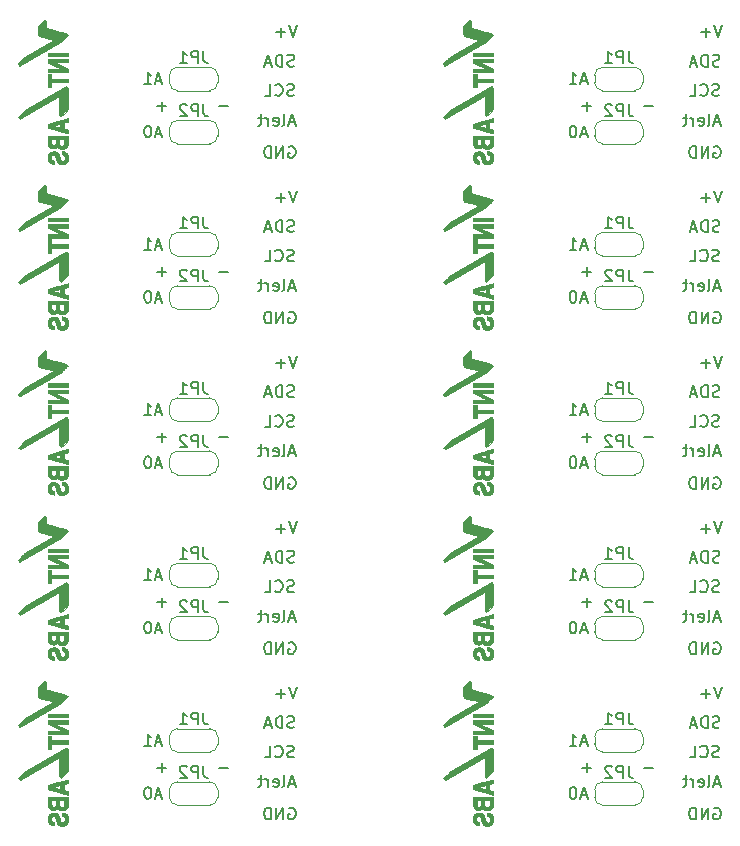
<source format=gbr>
%TF.GenerationSoftware,KiCad,Pcbnew,5.1.10*%
%TF.CreationDate,2021-11-07T07:50:52-05:00*%
%TF.ProjectId,CurrentSenseModule-RevB-10p,43757272-656e-4745-9365-6e73654d6f64,rev?*%
%TF.SameCoordinates,Original*%
%TF.FileFunction,Legend,Bot*%
%TF.FilePolarity,Positive*%
%FSLAX46Y46*%
G04 Gerber Fmt 4.6, Leading zero omitted, Abs format (unit mm)*
G04 Created by KiCad (PCBNEW 5.1.10) date 2021-11-07 07:50:52*
%MOMM*%
%LPD*%
G01*
G04 APERTURE LIST*
%ADD10C,0.150000*%
%ADD11C,0.010000*%
%ADD12C,0.120000*%
G04 APERTURE END LIST*
D10*
X129511904Y-72000000D02*
X129607142Y-71952380D01*
X129750000Y-71952380D01*
X129892857Y-72000000D01*
X129988095Y-72095238D01*
X130035714Y-72190476D01*
X130083333Y-72380952D01*
X130083333Y-72523809D01*
X130035714Y-72714285D01*
X129988095Y-72809523D01*
X129892857Y-72904761D01*
X129750000Y-72952380D01*
X129654761Y-72952380D01*
X129511904Y-72904761D01*
X129464285Y-72857142D01*
X129464285Y-72523809D01*
X129654761Y-72523809D01*
X129035714Y-72952380D02*
X129035714Y-71952380D01*
X128464285Y-72952380D01*
X128464285Y-71952380D01*
X127988095Y-72952380D02*
X127988095Y-71952380D01*
X127750000Y-71952380D01*
X127607142Y-72000000D01*
X127511904Y-72095238D01*
X127464285Y-72190476D01*
X127416666Y-72380952D01*
X127416666Y-72523809D01*
X127464285Y-72714285D01*
X127511904Y-72809523D01*
X127607142Y-72904761D01*
X127750000Y-72952380D01*
X127988095Y-72952380D01*
X130023809Y-69916666D02*
X129547619Y-69916666D01*
X130119047Y-70202380D02*
X129785714Y-69202380D01*
X129452380Y-70202380D01*
X128976190Y-70202380D02*
X129071428Y-70154761D01*
X129119047Y-70059523D01*
X129119047Y-69202380D01*
X128214285Y-70154761D02*
X128309523Y-70202380D01*
X128500000Y-70202380D01*
X128595238Y-70154761D01*
X128642857Y-70059523D01*
X128642857Y-69678571D01*
X128595238Y-69583333D01*
X128500000Y-69535714D01*
X128309523Y-69535714D01*
X128214285Y-69583333D01*
X128166666Y-69678571D01*
X128166666Y-69773809D01*
X128642857Y-69869047D01*
X127738095Y-70202380D02*
X127738095Y-69535714D01*
X127738095Y-69726190D02*
X127690476Y-69630952D01*
X127642857Y-69583333D01*
X127547619Y-69535714D01*
X127452380Y-69535714D01*
X127261904Y-69535714D02*
X126880952Y-69535714D01*
X127119047Y-69202380D02*
X127119047Y-70059523D01*
X127071428Y-70154761D01*
X126976190Y-70202380D01*
X126880952Y-70202380D01*
X129940476Y-67654761D02*
X129797619Y-67702380D01*
X129559523Y-67702380D01*
X129464285Y-67654761D01*
X129416666Y-67607142D01*
X129369047Y-67511904D01*
X129369047Y-67416666D01*
X129416666Y-67321428D01*
X129464285Y-67273809D01*
X129559523Y-67226190D01*
X129750000Y-67178571D01*
X129845238Y-67130952D01*
X129892857Y-67083333D01*
X129940476Y-66988095D01*
X129940476Y-66892857D01*
X129892857Y-66797619D01*
X129845238Y-66750000D01*
X129750000Y-66702380D01*
X129511904Y-66702380D01*
X129369047Y-66750000D01*
X128369047Y-67607142D02*
X128416666Y-67654761D01*
X128559523Y-67702380D01*
X128654761Y-67702380D01*
X128797619Y-67654761D01*
X128892857Y-67559523D01*
X128940476Y-67464285D01*
X128988095Y-67273809D01*
X128988095Y-67130952D01*
X128940476Y-66940476D01*
X128892857Y-66845238D01*
X128797619Y-66750000D01*
X128654761Y-66702380D01*
X128559523Y-66702380D01*
X128416666Y-66750000D01*
X128369047Y-66797619D01*
X127464285Y-67702380D02*
X127940476Y-67702380D01*
X127940476Y-66702380D01*
X129964285Y-65154761D02*
X129821428Y-65202380D01*
X129583333Y-65202380D01*
X129488095Y-65154761D01*
X129440476Y-65107142D01*
X129392857Y-65011904D01*
X129392857Y-64916666D01*
X129440476Y-64821428D01*
X129488095Y-64773809D01*
X129583333Y-64726190D01*
X129773809Y-64678571D01*
X129869047Y-64630952D01*
X129916666Y-64583333D01*
X129964285Y-64488095D01*
X129964285Y-64392857D01*
X129916666Y-64297619D01*
X129869047Y-64250000D01*
X129773809Y-64202380D01*
X129535714Y-64202380D01*
X129392857Y-64250000D01*
X128964285Y-65202380D02*
X128964285Y-64202380D01*
X128726190Y-64202380D01*
X128583333Y-64250000D01*
X128488095Y-64345238D01*
X128440476Y-64440476D01*
X128392857Y-64630952D01*
X128392857Y-64773809D01*
X128440476Y-64964285D01*
X128488095Y-65059523D01*
X128583333Y-65154761D01*
X128726190Y-65202380D01*
X128964285Y-65202380D01*
X128011904Y-64916666D02*
X127535714Y-64916666D01*
X128107142Y-65202380D02*
X127773809Y-64202380D01*
X127440476Y-65202380D01*
X130202380Y-61702380D02*
X129869047Y-62702380D01*
X129535714Y-61702380D01*
X129202380Y-62321428D02*
X128440476Y-62321428D01*
X128821428Y-62702380D02*
X128821428Y-61940476D01*
X118714285Y-70916666D02*
X118238095Y-70916666D01*
X118809523Y-71202380D02*
X118476190Y-70202380D01*
X118142857Y-71202380D01*
X117619047Y-70202380D02*
X117523809Y-70202380D01*
X117428571Y-70250000D01*
X117380952Y-70297619D01*
X117333333Y-70392857D01*
X117285714Y-70583333D01*
X117285714Y-70821428D01*
X117333333Y-71011904D01*
X117380952Y-71107142D01*
X117428571Y-71154761D01*
X117523809Y-71202380D01*
X117619047Y-71202380D01*
X117714285Y-71154761D01*
X117761904Y-71107142D01*
X117809523Y-71011904D01*
X117857142Y-70821428D01*
X117857142Y-70583333D01*
X117809523Y-70392857D01*
X117761904Y-70297619D01*
X117714285Y-70250000D01*
X117619047Y-70202380D01*
X118714285Y-66416666D02*
X118238095Y-66416666D01*
X118809523Y-66702380D02*
X118476190Y-65702380D01*
X118142857Y-66702380D01*
X117285714Y-66702380D02*
X117857142Y-66702380D01*
X117571428Y-66702380D02*
X117571428Y-65702380D01*
X117666666Y-65845238D01*
X117761904Y-65940476D01*
X117857142Y-65988095D01*
X124380952Y-68571428D02*
X123619047Y-68571428D01*
X119130952Y-68571428D02*
X118369047Y-68571428D01*
X118750000Y-68952380D02*
X118750000Y-68190476D01*
X129511904Y-86000000D02*
X129607142Y-85952380D01*
X129750000Y-85952380D01*
X129892857Y-86000000D01*
X129988095Y-86095238D01*
X130035714Y-86190476D01*
X130083333Y-86380952D01*
X130083333Y-86523809D01*
X130035714Y-86714285D01*
X129988095Y-86809523D01*
X129892857Y-86904761D01*
X129750000Y-86952380D01*
X129654761Y-86952380D01*
X129511904Y-86904761D01*
X129464285Y-86857142D01*
X129464285Y-86523809D01*
X129654761Y-86523809D01*
X129035714Y-86952380D02*
X129035714Y-85952380D01*
X128464285Y-86952380D01*
X128464285Y-85952380D01*
X127988095Y-86952380D02*
X127988095Y-85952380D01*
X127750000Y-85952380D01*
X127607142Y-86000000D01*
X127511904Y-86095238D01*
X127464285Y-86190476D01*
X127416666Y-86380952D01*
X127416666Y-86523809D01*
X127464285Y-86714285D01*
X127511904Y-86809523D01*
X127607142Y-86904761D01*
X127750000Y-86952380D01*
X127988095Y-86952380D01*
X130023809Y-83916666D02*
X129547619Y-83916666D01*
X130119047Y-84202380D02*
X129785714Y-83202380D01*
X129452380Y-84202380D01*
X128976190Y-84202380D02*
X129071428Y-84154761D01*
X129119047Y-84059523D01*
X129119047Y-83202380D01*
X128214285Y-84154761D02*
X128309523Y-84202380D01*
X128500000Y-84202380D01*
X128595238Y-84154761D01*
X128642857Y-84059523D01*
X128642857Y-83678571D01*
X128595238Y-83583333D01*
X128500000Y-83535714D01*
X128309523Y-83535714D01*
X128214285Y-83583333D01*
X128166666Y-83678571D01*
X128166666Y-83773809D01*
X128642857Y-83869047D01*
X127738095Y-84202380D02*
X127738095Y-83535714D01*
X127738095Y-83726190D02*
X127690476Y-83630952D01*
X127642857Y-83583333D01*
X127547619Y-83535714D01*
X127452380Y-83535714D01*
X127261904Y-83535714D02*
X126880952Y-83535714D01*
X127119047Y-83202380D02*
X127119047Y-84059523D01*
X127071428Y-84154761D01*
X126976190Y-84202380D01*
X126880952Y-84202380D01*
X129940476Y-81654761D02*
X129797619Y-81702380D01*
X129559523Y-81702380D01*
X129464285Y-81654761D01*
X129416666Y-81607142D01*
X129369047Y-81511904D01*
X129369047Y-81416666D01*
X129416666Y-81321428D01*
X129464285Y-81273809D01*
X129559523Y-81226190D01*
X129750000Y-81178571D01*
X129845238Y-81130952D01*
X129892857Y-81083333D01*
X129940476Y-80988095D01*
X129940476Y-80892857D01*
X129892857Y-80797619D01*
X129845238Y-80750000D01*
X129750000Y-80702380D01*
X129511904Y-80702380D01*
X129369047Y-80750000D01*
X128369047Y-81607142D02*
X128416666Y-81654761D01*
X128559523Y-81702380D01*
X128654761Y-81702380D01*
X128797619Y-81654761D01*
X128892857Y-81559523D01*
X128940476Y-81464285D01*
X128988095Y-81273809D01*
X128988095Y-81130952D01*
X128940476Y-80940476D01*
X128892857Y-80845238D01*
X128797619Y-80750000D01*
X128654761Y-80702380D01*
X128559523Y-80702380D01*
X128416666Y-80750000D01*
X128369047Y-80797619D01*
X127464285Y-81702380D02*
X127940476Y-81702380D01*
X127940476Y-80702380D01*
X129964285Y-79154761D02*
X129821428Y-79202380D01*
X129583333Y-79202380D01*
X129488095Y-79154761D01*
X129440476Y-79107142D01*
X129392857Y-79011904D01*
X129392857Y-78916666D01*
X129440476Y-78821428D01*
X129488095Y-78773809D01*
X129583333Y-78726190D01*
X129773809Y-78678571D01*
X129869047Y-78630952D01*
X129916666Y-78583333D01*
X129964285Y-78488095D01*
X129964285Y-78392857D01*
X129916666Y-78297619D01*
X129869047Y-78250000D01*
X129773809Y-78202380D01*
X129535714Y-78202380D01*
X129392857Y-78250000D01*
X128964285Y-79202380D02*
X128964285Y-78202380D01*
X128726190Y-78202380D01*
X128583333Y-78250000D01*
X128488095Y-78345238D01*
X128440476Y-78440476D01*
X128392857Y-78630952D01*
X128392857Y-78773809D01*
X128440476Y-78964285D01*
X128488095Y-79059523D01*
X128583333Y-79154761D01*
X128726190Y-79202380D01*
X128964285Y-79202380D01*
X128011904Y-78916666D02*
X127535714Y-78916666D01*
X128107142Y-79202380D02*
X127773809Y-78202380D01*
X127440476Y-79202380D01*
X130202380Y-75702380D02*
X129869047Y-76702380D01*
X129535714Y-75702380D01*
X129202380Y-76321428D02*
X128440476Y-76321428D01*
X128821428Y-76702380D02*
X128821428Y-75940476D01*
X118714285Y-84916666D02*
X118238095Y-84916666D01*
X118809523Y-85202380D02*
X118476190Y-84202380D01*
X118142857Y-85202380D01*
X117619047Y-84202380D02*
X117523809Y-84202380D01*
X117428571Y-84250000D01*
X117380952Y-84297619D01*
X117333333Y-84392857D01*
X117285714Y-84583333D01*
X117285714Y-84821428D01*
X117333333Y-85011904D01*
X117380952Y-85107142D01*
X117428571Y-85154761D01*
X117523809Y-85202380D01*
X117619047Y-85202380D01*
X117714285Y-85154761D01*
X117761904Y-85107142D01*
X117809523Y-85011904D01*
X117857142Y-84821428D01*
X117857142Y-84583333D01*
X117809523Y-84392857D01*
X117761904Y-84297619D01*
X117714285Y-84250000D01*
X117619047Y-84202380D01*
X118714285Y-80416666D02*
X118238095Y-80416666D01*
X118809523Y-80702380D02*
X118476190Y-79702380D01*
X118142857Y-80702380D01*
X117285714Y-80702380D02*
X117857142Y-80702380D01*
X117571428Y-80702380D02*
X117571428Y-79702380D01*
X117666666Y-79845238D01*
X117761904Y-79940476D01*
X117857142Y-79988095D01*
X124380952Y-82571428D02*
X123619047Y-82571428D01*
X119130952Y-82571428D02*
X118369047Y-82571428D01*
X118750000Y-82952380D02*
X118750000Y-82190476D01*
X165511904Y-72000000D02*
X165607142Y-71952380D01*
X165750000Y-71952380D01*
X165892857Y-72000000D01*
X165988095Y-72095238D01*
X166035714Y-72190476D01*
X166083333Y-72380952D01*
X166083333Y-72523809D01*
X166035714Y-72714285D01*
X165988095Y-72809523D01*
X165892857Y-72904761D01*
X165750000Y-72952380D01*
X165654761Y-72952380D01*
X165511904Y-72904761D01*
X165464285Y-72857142D01*
X165464285Y-72523809D01*
X165654761Y-72523809D01*
X165035714Y-72952380D02*
X165035714Y-71952380D01*
X164464285Y-72952380D01*
X164464285Y-71952380D01*
X163988095Y-72952380D02*
X163988095Y-71952380D01*
X163750000Y-71952380D01*
X163607142Y-72000000D01*
X163511904Y-72095238D01*
X163464285Y-72190476D01*
X163416666Y-72380952D01*
X163416666Y-72523809D01*
X163464285Y-72714285D01*
X163511904Y-72809523D01*
X163607142Y-72904761D01*
X163750000Y-72952380D01*
X163988095Y-72952380D01*
X166023809Y-69916666D02*
X165547619Y-69916666D01*
X166119047Y-70202380D02*
X165785714Y-69202380D01*
X165452380Y-70202380D01*
X164976190Y-70202380D02*
X165071428Y-70154761D01*
X165119047Y-70059523D01*
X165119047Y-69202380D01*
X164214285Y-70154761D02*
X164309523Y-70202380D01*
X164500000Y-70202380D01*
X164595238Y-70154761D01*
X164642857Y-70059523D01*
X164642857Y-69678571D01*
X164595238Y-69583333D01*
X164500000Y-69535714D01*
X164309523Y-69535714D01*
X164214285Y-69583333D01*
X164166666Y-69678571D01*
X164166666Y-69773809D01*
X164642857Y-69869047D01*
X163738095Y-70202380D02*
X163738095Y-69535714D01*
X163738095Y-69726190D02*
X163690476Y-69630952D01*
X163642857Y-69583333D01*
X163547619Y-69535714D01*
X163452380Y-69535714D01*
X163261904Y-69535714D02*
X162880952Y-69535714D01*
X163119047Y-69202380D02*
X163119047Y-70059523D01*
X163071428Y-70154761D01*
X162976190Y-70202380D01*
X162880952Y-70202380D01*
X165940476Y-67654761D02*
X165797619Y-67702380D01*
X165559523Y-67702380D01*
X165464285Y-67654761D01*
X165416666Y-67607142D01*
X165369047Y-67511904D01*
X165369047Y-67416666D01*
X165416666Y-67321428D01*
X165464285Y-67273809D01*
X165559523Y-67226190D01*
X165750000Y-67178571D01*
X165845238Y-67130952D01*
X165892857Y-67083333D01*
X165940476Y-66988095D01*
X165940476Y-66892857D01*
X165892857Y-66797619D01*
X165845238Y-66750000D01*
X165750000Y-66702380D01*
X165511904Y-66702380D01*
X165369047Y-66750000D01*
X164369047Y-67607142D02*
X164416666Y-67654761D01*
X164559523Y-67702380D01*
X164654761Y-67702380D01*
X164797619Y-67654761D01*
X164892857Y-67559523D01*
X164940476Y-67464285D01*
X164988095Y-67273809D01*
X164988095Y-67130952D01*
X164940476Y-66940476D01*
X164892857Y-66845238D01*
X164797619Y-66750000D01*
X164654761Y-66702380D01*
X164559523Y-66702380D01*
X164416666Y-66750000D01*
X164369047Y-66797619D01*
X163464285Y-67702380D02*
X163940476Y-67702380D01*
X163940476Y-66702380D01*
X165964285Y-65154761D02*
X165821428Y-65202380D01*
X165583333Y-65202380D01*
X165488095Y-65154761D01*
X165440476Y-65107142D01*
X165392857Y-65011904D01*
X165392857Y-64916666D01*
X165440476Y-64821428D01*
X165488095Y-64773809D01*
X165583333Y-64726190D01*
X165773809Y-64678571D01*
X165869047Y-64630952D01*
X165916666Y-64583333D01*
X165964285Y-64488095D01*
X165964285Y-64392857D01*
X165916666Y-64297619D01*
X165869047Y-64250000D01*
X165773809Y-64202380D01*
X165535714Y-64202380D01*
X165392857Y-64250000D01*
X164964285Y-65202380D02*
X164964285Y-64202380D01*
X164726190Y-64202380D01*
X164583333Y-64250000D01*
X164488095Y-64345238D01*
X164440476Y-64440476D01*
X164392857Y-64630952D01*
X164392857Y-64773809D01*
X164440476Y-64964285D01*
X164488095Y-65059523D01*
X164583333Y-65154761D01*
X164726190Y-65202380D01*
X164964285Y-65202380D01*
X164011904Y-64916666D02*
X163535714Y-64916666D01*
X164107142Y-65202380D02*
X163773809Y-64202380D01*
X163440476Y-65202380D01*
X166202380Y-61702380D02*
X165869047Y-62702380D01*
X165535714Y-61702380D01*
X165202380Y-62321428D02*
X164440476Y-62321428D01*
X164821428Y-62702380D02*
X164821428Y-61940476D01*
X154714285Y-70916666D02*
X154238095Y-70916666D01*
X154809523Y-71202380D02*
X154476190Y-70202380D01*
X154142857Y-71202380D01*
X153619047Y-70202380D02*
X153523809Y-70202380D01*
X153428571Y-70250000D01*
X153380952Y-70297619D01*
X153333333Y-70392857D01*
X153285714Y-70583333D01*
X153285714Y-70821428D01*
X153333333Y-71011904D01*
X153380952Y-71107142D01*
X153428571Y-71154761D01*
X153523809Y-71202380D01*
X153619047Y-71202380D01*
X153714285Y-71154761D01*
X153761904Y-71107142D01*
X153809523Y-71011904D01*
X153857142Y-70821428D01*
X153857142Y-70583333D01*
X153809523Y-70392857D01*
X153761904Y-70297619D01*
X153714285Y-70250000D01*
X153619047Y-70202380D01*
X154714285Y-66416666D02*
X154238095Y-66416666D01*
X154809523Y-66702380D02*
X154476190Y-65702380D01*
X154142857Y-66702380D01*
X153285714Y-66702380D02*
X153857142Y-66702380D01*
X153571428Y-66702380D02*
X153571428Y-65702380D01*
X153666666Y-65845238D01*
X153761904Y-65940476D01*
X153857142Y-65988095D01*
X160380952Y-68571428D02*
X159619047Y-68571428D01*
X155130952Y-68571428D02*
X154369047Y-68571428D01*
X154750000Y-68952380D02*
X154750000Y-68190476D01*
X165511904Y-86000000D02*
X165607142Y-85952380D01*
X165750000Y-85952380D01*
X165892857Y-86000000D01*
X165988095Y-86095238D01*
X166035714Y-86190476D01*
X166083333Y-86380952D01*
X166083333Y-86523809D01*
X166035714Y-86714285D01*
X165988095Y-86809523D01*
X165892857Y-86904761D01*
X165750000Y-86952380D01*
X165654761Y-86952380D01*
X165511904Y-86904761D01*
X165464285Y-86857142D01*
X165464285Y-86523809D01*
X165654761Y-86523809D01*
X165035714Y-86952380D02*
X165035714Y-85952380D01*
X164464285Y-86952380D01*
X164464285Y-85952380D01*
X163988095Y-86952380D02*
X163988095Y-85952380D01*
X163750000Y-85952380D01*
X163607142Y-86000000D01*
X163511904Y-86095238D01*
X163464285Y-86190476D01*
X163416666Y-86380952D01*
X163416666Y-86523809D01*
X163464285Y-86714285D01*
X163511904Y-86809523D01*
X163607142Y-86904761D01*
X163750000Y-86952380D01*
X163988095Y-86952380D01*
X166023809Y-83916666D02*
X165547619Y-83916666D01*
X166119047Y-84202380D02*
X165785714Y-83202380D01*
X165452380Y-84202380D01*
X164976190Y-84202380D02*
X165071428Y-84154761D01*
X165119047Y-84059523D01*
X165119047Y-83202380D01*
X164214285Y-84154761D02*
X164309523Y-84202380D01*
X164500000Y-84202380D01*
X164595238Y-84154761D01*
X164642857Y-84059523D01*
X164642857Y-83678571D01*
X164595238Y-83583333D01*
X164500000Y-83535714D01*
X164309523Y-83535714D01*
X164214285Y-83583333D01*
X164166666Y-83678571D01*
X164166666Y-83773809D01*
X164642857Y-83869047D01*
X163738095Y-84202380D02*
X163738095Y-83535714D01*
X163738095Y-83726190D02*
X163690476Y-83630952D01*
X163642857Y-83583333D01*
X163547619Y-83535714D01*
X163452380Y-83535714D01*
X163261904Y-83535714D02*
X162880952Y-83535714D01*
X163119047Y-83202380D02*
X163119047Y-84059523D01*
X163071428Y-84154761D01*
X162976190Y-84202380D01*
X162880952Y-84202380D01*
X165940476Y-81654761D02*
X165797619Y-81702380D01*
X165559523Y-81702380D01*
X165464285Y-81654761D01*
X165416666Y-81607142D01*
X165369047Y-81511904D01*
X165369047Y-81416666D01*
X165416666Y-81321428D01*
X165464285Y-81273809D01*
X165559523Y-81226190D01*
X165750000Y-81178571D01*
X165845238Y-81130952D01*
X165892857Y-81083333D01*
X165940476Y-80988095D01*
X165940476Y-80892857D01*
X165892857Y-80797619D01*
X165845238Y-80750000D01*
X165750000Y-80702380D01*
X165511904Y-80702380D01*
X165369047Y-80750000D01*
X164369047Y-81607142D02*
X164416666Y-81654761D01*
X164559523Y-81702380D01*
X164654761Y-81702380D01*
X164797619Y-81654761D01*
X164892857Y-81559523D01*
X164940476Y-81464285D01*
X164988095Y-81273809D01*
X164988095Y-81130952D01*
X164940476Y-80940476D01*
X164892857Y-80845238D01*
X164797619Y-80750000D01*
X164654761Y-80702380D01*
X164559523Y-80702380D01*
X164416666Y-80750000D01*
X164369047Y-80797619D01*
X163464285Y-81702380D02*
X163940476Y-81702380D01*
X163940476Y-80702380D01*
X165964285Y-79154761D02*
X165821428Y-79202380D01*
X165583333Y-79202380D01*
X165488095Y-79154761D01*
X165440476Y-79107142D01*
X165392857Y-79011904D01*
X165392857Y-78916666D01*
X165440476Y-78821428D01*
X165488095Y-78773809D01*
X165583333Y-78726190D01*
X165773809Y-78678571D01*
X165869047Y-78630952D01*
X165916666Y-78583333D01*
X165964285Y-78488095D01*
X165964285Y-78392857D01*
X165916666Y-78297619D01*
X165869047Y-78250000D01*
X165773809Y-78202380D01*
X165535714Y-78202380D01*
X165392857Y-78250000D01*
X164964285Y-79202380D02*
X164964285Y-78202380D01*
X164726190Y-78202380D01*
X164583333Y-78250000D01*
X164488095Y-78345238D01*
X164440476Y-78440476D01*
X164392857Y-78630952D01*
X164392857Y-78773809D01*
X164440476Y-78964285D01*
X164488095Y-79059523D01*
X164583333Y-79154761D01*
X164726190Y-79202380D01*
X164964285Y-79202380D01*
X164011904Y-78916666D02*
X163535714Y-78916666D01*
X164107142Y-79202380D02*
X163773809Y-78202380D01*
X163440476Y-79202380D01*
X166202380Y-75702380D02*
X165869047Y-76702380D01*
X165535714Y-75702380D01*
X165202380Y-76321428D02*
X164440476Y-76321428D01*
X164821428Y-76702380D02*
X164821428Y-75940476D01*
X154714285Y-84916666D02*
X154238095Y-84916666D01*
X154809523Y-85202380D02*
X154476190Y-84202380D01*
X154142857Y-85202380D01*
X153619047Y-84202380D02*
X153523809Y-84202380D01*
X153428571Y-84250000D01*
X153380952Y-84297619D01*
X153333333Y-84392857D01*
X153285714Y-84583333D01*
X153285714Y-84821428D01*
X153333333Y-85011904D01*
X153380952Y-85107142D01*
X153428571Y-85154761D01*
X153523809Y-85202380D01*
X153619047Y-85202380D01*
X153714285Y-85154761D01*
X153761904Y-85107142D01*
X153809523Y-85011904D01*
X153857142Y-84821428D01*
X153857142Y-84583333D01*
X153809523Y-84392857D01*
X153761904Y-84297619D01*
X153714285Y-84250000D01*
X153619047Y-84202380D01*
X154714285Y-80416666D02*
X154238095Y-80416666D01*
X154809523Y-80702380D02*
X154476190Y-79702380D01*
X154142857Y-80702380D01*
X153285714Y-80702380D02*
X153857142Y-80702380D01*
X153571428Y-80702380D02*
X153571428Y-79702380D01*
X153666666Y-79845238D01*
X153761904Y-79940476D01*
X153857142Y-79988095D01*
X160380952Y-82571428D02*
X159619047Y-82571428D01*
X155130952Y-82571428D02*
X154369047Y-82571428D01*
X154750000Y-82952380D02*
X154750000Y-82190476D01*
X129511904Y-100000000D02*
X129607142Y-99952380D01*
X129750000Y-99952380D01*
X129892857Y-100000000D01*
X129988095Y-100095238D01*
X130035714Y-100190476D01*
X130083333Y-100380952D01*
X130083333Y-100523809D01*
X130035714Y-100714285D01*
X129988095Y-100809523D01*
X129892857Y-100904761D01*
X129750000Y-100952380D01*
X129654761Y-100952380D01*
X129511904Y-100904761D01*
X129464285Y-100857142D01*
X129464285Y-100523809D01*
X129654761Y-100523809D01*
X129035714Y-100952380D02*
X129035714Y-99952380D01*
X128464285Y-100952380D01*
X128464285Y-99952380D01*
X127988095Y-100952380D02*
X127988095Y-99952380D01*
X127750000Y-99952380D01*
X127607142Y-100000000D01*
X127511904Y-100095238D01*
X127464285Y-100190476D01*
X127416666Y-100380952D01*
X127416666Y-100523809D01*
X127464285Y-100714285D01*
X127511904Y-100809523D01*
X127607142Y-100904761D01*
X127750000Y-100952380D01*
X127988095Y-100952380D01*
X130023809Y-97916666D02*
X129547619Y-97916666D01*
X130119047Y-98202380D02*
X129785714Y-97202380D01*
X129452380Y-98202380D01*
X128976190Y-98202380D02*
X129071428Y-98154761D01*
X129119047Y-98059523D01*
X129119047Y-97202380D01*
X128214285Y-98154761D02*
X128309523Y-98202380D01*
X128500000Y-98202380D01*
X128595238Y-98154761D01*
X128642857Y-98059523D01*
X128642857Y-97678571D01*
X128595238Y-97583333D01*
X128500000Y-97535714D01*
X128309523Y-97535714D01*
X128214285Y-97583333D01*
X128166666Y-97678571D01*
X128166666Y-97773809D01*
X128642857Y-97869047D01*
X127738095Y-98202380D02*
X127738095Y-97535714D01*
X127738095Y-97726190D02*
X127690476Y-97630952D01*
X127642857Y-97583333D01*
X127547619Y-97535714D01*
X127452380Y-97535714D01*
X127261904Y-97535714D02*
X126880952Y-97535714D01*
X127119047Y-97202380D02*
X127119047Y-98059523D01*
X127071428Y-98154761D01*
X126976190Y-98202380D01*
X126880952Y-98202380D01*
X129940476Y-95654761D02*
X129797619Y-95702380D01*
X129559523Y-95702380D01*
X129464285Y-95654761D01*
X129416666Y-95607142D01*
X129369047Y-95511904D01*
X129369047Y-95416666D01*
X129416666Y-95321428D01*
X129464285Y-95273809D01*
X129559523Y-95226190D01*
X129750000Y-95178571D01*
X129845238Y-95130952D01*
X129892857Y-95083333D01*
X129940476Y-94988095D01*
X129940476Y-94892857D01*
X129892857Y-94797619D01*
X129845238Y-94750000D01*
X129750000Y-94702380D01*
X129511904Y-94702380D01*
X129369047Y-94750000D01*
X128369047Y-95607142D02*
X128416666Y-95654761D01*
X128559523Y-95702380D01*
X128654761Y-95702380D01*
X128797619Y-95654761D01*
X128892857Y-95559523D01*
X128940476Y-95464285D01*
X128988095Y-95273809D01*
X128988095Y-95130952D01*
X128940476Y-94940476D01*
X128892857Y-94845238D01*
X128797619Y-94750000D01*
X128654761Y-94702380D01*
X128559523Y-94702380D01*
X128416666Y-94750000D01*
X128369047Y-94797619D01*
X127464285Y-95702380D02*
X127940476Y-95702380D01*
X127940476Y-94702380D01*
X129964285Y-93154761D02*
X129821428Y-93202380D01*
X129583333Y-93202380D01*
X129488095Y-93154761D01*
X129440476Y-93107142D01*
X129392857Y-93011904D01*
X129392857Y-92916666D01*
X129440476Y-92821428D01*
X129488095Y-92773809D01*
X129583333Y-92726190D01*
X129773809Y-92678571D01*
X129869047Y-92630952D01*
X129916666Y-92583333D01*
X129964285Y-92488095D01*
X129964285Y-92392857D01*
X129916666Y-92297619D01*
X129869047Y-92250000D01*
X129773809Y-92202380D01*
X129535714Y-92202380D01*
X129392857Y-92250000D01*
X128964285Y-93202380D02*
X128964285Y-92202380D01*
X128726190Y-92202380D01*
X128583333Y-92250000D01*
X128488095Y-92345238D01*
X128440476Y-92440476D01*
X128392857Y-92630952D01*
X128392857Y-92773809D01*
X128440476Y-92964285D01*
X128488095Y-93059523D01*
X128583333Y-93154761D01*
X128726190Y-93202380D01*
X128964285Y-93202380D01*
X128011904Y-92916666D02*
X127535714Y-92916666D01*
X128107142Y-93202380D02*
X127773809Y-92202380D01*
X127440476Y-93202380D01*
X130202380Y-89702380D02*
X129869047Y-90702380D01*
X129535714Y-89702380D01*
X129202380Y-90321428D02*
X128440476Y-90321428D01*
X128821428Y-90702380D02*
X128821428Y-89940476D01*
X118714285Y-98916666D02*
X118238095Y-98916666D01*
X118809523Y-99202380D02*
X118476190Y-98202380D01*
X118142857Y-99202380D01*
X117619047Y-98202380D02*
X117523809Y-98202380D01*
X117428571Y-98250000D01*
X117380952Y-98297619D01*
X117333333Y-98392857D01*
X117285714Y-98583333D01*
X117285714Y-98821428D01*
X117333333Y-99011904D01*
X117380952Y-99107142D01*
X117428571Y-99154761D01*
X117523809Y-99202380D01*
X117619047Y-99202380D01*
X117714285Y-99154761D01*
X117761904Y-99107142D01*
X117809523Y-99011904D01*
X117857142Y-98821428D01*
X117857142Y-98583333D01*
X117809523Y-98392857D01*
X117761904Y-98297619D01*
X117714285Y-98250000D01*
X117619047Y-98202380D01*
X118714285Y-94416666D02*
X118238095Y-94416666D01*
X118809523Y-94702380D02*
X118476190Y-93702380D01*
X118142857Y-94702380D01*
X117285714Y-94702380D02*
X117857142Y-94702380D01*
X117571428Y-94702380D02*
X117571428Y-93702380D01*
X117666666Y-93845238D01*
X117761904Y-93940476D01*
X117857142Y-93988095D01*
X124380952Y-96571428D02*
X123619047Y-96571428D01*
X119130952Y-96571428D02*
X118369047Y-96571428D01*
X118750000Y-96952380D02*
X118750000Y-96190476D01*
X165511904Y-100000000D02*
X165607142Y-99952380D01*
X165750000Y-99952380D01*
X165892857Y-100000000D01*
X165988095Y-100095238D01*
X166035714Y-100190476D01*
X166083333Y-100380952D01*
X166083333Y-100523809D01*
X166035714Y-100714285D01*
X165988095Y-100809523D01*
X165892857Y-100904761D01*
X165750000Y-100952380D01*
X165654761Y-100952380D01*
X165511904Y-100904761D01*
X165464285Y-100857142D01*
X165464285Y-100523809D01*
X165654761Y-100523809D01*
X165035714Y-100952380D02*
X165035714Y-99952380D01*
X164464285Y-100952380D01*
X164464285Y-99952380D01*
X163988095Y-100952380D02*
X163988095Y-99952380D01*
X163750000Y-99952380D01*
X163607142Y-100000000D01*
X163511904Y-100095238D01*
X163464285Y-100190476D01*
X163416666Y-100380952D01*
X163416666Y-100523809D01*
X163464285Y-100714285D01*
X163511904Y-100809523D01*
X163607142Y-100904761D01*
X163750000Y-100952380D01*
X163988095Y-100952380D01*
X166023809Y-97916666D02*
X165547619Y-97916666D01*
X166119047Y-98202380D02*
X165785714Y-97202380D01*
X165452380Y-98202380D01*
X164976190Y-98202380D02*
X165071428Y-98154761D01*
X165119047Y-98059523D01*
X165119047Y-97202380D01*
X164214285Y-98154761D02*
X164309523Y-98202380D01*
X164500000Y-98202380D01*
X164595238Y-98154761D01*
X164642857Y-98059523D01*
X164642857Y-97678571D01*
X164595238Y-97583333D01*
X164500000Y-97535714D01*
X164309523Y-97535714D01*
X164214285Y-97583333D01*
X164166666Y-97678571D01*
X164166666Y-97773809D01*
X164642857Y-97869047D01*
X163738095Y-98202380D02*
X163738095Y-97535714D01*
X163738095Y-97726190D02*
X163690476Y-97630952D01*
X163642857Y-97583333D01*
X163547619Y-97535714D01*
X163452380Y-97535714D01*
X163261904Y-97535714D02*
X162880952Y-97535714D01*
X163119047Y-97202380D02*
X163119047Y-98059523D01*
X163071428Y-98154761D01*
X162976190Y-98202380D01*
X162880952Y-98202380D01*
X165940476Y-95654761D02*
X165797619Y-95702380D01*
X165559523Y-95702380D01*
X165464285Y-95654761D01*
X165416666Y-95607142D01*
X165369047Y-95511904D01*
X165369047Y-95416666D01*
X165416666Y-95321428D01*
X165464285Y-95273809D01*
X165559523Y-95226190D01*
X165750000Y-95178571D01*
X165845238Y-95130952D01*
X165892857Y-95083333D01*
X165940476Y-94988095D01*
X165940476Y-94892857D01*
X165892857Y-94797619D01*
X165845238Y-94750000D01*
X165750000Y-94702380D01*
X165511904Y-94702380D01*
X165369047Y-94750000D01*
X164369047Y-95607142D02*
X164416666Y-95654761D01*
X164559523Y-95702380D01*
X164654761Y-95702380D01*
X164797619Y-95654761D01*
X164892857Y-95559523D01*
X164940476Y-95464285D01*
X164988095Y-95273809D01*
X164988095Y-95130952D01*
X164940476Y-94940476D01*
X164892857Y-94845238D01*
X164797619Y-94750000D01*
X164654761Y-94702380D01*
X164559523Y-94702380D01*
X164416666Y-94750000D01*
X164369047Y-94797619D01*
X163464285Y-95702380D02*
X163940476Y-95702380D01*
X163940476Y-94702380D01*
X165964285Y-93154761D02*
X165821428Y-93202380D01*
X165583333Y-93202380D01*
X165488095Y-93154761D01*
X165440476Y-93107142D01*
X165392857Y-93011904D01*
X165392857Y-92916666D01*
X165440476Y-92821428D01*
X165488095Y-92773809D01*
X165583333Y-92726190D01*
X165773809Y-92678571D01*
X165869047Y-92630952D01*
X165916666Y-92583333D01*
X165964285Y-92488095D01*
X165964285Y-92392857D01*
X165916666Y-92297619D01*
X165869047Y-92250000D01*
X165773809Y-92202380D01*
X165535714Y-92202380D01*
X165392857Y-92250000D01*
X164964285Y-93202380D02*
X164964285Y-92202380D01*
X164726190Y-92202380D01*
X164583333Y-92250000D01*
X164488095Y-92345238D01*
X164440476Y-92440476D01*
X164392857Y-92630952D01*
X164392857Y-92773809D01*
X164440476Y-92964285D01*
X164488095Y-93059523D01*
X164583333Y-93154761D01*
X164726190Y-93202380D01*
X164964285Y-93202380D01*
X164011904Y-92916666D02*
X163535714Y-92916666D01*
X164107142Y-93202380D02*
X163773809Y-92202380D01*
X163440476Y-93202380D01*
X166202380Y-89702380D02*
X165869047Y-90702380D01*
X165535714Y-89702380D01*
X165202380Y-90321428D02*
X164440476Y-90321428D01*
X164821428Y-90702380D02*
X164821428Y-89940476D01*
X154714285Y-98916666D02*
X154238095Y-98916666D01*
X154809523Y-99202380D02*
X154476190Y-98202380D01*
X154142857Y-99202380D01*
X153619047Y-98202380D02*
X153523809Y-98202380D01*
X153428571Y-98250000D01*
X153380952Y-98297619D01*
X153333333Y-98392857D01*
X153285714Y-98583333D01*
X153285714Y-98821428D01*
X153333333Y-99011904D01*
X153380952Y-99107142D01*
X153428571Y-99154761D01*
X153523809Y-99202380D01*
X153619047Y-99202380D01*
X153714285Y-99154761D01*
X153761904Y-99107142D01*
X153809523Y-99011904D01*
X153857142Y-98821428D01*
X153857142Y-98583333D01*
X153809523Y-98392857D01*
X153761904Y-98297619D01*
X153714285Y-98250000D01*
X153619047Y-98202380D01*
X154714285Y-94416666D02*
X154238095Y-94416666D01*
X154809523Y-94702380D02*
X154476190Y-93702380D01*
X154142857Y-94702380D01*
X153285714Y-94702380D02*
X153857142Y-94702380D01*
X153571428Y-94702380D02*
X153571428Y-93702380D01*
X153666666Y-93845238D01*
X153761904Y-93940476D01*
X153857142Y-93988095D01*
X160380952Y-96571428D02*
X159619047Y-96571428D01*
X155130952Y-96571428D02*
X154369047Y-96571428D01*
X154750000Y-96952380D02*
X154750000Y-96190476D01*
X129511904Y-114000000D02*
X129607142Y-113952380D01*
X129750000Y-113952380D01*
X129892857Y-114000000D01*
X129988095Y-114095238D01*
X130035714Y-114190476D01*
X130083333Y-114380952D01*
X130083333Y-114523809D01*
X130035714Y-114714285D01*
X129988095Y-114809523D01*
X129892857Y-114904761D01*
X129750000Y-114952380D01*
X129654761Y-114952380D01*
X129511904Y-114904761D01*
X129464285Y-114857142D01*
X129464285Y-114523809D01*
X129654761Y-114523809D01*
X129035714Y-114952380D02*
X129035714Y-113952380D01*
X128464285Y-114952380D01*
X128464285Y-113952380D01*
X127988095Y-114952380D02*
X127988095Y-113952380D01*
X127750000Y-113952380D01*
X127607142Y-114000000D01*
X127511904Y-114095238D01*
X127464285Y-114190476D01*
X127416666Y-114380952D01*
X127416666Y-114523809D01*
X127464285Y-114714285D01*
X127511904Y-114809523D01*
X127607142Y-114904761D01*
X127750000Y-114952380D01*
X127988095Y-114952380D01*
X130023809Y-111916666D02*
X129547619Y-111916666D01*
X130119047Y-112202380D02*
X129785714Y-111202380D01*
X129452380Y-112202380D01*
X128976190Y-112202380D02*
X129071428Y-112154761D01*
X129119047Y-112059523D01*
X129119047Y-111202380D01*
X128214285Y-112154761D02*
X128309523Y-112202380D01*
X128500000Y-112202380D01*
X128595238Y-112154761D01*
X128642857Y-112059523D01*
X128642857Y-111678571D01*
X128595238Y-111583333D01*
X128500000Y-111535714D01*
X128309523Y-111535714D01*
X128214285Y-111583333D01*
X128166666Y-111678571D01*
X128166666Y-111773809D01*
X128642857Y-111869047D01*
X127738095Y-112202380D02*
X127738095Y-111535714D01*
X127738095Y-111726190D02*
X127690476Y-111630952D01*
X127642857Y-111583333D01*
X127547619Y-111535714D01*
X127452380Y-111535714D01*
X127261904Y-111535714D02*
X126880952Y-111535714D01*
X127119047Y-111202380D02*
X127119047Y-112059523D01*
X127071428Y-112154761D01*
X126976190Y-112202380D01*
X126880952Y-112202380D01*
X129940476Y-109654761D02*
X129797619Y-109702380D01*
X129559523Y-109702380D01*
X129464285Y-109654761D01*
X129416666Y-109607142D01*
X129369047Y-109511904D01*
X129369047Y-109416666D01*
X129416666Y-109321428D01*
X129464285Y-109273809D01*
X129559523Y-109226190D01*
X129750000Y-109178571D01*
X129845238Y-109130952D01*
X129892857Y-109083333D01*
X129940476Y-108988095D01*
X129940476Y-108892857D01*
X129892857Y-108797619D01*
X129845238Y-108750000D01*
X129750000Y-108702380D01*
X129511904Y-108702380D01*
X129369047Y-108750000D01*
X128369047Y-109607142D02*
X128416666Y-109654761D01*
X128559523Y-109702380D01*
X128654761Y-109702380D01*
X128797619Y-109654761D01*
X128892857Y-109559523D01*
X128940476Y-109464285D01*
X128988095Y-109273809D01*
X128988095Y-109130952D01*
X128940476Y-108940476D01*
X128892857Y-108845238D01*
X128797619Y-108750000D01*
X128654761Y-108702380D01*
X128559523Y-108702380D01*
X128416666Y-108750000D01*
X128369047Y-108797619D01*
X127464285Y-109702380D02*
X127940476Y-109702380D01*
X127940476Y-108702380D01*
X129964285Y-107154761D02*
X129821428Y-107202380D01*
X129583333Y-107202380D01*
X129488095Y-107154761D01*
X129440476Y-107107142D01*
X129392857Y-107011904D01*
X129392857Y-106916666D01*
X129440476Y-106821428D01*
X129488095Y-106773809D01*
X129583333Y-106726190D01*
X129773809Y-106678571D01*
X129869047Y-106630952D01*
X129916666Y-106583333D01*
X129964285Y-106488095D01*
X129964285Y-106392857D01*
X129916666Y-106297619D01*
X129869047Y-106250000D01*
X129773809Y-106202380D01*
X129535714Y-106202380D01*
X129392857Y-106250000D01*
X128964285Y-107202380D02*
X128964285Y-106202380D01*
X128726190Y-106202380D01*
X128583333Y-106250000D01*
X128488095Y-106345238D01*
X128440476Y-106440476D01*
X128392857Y-106630952D01*
X128392857Y-106773809D01*
X128440476Y-106964285D01*
X128488095Y-107059523D01*
X128583333Y-107154761D01*
X128726190Y-107202380D01*
X128964285Y-107202380D01*
X128011904Y-106916666D02*
X127535714Y-106916666D01*
X128107142Y-107202380D02*
X127773809Y-106202380D01*
X127440476Y-107202380D01*
X130202380Y-103702380D02*
X129869047Y-104702380D01*
X129535714Y-103702380D01*
X129202380Y-104321428D02*
X128440476Y-104321428D01*
X128821428Y-104702380D02*
X128821428Y-103940476D01*
X118714285Y-112916666D02*
X118238095Y-112916666D01*
X118809523Y-113202380D02*
X118476190Y-112202380D01*
X118142857Y-113202380D01*
X117619047Y-112202380D02*
X117523809Y-112202380D01*
X117428571Y-112250000D01*
X117380952Y-112297619D01*
X117333333Y-112392857D01*
X117285714Y-112583333D01*
X117285714Y-112821428D01*
X117333333Y-113011904D01*
X117380952Y-113107142D01*
X117428571Y-113154761D01*
X117523809Y-113202380D01*
X117619047Y-113202380D01*
X117714285Y-113154761D01*
X117761904Y-113107142D01*
X117809523Y-113011904D01*
X117857142Y-112821428D01*
X117857142Y-112583333D01*
X117809523Y-112392857D01*
X117761904Y-112297619D01*
X117714285Y-112250000D01*
X117619047Y-112202380D01*
X118714285Y-108416666D02*
X118238095Y-108416666D01*
X118809523Y-108702380D02*
X118476190Y-107702380D01*
X118142857Y-108702380D01*
X117285714Y-108702380D02*
X117857142Y-108702380D01*
X117571428Y-108702380D02*
X117571428Y-107702380D01*
X117666666Y-107845238D01*
X117761904Y-107940476D01*
X117857142Y-107988095D01*
X124380952Y-110571428D02*
X123619047Y-110571428D01*
X119130952Y-110571428D02*
X118369047Y-110571428D01*
X118750000Y-110952380D02*
X118750000Y-110190476D01*
X165511904Y-114000000D02*
X165607142Y-113952380D01*
X165750000Y-113952380D01*
X165892857Y-114000000D01*
X165988095Y-114095238D01*
X166035714Y-114190476D01*
X166083333Y-114380952D01*
X166083333Y-114523809D01*
X166035714Y-114714285D01*
X165988095Y-114809523D01*
X165892857Y-114904761D01*
X165750000Y-114952380D01*
X165654761Y-114952380D01*
X165511904Y-114904761D01*
X165464285Y-114857142D01*
X165464285Y-114523809D01*
X165654761Y-114523809D01*
X165035714Y-114952380D02*
X165035714Y-113952380D01*
X164464285Y-114952380D01*
X164464285Y-113952380D01*
X163988095Y-114952380D02*
X163988095Y-113952380D01*
X163750000Y-113952380D01*
X163607142Y-114000000D01*
X163511904Y-114095238D01*
X163464285Y-114190476D01*
X163416666Y-114380952D01*
X163416666Y-114523809D01*
X163464285Y-114714285D01*
X163511904Y-114809523D01*
X163607142Y-114904761D01*
X163750000Y-114952380D01*
X163988095Y-114952380D01*
X166023809Y-111916666D02*
X165547619Y-111916666D01*
X166119047Y-112202380D02*
X165785714Y-111202380D01*
X165452380Y-112202380D01*
X164976190Y-112202380D02*
X165071428Y-112154761D01*
X165119047Y-112059523D01*
X165119047Y-111202380D01*
X164214285Y-112154761D02*
X164309523Y-112202380D01*
X164500000Y-112202380D01*
X164595238Y-112154761D01*
X164642857Y-112059523D01*
X164642857Y-111678571D01*
X164595238Y-111583333D01*
X164500000Y-111535714D01*
X164309523Y-111535714D01*
X164214285Y-111583333D01*
X164166666Y-111678571D01*
X164166666Y-111773809D01*
X164642857Y-111869047D01*
X163738095Y-112202380D02*
X163738095Y-111535714D01*
X163738095Y-111726190D02*
X163690476Y-111630952D01*
X163642857Y-111583333D01*
X163547619Y-111535714D01*
X163452380Y-111535714D01*
X163261904Y-111535714D02*
X162880952Y-111535714D01*
X163119047Y-111202380D02*
X163119047Y-112059523D01*
X163071428Y-112154761D01*
X162976190Y-112202380D01*
X162880952Y-112202380D01*
X165940476Y-109654761D02*
X165797619Y-109702380D01*
X165559523Y-109702380D01*
X165464285Y-109654761D01*
X165416666Y-109607142D01*
X165369047Y-109511904D01*
X165369047Y-109416666D01*
X165416666Y-109321428D01*
X165464285Y-109273809D01*
X165559523Y-109226190D01*
X165750000Y-109178571D01*
X165845238Y-109130952D01*
X165892857Y-109083333D01*
X165940476Y-108988095D01*
X165940476Y-108892857D01*
X165892857Y-108797619D01*
X165845238Y-108750000D01*
X165750000Y-108702380D01*
X165511904Y-108702380D01*
X165369047Y-108750000D01*
X164369047Y-109607142D02*
X164416666Y-109654761D01*
X164559523Y-109702380D01*
X164654761Y-109702380D01*
X164797619Y-109654761D01*
X164892857Y-109559523D01*
X164940476Y-109464285D01*
X164988095Y-109273809D01*
X164988095Y-109130952D01*
X164940476Y-108940476D01*
X164892857Y-108845238D01*
X164797619Y-108750000D01*
X164654761Y-108702380D01*
X164559523Y-108702380D01*
X164416666Y-108750000D01*
X164369047Y-108797619D01*
X163464285Y-109702380D02*
X163940476Y-109702380D01*
X163940476Y-108702380D01*
X165964285Y-107154761D02*
X165821428Y-107202380D01*
X165583333Y-107202380D01*
X165488095Y-107154761D01*
X165440476Y-107107142D01*
X165392857Y-107011904D01*
X165392857Y-106916666D01*
X165440476Y-106821428D01*
X165488095Y-106773809D01*
X165583333Y-106726190D01*
X165773809Y-106678571D01*
X165869047Y-106630952D01*
X165916666Y-106583333D01*
X165964285Y-106488095D01*
X165964285Y-106392857D01*
X165916666Y-106297619D01*
X165869047Y-106250000D01*
X165773809Y-106202380D01*
X165535714Y-106202380D01*
X165392857Y-106250000D01*
X164964285Y-107202380D02*
X164964285Y-106202380D01*
X164726190Y-106202380D01*
X164583333Y-106250000D01*
X164488095Y-106345238D01*
X164440476Y-106440476D01*
X164392857Y-106630952D01*
X164392857Y-106773809D01*
X164440476Y-106964285D01*
X164488095Y-107059523D01*
X164583333Y-107154761D01*
X164726190Y-107202380D01*
X164964285Y-107202380D01*
X164011904Y-106916666D02*
X163535714Y-106916666D01*
X164107142Y-107202380D02*
X163773809Y-106202380D01*
X163440476Y-107202380D01*
X166202380Y-103702380D02*
X165869047Y-104702380D01*
X165535714Y-103702380D01*
X165202380Y-104321428D02*
X164440476Y-104321428D01*
X164821428Y-104702380D02*
X164821428Y-103940476D01*
X154714285Y-112916666D02*
X154238095Y-112916666D01*
X154809523Y-113202380D02*
X154476190Y-112202380D01*
X154142857Y-113202380D01*
X153619047Y-112202380D02*
X153523809Y-112202380D01*
X153428571Y-112250000D01*
X153380952Y-112297619D01*
X153333333Y-112392857D01*
X153285714Y-112583333D01*
X153285714Y-112821428D01*
X153333333Y-113011904D01*
X153380952Y-113107142D01*
X153428571Y-113154761D01*
X153523809Y-113202380D01*
X153619047Y-113202380D01*
X153714285Y-113154761D01*
X153761904Y-113107142D01*
X153809523Y-113011904D01*
X153857142Y-112821428D01*
X153857142Y-112583333D01*
X153809523Y-112392857D01*
X153761904Y-112297619D01*
X153714285Y-112250000D01*
X153619047Y-112202380D01*
X154714285Y-108416666D02*
X154238095Y-108416666D01*
X154809523Y-108702380D02*
X154476190Y-107702380D01*
X154142857Y-108702380D01*
X153285714Y-108702380D02*
X153857142Y-108702380D01*
X153571428Y-108702380D02*
X153571428Y-107702380D01*
X153666666Y-107845238D01*
X153761904Y-107940476D01*
X153857142Y-107988095D01*
X160380952Y-110571428D02*
X159619047Y-110571428D01*
X155130952Y-110571428D02*
X154369047Y-110571428D01*
X154750000Y-110952380D02*
X154750000Y-110190476D01*
X129511904Y-128000000D02*
X129607142Y-127952380D01*
X129750000Y-127952380D01*
X129892857Y-128000000D01*
X129988095Y-128095238D01*
X130035714Y-128190476D01*
X130083333Y-128380952D01*
X130083333Y-128523809D01*
X130035714Y-128714285D01*
X129988095Y-128809523D01*
X129892857Y-128904761D01*
X129750000Y-128952380D01*
X129654761Y-128952380D01*
X129511904Y-128904761D01*
X129464285Y-128857142D01*
X129464285Y-128523809D01*
X129654761Y-128523809D01*
X129035714Y-128952380D02*
X129035714Y-127952380D01*
X128464285Y-128952380D01*
X128464285Y-127952380D01*
X127988095Y-128952380D02*
X127988095Y-127952380D01*
X127750000Y-127952380D01*
X127607142Y-128000000D01*
X127511904Y-128095238D01*
X127464285Y-128190476D01*
X127416666Y-128380952D01*
X127416666Y-128523809D01*
X127464285Y-128714285D01*
X127511904Y-128809523D01*
X127607142Y-128904761D01*
X127750000Y-128952380D01*
X127988095Y-128952380D01*
X130023809Y-125916666D02*
X129547619Y-125916666D01*
X130119047Y-126202380D02*
X129785714Y-125202380D01*
X129452380Y-126202380D01*
X128976190Y-126202380D02*
X129071428Y-126154761D01*
X129119047Y-126059523D01*
X129119047Y-125202380D01*
X128214285Y-126154761D02*
X128309523Y-126202380D01*
X128500000Y-126202380D01*
X128595238Y-126154761D01*
X128642857Y-126059523D01*
X128642857Y-125678571D01*
X128595238Y-125583333D01*
X128500000Y-125535714D01*
X128309523Y-125535714D01*
X128214285Y-125583333D01*
X128166666Y-125678571D01*
X128166666Y-125773809D01*
X128642857Y-125869047D01*
X127738095Y-126202380D02*
X127738095Y-125535714D01*
X127738095Y-125726190D02*
X127690476Y-125630952D01*
X127642857Y-125583333D01*
X127547619Y-125535714D01*
X127452380Y-125535714D01*
X127261904Y-125535714D02*
X126880952Y-125535714D01*
X127119047Y-125202380D02*
X127119047Y-126059523D01*
X127071428Y-126154761D01*
X126976190Y-126202380D01*
X126880952Y-126202380D01*
X129940476Y-123654761D02*
X129797619Y-123702380D01*
X129559523Y-123702380D01*
X129464285Y-123654761D01*
X129416666Y-123607142D01*
X129369047Y-123511904D01*
X129369047Y-123416666D01*
X129416666Y-123321428D01*
X129464285Y-123273809D01*
X129559523Y-123226190D01*
X129750000Y-123178571D01*
X129845238Y-123130952D01*
X129892857Y-123083333D01*
X129940476Y-122988095D01*
X129940476Y-122892857D01*
X129892857Y-122797619D01*
X129845238Y-122750000D01*
X129750000Y-122702380D01*
X129511904Y-122702380D01*
X129369047Y-122750000D01*
X128369047Y-123607142D02*
X128416666Y-123654761D01*
X128559523Y-123702380D01*
X128654761Y-123702380D01*
X128797619Y-123654761D01*
X128892857Y-123559523D01*
X128940476Y-123464285D01*
X128988095Y-123273809D01*
X128988095Y-123130952D01*
X128940476Y-122940476D01*
X128892857Y-122845238D01*
X128797619Y-122750000D01*
X128654761Y-122702380D01*
X128559523Y-122702380D01*
X128416666Y-122750000D01*
X128369047Y-122797619D01*
X127464285Y-123702380D02*
X127940476Y-123702380D01*
X127940476Y-122702380D01*
X129964285Y-121154761D02*
X129821428Y-121202380D01*
X129583333Y-121202380D01*
X129488095Y-121154761D01*
X129440476Y-121107142D01*
X129392857Y-121011904D01*
X129392857Y-120916666D01*
X129440476Y-120821428D01*
X129488095Y-120773809D01*
X129583333Y-120726190D01*
X129773809Y-120678571D01*
X129869047Y-120630952D01*
X129916666Y-120583333D01*
X129964285Y-120488095D01*
X129964285Y-120392857D01*
X129916666Y-120297619D01*
X129869047Y-120250000D01*
X129773809Y-120202380D01*
X129535714Y-120202380D01*
X129392857Y-120250000D01*
X128964285Y-121202380D02*
X128964285Y-120202380D01*
X128726190Y-120202380D01*
X128583333Y-120250000D01*
X128488095Y-120345238D01*
X128440476Y-120440476D01*
X128392857Y-120630952D01*
X128392857Y-120773809D01*
X128440476Y-120964285D01*
X128488095Y-121059523D01*
X128583333Y-121154761D01*
X128726190Y-121202380D01*
X128964285Y-121202380D01*
X128011904Y-120916666D02*
X127535714Y-120916666D01*
X128107142Y-121202380D02*
X127773809Y-120202380D01*
X127440476Y-121202380D01*
X130202380Y-117702380D02*
X129869047Y-118702380D01*
X129535714Y-117702380D01*
X129202380Y-118321428D02*
X128440476Y-118321428D01*
X128821428Y-118702380D02*
X128821428Y-117940476D01*
X118714285Y-126916666D02*
X118238095Y-126916666D01*
X118809523Y-127202380D02*
X118476190Y-126202380D01*
X118142857Y-127202380D01*
X117619047Y-126202380D02*
X117523809Y-126202380D01*
X117428571Y-126250000D01*
X117380952Y-126297619D01*
X117333333Y-126392857D01*
X117285714Y-126583333D01*
X117285714Y-126821428D01*
X117333333Y-127011904D01*
X117380952Y-127107142D01*
X117428571Y-127154761D01*
X117523809Y-127202380D01*
X117619047Y-127202380D01*
X117714285Y-127154761D01*
X117761904Y-127107142D01*
X117809523Y-127011904D01*
X117857142Y-126821428D01*
X117857142Y-126583333D01*
X117809523Y-126392857D01*
X117761904Y-126297619D01*
X117714285Y-126250000D01*
X117619047Y-126202380D01*
X118714285Y-122416666D02*
X118238095Y-122416666D01*
X118809523Y-122702380D02*
X118476190Y-121702380D01*
X118142857Y-122702380D01*
X117285714Y-122702380D02*
X117857142Y-122702380D01*
X117571428Y-122702380D02*
X117571428Y-121702380D01*
X117666666Y-121845238D01*
X117761904Y-121940476D01*
X117857142Y-121988095D01*
X124380952Y-124571428D02*
X123619047Y-124571428D01*
X119130952Y-124571428D02*
X118369047Y-124571428D01*
X118750000Y-124952380D02*
X118750000Y-124190476D01*
X165511904Y-128000000D02*
X165607142Y-127952380D01*
X165750000Y-127952380D01*
X165892857Y-128000000D01*
X165988095Y-128095238D01*
X166035714Y-128190476D01*
X166083333Y-128380952D01*
X166083333Y-128523809D01*
X166035714Y-128714285D01*
X165988095Y-128809523D01*
X165892857Y-128904761D01*
X165750000Y-128952380D01*
X165654761Y-128952380D01*
X165511904Y-128904761D01*
X165464285Y-128857142D01*
X165464285Y-128523809D01*
X165654761Y-128523809D01*
X165035714Y-128952380D02*
X165035714Y-127952380D01*
X164464285Y-128952380D01*
X164464285Y-127952380D01*
X163988095Y-128952380D02*
X163988095Y-127952380D01*
X163750000Y-127952380D01*
X163607142Y-128000000D01*
X163511904Y-128095238D01*
X163464285Y-128190476D01*
X163416666Y-128380952D01*
X163416666Y-128523809D01*
X163464285Y-128714285D01*
X163511904Y-128809523D01*
X163607142Y-128904761D01*
X163750000Y-128952380D01*
X163988095Y-128952380D01*
X166023809Y-125916666D02*
X165547619Y-125916666D01*
X166119047Y-126202380D02*
X165785714Y-125202380D01*
X165452380Y-126202380D01*
X164976190Y-126202380D02*
X165071428Y-126154761D01*
X165119047Y-126059523D01*
X165119047Y-125202380D01*
X164214285Y-126154761D02*
X164309523Y-126202380D01*
X164500000Y-126202380D01*
X164595238Y-126154761D01*
X164642857Y-126059523D01*
X164642857Y-125678571D01*
X164595238Y-125583333D01*
X164500000Y-125535714D01*
X164309523Y-125535714D01*
X164214285Y-125583333D01*
X164166666Y-125678571D01*
X164166666Y-125773809D01*
X164642857Y-125869047D01*
X163738095Y-126202380D02*
X163738095Y-125535714D01*
X163738095Y-125726190D02*
X163690476Y-125630952D01*
X163642857Y-125583333D01*
X163547619Y-125535714D01*
X163452380Y-125535714D01*
X163261904Y-125535714D02*
X162880952Y-125535714D01*
X163119047Y-125202380D02*
X163119047Y-126059523D01*
X163071428Y-126154761D01*
X162976190Y-126202380D01*
X162880952Y-126202380D01*
X165940476Y-123654761D02*
X165797619Y-123702380D01*
X165559523Y-123702380D01*
X165464285Y-123654761D01*
X165416666Y-123607142D01*
X165369047Y-123511904D01*
X165369047Y-123416666D01*
X165416666Y-123321428D01*
X165464285Y-123273809D01*
X165559523Y-123226190D01*
X165750000Y-123178571D01*
X165845238Y-123130952D01*
X165892857Y-123083333D01*
X165940476Y-122988095D01*
X165940476Y-122892857D01*
X165892857Y-122797619D01*
X165845238Y-122750000D01*
X165750000Y-122702380D01*
X165511904Y-122702380D01*
X165369047Y-122750000D01*
X164369047Y-123607142D02*
X164416666Y-123654761D01*
X164559523Y-123702380D01*
X164654761Y-123702380D01*
X164797619Y-123654761D01*
X164892857Y-123559523D01*
X164940476Y-123464285D01*
X164988095Y-123273809D01*
X164988095Y-123130952D01*
X164940476Y-122940476D01*
X164892857Y-122845238D01*
X164797619Y-122750000D01*
X164654761Y-122702380D01*
X164559523Y-122702380D01*
X164416666Y-122750000D01*
X164369047Y-122797619D01*
X163464285Y-123702380D02*
X163940476Y-123702380D01*
X163940476Y-122702380D01*
X165964285Y-121154761D02*
X165821428Y-121202380D01*
X165583333Y-121202380D01*
X165488095Y-121154761D01*
X165440476Y-121107142D01*
X165392857Y-121011904D01*
X165392857Y-120916666D01*
X165440476Y-120821428D01*
X165488095Y-120773809D01*
X165583333Y-120726190D01*
X165773809Y-120678571D01*
X165869047Y-120630952D01*
X165916666Y-120583333D01*
X165964285Y-120488095D01*
X165964285Y-120392857D01*
X165916666Y-120297619D01*
X165869047Y-120250000D01*
X165773809Y-120202380D01*
X165535714Y-120202380D01*
X165392857Y-120250000D01*
X164964285Y-121202380D02*
X164964285Y-120202380D01*
X164726190Y-120202380D01*
X164583333Y-120250000D01*
X164488095Y-120345238D01*
X164440476Y-120440476D01*
X164392857Y-120630952D01*
X164392857Y-120773809D01*
X164440476Y-120964285D01*
X164488095Y-121059523D01*
X164583333Y-121154761D01*
X164726190Y-121202380D01*
X164964285Y-121202380D01*
X164011904Y-120916666D02*
X163535714Y-120916666D01*
X164107142Y-121202380D02*
X163773809Y-120202380D01*
X163440476Y-121202380D01*
X166202380Y-117702380D02*
X165869047Y-118702380D01*
X165535714Y-117702380D01*
X165202380Y-118321428D02*
X164440476Y-118321428D01*
X164821428Y-118702380D02*
X164821428Y-117940476D01*
X154714285Y-126916666D02*
X154238095Y-126916666D01*
X154809523Y-127202380D02*
X154476190Y-126202380D01*
X154142857Y-127202380D01*
X153619047Y-126202380D02*
X153523809Y-126202380D01*
X153428571Y-126250000D01*
X153380952Y-126297619D01*
X153333333Y-126392857D01*
X153285714Y-126583333D01*
X153285714Y-126821428D01*
X153333333Y-127011904D01*
X153380952Y-127107142D01*
X153428571Y-127154761D01*
X153523809Y-127202380D01*
X153619047Y-127202380D01*
X153714285Y-127154761D01*
X153761904Y-127107142D01*
X153809523Y-127011904D01*
X153857142Y-126821428D01*
X153857142Y-126583333D01*
X153809523Y-126392857D01*
X153761904Y-126297619D01*
X153714285Y-126250000D01*
X153619047Y-126202380D01*
X154714285Y-122416666D02*
X154238095Y-122416666D01*
X154809523Y-122702380D02*
X154476190Y-121702380D01*
X154142857Y-122702380D01*
X153285714Y-122702380D02*
X153857142Y-122702380D01*
X153571428Y-122702380D02*
X153571428Y-121702380D01*
X153666666Y-121845238D01*
X153761904Y-121940476D01*
X153857142Y-121988095D01*
X160380952Y-124571428D02*
X159619047Y-124571428D01*
X155130952Y-124571428D02*
X154369047Y-124571428D01*
X154750000Y-124952380D02*
X154750000Y-124190476D01*
D11*
%TO.C,G\u002A\u002A\u002A*%
G36*
X109088997Y-72950468D02*
G01*
X109089287Y-72956020D01*
X109096675Y-73025234D01*
X109110966Y-73089548D01*
X109132161Y-73148969D01*
X109160265Y-73203505D01*
X109195281Y-73253165D01*
X109229398Y-73290491D01*
X109250326Y-73310296D01*
X109268896Y-73326049D01*
X109287984Y-73339929D01*
X109310468Y-73354115D01*
X109323616Y-73361850D01*
X109370152Y-73385172D01*
X109423098Y-73405242D01*
X109480873Y-73421604D01*
X109541894Y-73433803D01*
X109597725Y-73440796D01*
X109622066Y-73442988D01*
X109622066Y-73173050D01*
X109606191Y-73170406D01*
X109553959Y-73159084D01*
X109508919Y-73143563D01*
X109470755Y-73123554D01*
X109439150Y-73098773D01*
X109413790Y-73068931D01*
X109394359Y-73033743D01*
X109380539Y-72992922D01*
X109373861Y-72959713D01*
X109369158Y-72909427D01*
X109370506Y-72861087D01*
X109377672Y-72815669D01*
X109390426Y-72774150D01*
X109408538Y-72737505D01*
X109431776Y-72706710D01*
X109434392Y-72703970D01*
X109462168Y-72681353D01*
X109494837Y-72664528D01*
X109530877Y-72653761D01*
X109568767Y-72649316D01*
X109606987Y-72651460D01*
X109644014Y-72660458D01*
X109656347Y-72665248D01*
X109678121Y-72678520D01*
X109699084Y-72698583D01*
X109717742Y-72723791D01*
X109729926Y-72746381D01*
X109734028Y-72756762D01*
X109740182Y-72774290D01*
X109748075Y-72797981D01*
X109757391Y-72826855D01*
X109767818Y-72859929D01*
X109779041Y-72896220D01*
X109790747Y-72934745D01*
X109799753Y-72964851D01*
X109811585Y-73004502D01*
X109823095Y-73042752D01*
X109833977Y-73078604D01*
X109843925Y-73111062D01*
X109852631Y-73139132D01*
X109859790Y-73161818D01*
X109865096Y-73178125D01*
X109867677Y-73185576D01*
X109893327Y-73246852D01*
X109922408Y-73300538D01*
X109955192Y-73346899D01*
X109991951Y-73386200D01*
X110032958Y-73418707D01*
X110078483Y-73444684D01*
X110128798Y-73464397D01*
X110163187Y-73473745D01*
X110187749Y-73478088D01*
X110218499Y-73481505D01*
X110253205Y-73483914D01*
X110289630Y-73485234D01*
X110325540Y-73485384D01*
X110358700Y-73484283D01*
X110386876Y-73481850D01*
X110386882Y-73481850D01*
X110454139Y-73469636D01*
X110516990Y-73450553D01*
X110575118Y-73424854D01*
X110628205Y-73392792D01*
X110675933Y-73354621D01*
X110717983Y-73310594D01*
X110754038Y-73260965D01*
X110783781Y-73205988D01*
X110806465Y-73147266D01*
X110821414Y-73092598D01*
X110831467Y-73037262D01*
X110836838Y-72979361D01*
X110837738Y-72917002D01*
X110836429Y-72880566D01*
X110829264Y-72809930D01*
X110815363Y-72743230D01*
X110794939Y-72680846D01*
X110768205Y-72623156D01*
X110735371Y-72570540D01*
X110696652Y-72523378D01*
X110652258Y-72482047D01*
X110602403Y-72446929D01*
X110589383Y-72439317D01*
X110544625Y-72416539D01*
X110499057Y-72398427D01*
X110450989Y-72384516D01*
X110398727Y-72374339D01*
X110340578Y-72367428D01*
X110323741Y-72366069D01*
X110286699Y-72363339D01*
X110286699Y-72634514D01*
X110306808Y-72637006D01*
X110359338Y-72646464D01*
X110405225Y-72661105D01*
X110444666Y-72681125D01*
X110477858Y-72706718D01*
X110504998Y-72738079D01*
X110526284Y-72775402D01*
X110541912Y-72818883D01*
X110552079Y-72868715D01*
X110553616Y-72880657D01*
X110556957Y-72932998D01*
X110554825Y-72983406D01*
X110547462Y-73030852D01*
X110535109Y-73074305D01*
X110518005Y-73112737D01*
X110496392Y-73145116D01*
X110490124Y-73152349D01*
X110462415Y-73178179D01*
X110432748Y-73196734D01*
X110399802Y-73208572D01*
X110362255Y-73214248D01*
X110341443Y-73214949D01*
X110304408Y-73212566D01*
X110272687Y-73204889D01*
X110245341Y-73191294D01*
X110221430Y-73171153D01*
X110200014Y-73143844D01*
X110180155Y-73108739D01*
X110179324Y-73107050D01*
X110172060Y-73091542D01*
X110164946Y-73074813D01*
X110157676Y-73055941D01*
X110149944Y-73034007D01*
X110141443Y-73008091D01*
X110131869Y-72977272D01*
X110120914Y-72940631D01*
X110108273Y-72897247D01*
X110100231Y-72869271D01*
X110085392Y-72817995D01*
X110072282Y-72773965D01*
X110060574Y-72736213D01*
X110049935Y-72703772D01*
X110040036Y-72675676D01*
X110030547Y-72650957D01*
X110021138Y-72628648D01*
X110011479Y-72607784D01*
X110009752Y-72604237D01*
X109981460Y-72555326D01*
X109947568Y-72512643D01*
X109908010Y-72476146D01*
X109862719Y-72445791D01*
X109811631Y-72421537D01*
X109754678Y-72403341D01*
X109691796Y-72391160D01*
X109676796Y-72389241D01*
X109625084Y-72385816D01*
X109570122Y-72386842D01*
X109514601Y-72392058D01*
X109461215Y-72401201D01*
X109412658Y-72414009D01*
X109408641Y-72415324D01*
X109351842Y-72437683D01*
X109301329Y-72464976D01*
X109256108Y-72497810D01*
X109221711Y-72529887D01*
X109182827Y-72575868D01*
X109150689Y-72626217D01*
X109125233Y-72681134D01*
X109106398Y-72740818D01*
X109094121Y-72805469D01*
X109088342Y-72875286D01*
X109088997Y-72950468D01*
G37*
X109088997Y-72950468D02*
X109089287Y-72956020D01*
X109096675Y-73025234D01*
X109110966Y-73089548D01*
X109132161Y-73148969D01*
X109160265Y-73203505D01*
X109195281Y-73253165D01*
X109229398Y-73290491D01*
X109250326Y-73310296D01*
X109268896Y-73326049D01*
X109287984Y-73339929D01*
X109310468Y-73354115D01*
X109323616Y-73361850D01*
X109370152Y-73385172D01*
X109423098Y-73405242D01*
X109480873Y-73421604D01*
X109541894Y-73433803D01*
X109597725Y-73440796D01*
X109622066Y-73442988D01*
X109622066Y-73173050D01*
X109606191Y-73170406D01*
X109553959Y-73159084D01*
X109508919Y-73143563D01*
X109470755Y-73123554D01*
X109439150Y-73098773D01*
X109413790Y-73068931D01*
X109394359Y-73033743D01*
X109380539Y-72992922D01*
X109373861Y-72959713D01*
X109369158Y-72909427D01*
X109370506Y-72861087D01*
X109377672Y-72815669D01*
X109390426Y-72774150D01*
X109408538Y-72737505D01*
X109431776Y-72706710D01*
X109434392Y-72703970D01*
X109462168Y-72681353D01*
X109494837Y-72664528D01*
X109530877Y-72653761D01*
X109568767Y-72649316D01*
X109606987Y-72651460D01*
X109644014Y-72660458D01*
X109656347Y-72665248D01*
X109678121Y-72678520D01*
X109699084Y-72698583D01*
X109717742Y-72723791D01*
X109729926Y-72746381D01*
X109734028Y-72756762D01*
X109740182Y-72774290D01*
X109748075Y-72797981D01*
X109757391Y-72826855D01*
X109767818Y-72859929D01*
X109779041Y-72896220D01*
X109790747Y-72934745D01*
X109799753Y-72964851D01*
X109811585Y-73004502D01*
X109823095Y-73042752D01*
X109833977Y-73078604D01*
X109843925Y-73111062D01*
X109852631Y-73139132D01*
X109859790Y-73161818D01*
X109865096Y-73178125D01*
X109867677Y-73185576D01*
X109893327Y-73246852D01*
X109922408Y-73300538D01*
X109955192Y-73346899D01*
X109991951Y-73386200D01*
X110032958Y-73418707D01*
X110078483Y-73444684D01*
X110128798Y-73464397D01*
X110163187Y-73473745D01*
X110187749Y-73478088D01*
X110218499Y-73481505D01*
X110253205Y-73483914D01*
X110289630Y-73485234D01*
X110325540Y-73485384D01*
X110358700Y-73484283D01*
X110386876Y-73481850D01*
X110386882Y-73481850D01*
X110454139Y-73469636D01*
X110516990Y-73450553D01*
X110575118Y-73424854D01*
X110628205Y-73392792D01*
X110675933Y-73354621D01*
X110717983Y-73310594D01*
X110754038Y-73260965D01*
X110783781Y-73205988D01*
X110806465Y-73147266D01*
X110821414Y-73092598D01*
X110831467Y-73037262D01*
X110836838Y-72979361D01*
X110837738Y-72917002D01*
X110836429Y-72880566D01*
X110829264Y-72809930D01*
X110815363Y-72743230D01*
X110794939Y-72680846D01*
X110768205Y-72623156D01*
X110735371Y-72570540D01*
X110696652Y-72523378D01*
X110652258Y-72482047D01*
X110602403Y-72446929D01*
X110589383Y-72439317D01*
X110544625Y-72416539D01*
X110499057Y-72398427D01*
X110450989Y-72384516D01*
X110398727Y-72374339D01*
X110340578Y-72367428D01*
X110323741Y-72366069D01*
X110286699Y-72363339D01*
X110286699Y-72634514D01*
X110306808Y-72637006D01*
X110359338Y-72646464D01*
X110405225Y-72661105D01*
X110444666Y-72681125D01*
X110477858Y-72706718D01*
X110504998Y-72738079D01*
X110526284Y-72775402D01*
X110541912Y-72818883D01*
X110552079Y-72868715D01*
X110553616Y-72880657D01*
X110556957Y-72932998D01*
X110554825Y-72983406D01*
X110547462Y-73030852D01*
X110535109Y-73074305D01*
X110518005Y-73112737D01*
X110496392Y-73145116D01*
X110490124Y-73152349D01*
X110462415Y-73178179D01*
X110432748Y-73196734D01*
X110399802Y-73208572D01*
X110362255Y-73214248D01*
X110341443Y-73214949D01*
X110304408Y-73212566D01*
X110272687Y-73204889D01*
X110245341Y-73191294D01*
X110221430Y-73171153D01*
X110200014Y-73143844D01*
X110180155Y-73108739D01*
X110179324Y-73107050D01*
X110172060Y-73091542D01*
X110164946Y-73074813D01*
X110157676Y-73055941D01*
X110149944Y-73034007D01*
X110141443Y-73008091D01*
X110131869Y-72977272D01*
X110120914Y-72940631D01*
X110108273Y-72897247D01*
X110100231Y-72869271D01*
X110085392Y-72817995D01*
X110072282Y-72773965D01*
X110060574Y-72736213D01*
X110049935Y-72703772D01*
X110040036Y-72675676D01*
X110030547Y-72650957D01*
X110021138Y-72628648D01*
X110011479Y-72607784D01*
X110009752Y-72604237D01*
X109981460Y-72555326D01*
X109947568Y-72512643D01*
X109908010Y-72476146D01*
X109862719Y-72445791D01*
X109811631Y-72421537D01*
X109754678Y-72403341D01*
X109691796Y-72391160D01*
X109676796Y-72389241D01*
X109625084Y-72385816D01*
X109570122Y-72386842D01*
X109514601Y-72392058D01*
X109461215Y-72401201D01*
X109412658Y-72414009D01*
X109408641Y-72415324D01*
X109351842Y-72437683D01*
X109301329Y-72464976D01*
X109256108Y-72497810D01*
X109221711Y-72529887D01*
X109182827Y-72575868D01*
X109150689Y-72626217D01*
X109125233Y-72681134D01*
X109106398Y-72740818D01*
X109094121Y-72805469D01*
X109088342Y-72875286D01*
X109088997Y-72950468D01*
G36*
X106664422Y-69539805D02*
G01*
X106735669Y-69611145D01*
X106749059Y-69604188D01*
X106760929Y-69597571D01*
X106775173Y-69589036D01*
X106780763Y-69585525D01*
X106792784Y-69578216D01*
X106802790Y-69572773D01*
X106806163Y-69571271D01*
X106814842Y-69567038D01*
X106823833Y-69561511D01*
X106832690Y-69556007D01*
X106846298Y-69548133D01*
X106861920Y-69539470D01*
X106864050Y-69538318D01*
X106879033Y-69529974D01*
X106891675Y-69522460D01*
X106899612Y-69517191D01*
X106900366Y-69516584D01*
X106906951Y-69511886D01*
X106909695Y-69510833D01*
X106914048Y-69508795D01*
X106924431Y-69503152D01*
X106939587Y-69494611D01*
X106958257Y-69483878D01*
X106973750Y-69474849D01*
X106994166Y-69462950D01*
X107011939Y-69452712D01*
X107025832Y-69444838D01*
X107034603Y-69440033D01*
X107037077Y-69438866D01*
X107041332Y-69436717D01*
X107050539Y-69431109D01*
X107061492Y-69424049D01*
X107073585Y-69416364D01*
X107082822Y-69411009D01*
X107086892Y-69409233D01*
X107091682Y-69407069D01*
X107101297Y-69401428D01*
X107112292Y-69394416D01*
X107124528Y-69386713D01*
X107134070Y-69381355D01*
X107138466Y-69379599D01*
X107144197Y-69377367D01*
X107152997Y-69371967D01*
X107153379Y-69371700D01*
X107162592Y-69365838D01*
X107176492Y-69357687D01*
X107192272Y-69348889D01*
X107194250Y-69347818D01*
X107209233Y-69339474D01*
X107221875Y-69331960D01*
X107229812Y-69326691D01*
X107230566Y-69326084D01*
X107237151Y-69321386D01*
X107239895Y-69320333D01*
X107244248Y-69318295D01*
X107254631Y-69312652D01*
X107269787Y-69304111D01*
X107288457Y-69293378D01*
X107303950Y-69284349D01*
X107324457Y-69272434D01*
X107342421Y-69262185D01*
X107356577Y-69254309D01*
X107365658Y-69249515D01*
X107368372Y-69248366D01*
X107373647Y-69245865D01*
X107378066Y-69242442D01*
X107385376Y-69237183D01*
X107397171Y-69229873D01*
X107406663Y-69224450D01*
X107420729Y-69216551D01*
X107438774Y-69206205D01*
X107457507Y-69195305D01*
X107462658Y-69192274D01*
X107477656Y-69183534D01*
X107489712Y-69176713D01*
X107497119Y-69172766D01*
X107498583Y-69172166D01*
X107502798Y-69170018D01*
X107511976Y-69164413D01*
X107522925Y-69157349D01*
X107535018Y-69149664D01*
X107544255Y-69144309D01*
X107548325Y-69142533D01*
X107553115Y-69140369D01*
X107562730Y-69134728D01*
X107573725Y-69127716D01*
X107585962Y-69120013D01*
X107595503Y-69114655D01*
X107599899Y-69112899D01*
X107605637Y-69110674D01*
X107614447Y-69105293D01*
X107614813Y-69105038D01*
X107625400Y-69098181D01*
X107639111Y-69089979D01*
X107645100Y-69086578D01*
X107659868Y-69078198D01*
X107674436Y-69069682D01*
X107678966Y-69066959D01*
X107690021Y-69060445D01*
X107698785Y-69055644D01*
X107700133Y-69054984D01*
X107705800Y-69051925D01*
X107717389Y-69045366D01*
X107733518Y-69036099D01*
X107752811Y-69024914D01*
X107766638Y-69016848D01*
X107786841Y-69005097D01*
X107804390Y-68995012D01*
X107818033Y-68987304D01*
X107826515Y-68982683D01*
X107828710Y-68981666D01*
X107832965Y-68979517D01*
X107842173Y-68973909D01*
X107853125Y-68966849D01*
X107865218Y-68959164D01*
X107874455Y-68953809D01*
X107878525Y-68952033D01*
X107883315Y-68949869D01*
X107892930Y-68944228D01*
X107903925Y-68937216D01*
X107916162Y-68929513D01*
X107925703Y-68924155D01*
X107930099Y-68922399D01*
X107935837Y-68920174D01*
X107944647Y-68914793D01*
X107945013Y-68914538D01*
X107955600Y-68907681D01*
X107969311Y-68899479D01*
X107975300Y-68896078D01*
X107990068Y-68887698D01*
X108004636Y-68879182D01*
X108009166Y-68876459D01*
X108020221Y-68869945D01*
X108028985Y-68865144D01*
X108030333Y-68864484D01*
X108036000Y-68861425D01*
X108047589Y-68854866D01*
X108063718Y-68845599D01*
X108083011Y-68834414D01*
X108096838Y-68826348D01*
X108117041Y-68814597D01*
X108134590Y-68804512D01*
X108148233Y-68796804D01*
X108156715Y-68792183D01*
X108158910Y-68791166D01*
X108163165Y-68789017D01*
X108172373Y-68783409D01*
X108183325Y-68776349D01*
X108195418Y-68768664D01*
X108204655Y-68763309D01*
X108208725Y-68761533D01*
X108213515Y-68759369D01*
X108223130Y-68753728D01*
X108234125Y-68746716D01*
X108246421Y-68739005D01*
X108256090Y-68733647D01*
X108260620Y-68731899D01*
X108266820Y-68729395D01*
X108271299Y-68726143D01*
X108278373Y-68721222D01*
X108290285Y-68714021D01*
X108303383Y-68706689D01*
X108316877Y-68699270D01*
X108327567Y-68693132D01*
X108333016Y-68689689D01*
X108338571Y-68686215D01*
X108349473Y-68679989D01*
X108363588Y-68672223D01*
X108366883Y-68670444D01*
X108381870Y-68662117D01*
X108394515Y-68654616D01*
X108402449Y-68649355D01*
X108403200Y-68648751D01*
X108409816Y-68644050D01*
X108412595Y-68642999D01*
X108417175Y-68640976D01*
X108427307Y-68635528D01*
X108441286Y-68627594D01*
X108451142Y-68621833D01*
X108466561Y-68612840D01*
X108479092Y-68605745D01*
X108487070Y-68601480D01*
X108489003Y-68600666D01*
X108493316Y-68598515D01*
X108502568Y-68592904D01*
X108513525Y-68585849D01*
X108525618Y-68578164D01*
X108534855Y-68572809D01*
X108538925Y-68571033D01*
X108543715Y-68568869D01*
X108553330Y-68563228D01*
X108564325Y-68556216D01*
X108576621Y-68548505D01*
X108586290Y-68543147D01*
X108590820Y-68541399D01*
X108597020Y-68538895D01*
X108601499Y-68535643D01*
X108608573Y-68530722D01*
X108620485Y-68523521D01*
X108633583Y-68516189D01*
X108647077Y-68508770D01*
X108657767Y-68502632D01*
X108663216Y-68499189D01*
X108668771Y-68495715D01*
X108679673Y-68489489D01*
X108693788Y-68481723D01*
X108697083Y-68479944D01*
X108712070Y-68471617D01*
X108724715Y-68464116D01*
X108732649Y-68458855D01*
X108733400Y-68458251D01*
X108740016Y-68453550D01*
X108742795Y-68452499D01*
X108747375Y-68450476D01*
X108757507Y-68445028D01*
X108771486Y-68437094D01*
X108781342Y-68431333D01*
X108796902Y-68422319D01*
X108809733Y-68415215D01*
X108818106Y-68410961D01*
X108820297Y-68410166D01*
X108825668Y-68407660D01*
X108830099Y-68404242D01*
X108837409Y-68398983D01*
X108849204Y-68391673D01*
X108858697Y-68386250D01*
X108872762Y-68378351D01*
X108890807Y-68368005D01*
X108909540Y-68357105D01*
X108914691Y-68354074D01*
X108929689Y-68345334D01*
X108941745Y-68338513D01*
X108949152Y-68334566D01*
X108950616Y-68333966D01*
X108954832Y-68331818D01*
X108964009Y-68326213D01*
X108974958Y-68319149D01*
X108987051Y-68311464D01*
X108996289Y-68306109D01*
X109000358Y-68304333D01*
X109005149Y-68302169D01*
X109014763Y-68296528D01*
X109025758Y-68289516D01*
X109038055Y-68281805D01*
X109047723Y-68276447D01*
X109052253Y-68274699D01*
X109058453Y-68272195D01*
X109062933Y-68268943D01*
X109070006Y-68264022D01*
X109081918Y-68256821D01*
X109095016Y-68249489D01*
X109108511Y-68242070D01*
X109119201Y-68235932D01*
X109124650Y-68232489D01*
X109130205Y-68229015D01*
X109141107Y-68222789D01*
X109155221Y-68215023D01*
X109158516Y-68213244D01*
X109173503Y-68204917D01*
X109186148Y-68197416D01*
X109194083Y-68192155D01*
X109194833Y-68191551D01*
X109201449Y-68186850D01*
X109204228Y-68185799D01*
X109208808Y-68183776D01*
X109218941Y-68178328D01*
X109232919Y-68170394D01*
X109242776Y-68164633D01*
X109258194Y-68155640D01*
X109270726Y-68148545D01*
X109278703Y-68144280D01*
X109280636Y-68143466D01*
X109284949Y-68141315D01*
X109294201Y-68135704D01*
X109305158Y-68128649D01*
X109317251Y-68120964D01*
X109326489Y-68115609D01*
X109330558Y-68113833D01*
X109335349Y-68111669D01*
X109344963Y-68106028D01*
X109355958Y-68099016D01*
X109368255Y-68091305D01*
X109377923Y-68085947D01*
X109382453Y-68084199D01*
X109388653Y-68081695D01*
X109393133Y-68078443D01*
X109400206Y-68073522D01*
X109412118Y-68066321D01*
X109425216Y-68058989D01*
X109438711Y-68051570D01*
X109449401Y-68045432D01*
X109454850Y-68041989D01*
X109460405Y-68038515D01*
X109471307Y-68032289D01*
X109485421Y-68024523D01*
X109488716Y-68022744D01*
X109503703Y-68014417D01*
X109516348Y-68006916D01*
X109524283Y-68001655D01*
X109525033Y-68001051D01*
X109531649Y-67996350D01*
X109534428Y-67995299D01*
X109539008Y-67993276D01*
X109549141Y-67987828D01*
X109563119Y-67979894D01*
X109572976Y-67974133D01*
X109588394Y-67965140D01*
X109600926Y-67958045D01*
X109608903Y-67953780D01*
X109610836Y-67952966D01*
X109615149Y-67950815D01*
X109624401Y-67945204D01*
X109635358Y-67938149D01*
X109647451Y-67930464D01*
X109656689Y-67925109D01*
X109660758Y-67923333D01*
X109665549Y-67921169D01*
X109675163Y-67915528D01*
X109686158Y-67908516D01*
X109698455Y-67900805D01*
X109708123Y-67895447D01*
X109712653Y-67893699D01*
X109718853Y-67891195D01*
X109723333Y-67887943D01*
X109730406Y-67883022D01*
X109742318Y-67875821D01*
X109755416Y-67868489D01*
X109768911Y-67861070D01*
X109779601Y-67854932D01*
X109785050Y-67851489D01*
X109790605Y-67848015D01*
X109801507Y-67841789D01*
X109815621Y-67834023D01*
X109818916Y-67832244D01*
X109833903Y-67823917D01*
X109846548Y-67816416D01*
X109854483Y-67811155D01*
X109855233Y-67810551D01*
X109861817Y-67805852D01*
X109864562Y-67804799D01*
X109868915Y-67802762D01*
X109879298Y-67797119D01*
X109894453Y-67788578D01*
X109913123Y-67777845D01*
X109928617Y-67768816D01*
X109949046Y-67756915D01*
X109966846Y-67746675D01*
X109980776Y-67738800D01*
X109989592Y-67733997D01*
X109992101Y-67732833D01*
X109996485Y-67730659D01*
X110005503Y-67725081D01*
X110012775Y-67720280D01*
X110025575Y-67712116D01*
X110037189Y-67705487D01*
X110041562Y-67703357D01*
X110051553Y-67698206D01*
X110063990Y-67690714D01*
X110067624Y-67688331D01*
X110083499Y-67677676D01*
X110083499Y-69267507D01*
X110229605Y-69413433D01*
X110522736Y-69120280D01*
X110815866Y-68827127D01*
X110815866Y-67010959D01*
X110742324Y-66937507D01*
X110718920Y-66914435D01*
X110699150Y-66895565D01*
X110683512Y-66881345D01*
X110672503Y-66872222D01*
X110666621Y-66868642D01*
X110665837Y-66868821D01*
X110660464Y-66873733D01*
X110650681Y-66880134D01*
X110647304Y-66882038D01*
X110635839Y-66888409D01*
X110626829Y-66893682D01*
X110625366Y-66894600D01*
X110618027Y-66899098D01*
X110605570Y-66906467D01*
X110589420Y-66915891D01*
X110571003Y-66926551D01*
X110551743Y-66937629D01*
X110533066Y-66948308D01*
X110516397Y-66957769D01*
X110503161Y-66965195D01*
X110494782Y-66969767D01*
X110492555Y-66970833D01*
X110488300Y-66972982D01*
X110479093Y-66978590D01*
X110468141Y-66985650D01*
X110456048Y-66993335D01*
X110446810Y-66998690D01*
X110442741Y-67000466D01*
X110437950Y-67002630D01*
X110428336Y-67008271D01*
X110417341Y-67015283D01*
X110405104Y-67022986D01*
X110395562Y-67028344D01*
X110391166Y-67030100D01*
X110385435Y-67032332D01*
X110376635Y-67037732D01*
X110376253Y-67037999D01*
X110367041Y-67043861D01*
X110353140Y-67052012D01*
X110337361Y-67060810D01*
X110335383Y-67061881D01*
X110320400Y-67070225D01*
X110307757Y-67077739D01*
X110299820Y-67083008D01*
X110299066Y-67083615D01*
X110292482Y-67088313D01*
X110289737Y-67089366D01*
X110285384Y-67091404D01*
X110275001Y-67097047D01*
X110259846Y-67105588D01*
X110241176Y-67116321D01*
X110225682Y-67125350D01*
X110205266Y-67137249D01*
X110187493Y-67147487D01*
X110173601Y-67155361D01*
X110164829Y-67160166D01*
X110162355Y-67161333D01*
X110158100Y-67163482D01*
X110148893Y-67169090D01*
X110137941Y-67176150D01*
X110125848Y-67183835D01*
X110116610Y-67189190D01*
X110112541Y-67190966D01*
X110107750Y-67193130D01*
X110098136Y-67198771D01*
X110087141Y-67205783D01*
X110074904Y-67213486D01*
X110065362Y-67218844D01*
X110060966Y-67220600D01*
X110055228Y-67222825D01*
X110046419Y-67228206D01*
X110046053Y-67228461D01*
X110035466Y-67235318D01*
X110021755Y-67243520D01*
X110015766Y-67246921D01*
X110000997Y-67255301D01*
X109986430Y-67263817D01*
X109981899Y-67266540D01*
X109970844Y-67273054D01*
X109962081Y-67277855D01*
X109960733Y-67278515D01*
X109955065Y-67281574D01*
X109943477Y-67288133D01*
X109927347Y-67297400D01*
X109908055Y-67308585D01*
X109894227Y-67316651D01*
X109874025Y-67328402D01*
X109856475Y-67338487D01*
X109842833Y-67346195D01*
X109834351Y-67350816D01*
X109832155Y-67351833D01*
X109827900Y-67353982D01*
X109818693Y-67359590D01*
X109807741Y-67366650D01*
X109795648Y-67374335D01*
X109786410Y-67379690D01*
X109782341Y-67381466D01*
X109777550Y-67383630D01*
X109767936Y-67389271D01*
X109756941Y-67396283D01*
X109744704Y-67403986D01*
X109735162Y-67409344D01*
X109730766Y-67411100D01*
X109725028Y-67413325D01*
X109716219Y-67418706D01*
X109715853Y-67418961D01*
X109705266Y-67425818D01*
X109691555Y-67434020D01*
X109685566Y-67437421D01*
X109670797Y-67445801D01*
X109656230Y-67454317D01*
X109651700Y-67457040D01*
X109640644Y-67463554D01*
X109631881Y-67468355D01*
X109630533Y-67469015D01*
X109624865Y-67472074D01*
X109613277Y-67478633D01*
X109597147Y-67487900D01*
X109577855Y-67499085D01*
X109564027Y-67507151D01*
X109543825Y-67518902D01*
X109526275Y-67528987D01*
X109512633Y-67536695D01*
X109504151Y-67541316D01*
X109501955Y-67542333D01*
X109497700Y-67544482D01*
X109488493Y-67550090D01*
X109477541Y-67557150D01*
X109465448Y-67564835D01*
X109456210Y-67570190D01*
X109452141Y-67571966D01*
X109447350Y-67574130D01*
X109437736Y-67579771D01*
X109426741Y-67586783D01*
X109414444Y-67594494D01*
X109404776Y-67599852D01*
X109400246Y-67601600D01*
X109394046Y-67604104D01*
X109389566Y-67607356D01*
X109382346Y-67612406D01*
X109370481Y-67619596D01*
X109359600Y-67625695D01*
X109340857Y-67635936D01*
X109326084Y-67644371D01*
X109311736Y-67653086D01*
X109294465Y-67664041D01*
X109282396Y-67671382D01*
X109273003Y-67676374D01*
X109269013Y-67677799D01*
X109262813Y-67680304D01*
X109258333Y-67683556D01*
X109251260Y-67688477D01*
X109239347Y-67695678D01*
X109226250Y-67703010D01*
X109212755Y-67710429D01*
X109202065Y-67716567D01*
X109196616Y-67720010D01*
X109191061Y-67723484D01*
X109180159Y-67729710D01*
X109166044Y-67737476D01*
X109162750Y-67739255D01*
X109147762Y-67747582D01*
X109135117Y-67755083D01*
X109127183Y-67760344D01*
X109126433Y-67760948D01*
X109119817Y-67765649D01*
X109117038Y-67766699D01*
X109112457Y-67768723D01*
X109102325Y-67774171D01*
X109088347Y-67782105D01*
X109078490Y-67787866D01*
X109063071Y-67796859D01*
X109050540Y-67803954D01*
X109042563Y-67808219D01*
X109040630Y-67809033D01*
X109036316Y-67811184D01*
X109027065Y-67816795D01*
X109016107Y-67823849D01*
X109004014Y-67831535D01*
X108994777Y-67836890D01*
X108990707Y-67838666D01*
X108985917Y-67840830D01*
X108976302Y-67846471D01*
X108965307Y-67853483D01*
X108953011Y-67861194D01*
X108943343Y-67866552D01*
X108938813Y-67868299D01*
X108932613Y-67870804D01*
X108928133Y-67874056D01*
X108921060Y-67878977D01*
X108909147Y-67886178D01*
X108896050Y-67893510D01*
X108882555Y-67900929D01*
X108871865Y-67907067D01*
X108866416Y-67910510D01*
X108860861Y-67913984D01*
X108849959Y-67920210D01*
X108835844Y-67927976D01*
X108832550Y-67929755D01*
X108817562Y-67938082D01*
X108804917Y-67945583D01*
X108796983Y-67950844D01*
X108796233Y-67951448D01*
X108789617Y-67956149D01*
X108786838Y-67957199D01*
X108782257Y-67959223D01*
X108772125Y-67964671D01*
X108758147Y-67972605D01*
X108748290Y-67978366D01*
X108732871Y-67987359D01*
X108720340Y-67994454D01*
X108712363Y-67998719D01*
X108710430Y-67999533D01*
X108706116Y-68001684D01*
X108696865Y-68007295D01*
X108685907Y-68014349D01*
X108673814Y-68022035D01*
X108664577Y-68027390D01*
X108660507Y-68029166D01*
X108655717Y-68031330D01*
X108646102Y-68036971D01*
X108635107Y-68043983D01*
X108622811Y-68051694D01*
X108613143Y-68057052D01*
X108608613Y-68058799D01*
X108602413Y-68061304D01*
X108597933Y-68064556D01*
X108590860Y-68069477D01*
X108578947Y-68076678D01*
X108565849Y-68084010D01*
X108552355Y-68091429D01*
X108541665Y-68097567D01*
X108536216Y-68101010D01*
X108530661Y-68104484D01*
X108519759Y-68110710D01*
X108505644Y-68118476D01*
X108502349Y-68120255D01*
X108487362Y-68128582D01*
X108474717Y-68136083D01*
X108466783Y-68141344D01*
X108466033Y-68141948D01*
X108459417Y-68146649D01*
X108456638Y-68147699D01*
X108452057Y-68149723D01*
X108441925Y-68155171D01*
X108427947Y-68163105D01*
X108418090Y-68168866D01*
X108402671Y-68177859D01*
X108390140Y-68184954D01*
X108382163Y-68189219D01*
X108380230Y-68190033D01*
X108375916Y-68192184D01*
X108366665Y-68197795D01*
X108355707Y-68204849D01*
X108343614Y-68212535D01*
X108334377Y-68217890D01*
X108330307Y-68219666D01*
X108325517Y-68221830D01*
X108315902Y-68227471D01*
X108304907Y-68234483D01*
X108292611Y-68242194D01*
X108282943Y-68247552D01*
X108278413Y-68249299D01*
X108272213Y-68251804D01*
X108267733Y-68255056D01*
X108260660Y-68259977D01*
X108248747Y-68267178D01*
X108235649Y-68274510D01*
X108222155Y-68281929D01*
X108211465Y-68288067D01*
X108206016Y-68291510D01*
X108200461Y-68294984D01*
X108189559Y-68301210D01*
X108175444Y-68308976D01*
X108172150Y-68310755D01*
X108157162Y-68319082D01*
X108144517Y-68326583D01*
X108136583Y-68331844D01*
X108135833Y-68332448D01*
X108129217Y-68337149D01*
X108126438Y-68338199D01*
X108121857Y-68340223D01*
X108111725Y-68345671D01*
X108097747Y-68353605D01*
X108087890Y-68359366D01*
X108072471Y-68368359D01*
X108059940Y-68375454D01*
X108051963Y-68379719D01*
X108050030Y-68380533D01*
X108045716Y-68382684D01*
X108036465Y-68388295D01*
X108025507Y-68395349D01*
X108013414Y-68403035D01*
X108004177Y-68408390D01*
X108000107Y-68410166D01*
X107995317Y-68412330D01*
X107985702Y-68417971D01*
X107974707Y-68424983D01*
X107962411Y-68432694D01*
X107952743Y-68438052D01*
X107948213Y-68439799D01*
X107942066Y-68442343D01*
X107937533Y-68445724D01*
X107930149Y-68451006D01*
X107917518Y-68458866D01*
X107901907Y-68467973D01*
X107885579Y-68476999D01*
X107873700Y-68483180D01*
X107864249Y-68488458D01*
X107851217Y-68496383D01*
X107842046Y-68502241D01*
X107830328Y-68509597D01*
X107821509Y-68514590D01*
X107818074Y-68515999D01*
X107813284Y-68518163D01*
X107803669Y-68523804D01*
X107792674Y-68530816D01*
X107780437Y-68538519D01*
X107770896Y-68543877D01*
X107766500Y-68545633D01*
X107760768Y-68547866D01*
X107751968Y-68553265D01*
X107751586Y-68553532D01*
X107742374Y-68559394D01*
X107728473Y-68567545D01*
X107712694Y-68576344D01*
X107710716Y-68577414D01*
X107695733Y-68585758D01*
X107683090Y-68593273D01*
X107675154Y-68598541D01*
X107674399Y-68599148D01*
X107667815Y-68603847D01*
X107665071Y-68604899D01*
X107660717Y-68606937D01*
X107650334Y-68612580D01*
X107635179Y-68621121D01*
X107616509Y-68631854D01*
X107601015Y-68640883D01*
X107580600Y-68652782D01*
X107562826Y-68663020D01*
X107548934Y-68670895D01*
X107540162Y-68675700D01*
X107537689Y-68676866D01*
X107533434Y-68679016D01*
X107524226Y-68684623D01*
X107513274Y-68691683D01*
X107501181Y-68699368D01*
X107491944Y-68704724D01*
X107487874Y-68706499D01*
X107483084Y-68708663D01*
X107473469Y-68714304D01*
X107462474Y-68721316D01*
X107450237Y-68729019D01*
X107440696Y-68734377D01*
X107436300Y-68736133D01*
X107430568Y-68738366D01*
X107421768Y-68743765D01*
X107421386Y-68744032D01*
X107412174Y-68749894D01*
X107398273Y-68758045D01*
X107382494Y-68766844D01*
X107380516Y-68767914D01*
X107365533Y-68776258D01*
X107352890Y-68783773D01*
X107344954Y-68789041D01*
X107344199Y-68789648D01*
X107337615Y-68794347D01*
X107334871Y-68795399D01*
X107330517Y-68797437D01*
X107320134Y-68803080D01*
X107304979Y-68811621D01*
X107286309Y-68822354D01*
X107270815Y-68831383D01*
X107250387Y-68843284D01*
X107232586Y-68853524D01*
X107218656Y-68861399D01*
X107209840Y-68866202D01*
X107207331Y-68867366D01*
X107203939Y-68868492D01*
X107198353Y-68872063D01*
X107190275Y-68878366D01*
X107179404Y-68887690D01*
X107165439Y-68900321D01*
X107148081Y-68916550D01*
X107127029Y-68936663D01*
X107101983Y-68960948D01*
X107072642Y-68989693D01*
X107038706Y-69023188D01*
X106999876Y-69061718D01*
X106955851Y-69105573D01*
X106906330Y-69155041D01*
X106881012Y-69180371D01*
X106593175Y-69468464D01*
X106664422Y-69539805D01*
G37*
X106664422Y-69539805D02*
X106735669Y-69611145D01*
X106749059Y-69604188D01*
X106760929Y-69597571D01*
X106775173Y-69589036D01*
X106780763Y-69585525D01*
X106792784Y-69578216D01*
X106802790Y-69572773D01*
X106806163Y-69571271D01*
X106814842Y-69567038D01*
X106823833Y-69561511D01*
X106832690Y-69556007D01*
X106846298Y-69548133D01*
X106861920Y-69539470D01*
X106864050Y-69538318D01*
X106879033Y-69529974D01*
X106891675Y-69522460D01*
X106899612Y-69517191D01*
X106900366Y-69516584D01*
X106906951Y-69511886D01*
X106909695Y-69510833D01*
X106914048Y-69508795D01*
X106924431Y-69503152D01*
X106939587Y-69494611D01*
X106958257Y-69483878D01*
X106973750Y-69474849D01*
X106994166Y-69462950D01*
X107011939Y-69452712D01*
X107025832Y-69444838D01*
X107034603Y-69440033D01*
X107037077Y-69438866D01*
X107041332Y-69436717D01*
X107050539Y-69431109D01*
X107061492Y-69424049D01*
X107073585Y-69416364D01*
X107082822Y-69411009D01*
X107086892Y-69409233D01*
X107091682Y-69407069D01*
X107101297Y-69401428D01*
X107112292Y-69394416D01*
X107124528Y-69386713D01*
X107134070Y-69381355D01*
X107138466Y-69379599D01*
X107144197Y-69377367D01*
X107152997Y-69371967D01*
X107153379Y-69371700D01*
X107162592Y-69365838D01*
X107176492Y-69357687D01*
X107192272Y-69348889D01*
X107194250Y-69347818D01*
X107209233Y-69339474D01*
X107221875Y-69331960D01*
X107229812Y-69326691D01*
X107230566Y-69326084D01*
X107237151Y-69321386D01*
X107239895Y-69320333D01*
X107244248Y-69318295D01*
X107254631Y-69312652D01*
X107269787Y-69304111D01*
X107288457Y-69293378D01*
X107303950Y-69284349D01*
X107324457Y-69272434D01*
X107342421Y-69262185D01*
X107356577Y-69254309D01*
X107365658Y-69249515D01*
X107368372Y-69248366D01*
X107373647Y-69245865D01*
X107378066Y-69242442D01*
X107385376Y-69237183D01*
X107397171Y-69229873D01*
X107406663Y-69224450D01*
X107420729Y-69216551D01*
X107438774Y-69206205D01*
X107457507Y-69195305D01*
X107462658Y-69192274D01*
X107477656Y-69183534D01*
X107489712Y-69176713D01*
X107497119Y-69172766D01*
X107498583Y-69172166D01*
X107502798Y-69170018D01*
X107511976Y-69164413D01*
X107522925Y-69157349D01*
X107535018Y-69149664D01*
X107544255Y-69144309D01*
X107548325Y-69142533D01*
X107553115Y-69140369D01*
X107562730Y-69134728D01*
X107573725Y-69127716D01*
X107585962Y-69120013D01*
X107595503Y-69114655D01*
X107599899Y-69112899D01*
X107605637Y-69110674D01*
X107614447Y-69105293D01*
X107614813Y-69105038D01*
X107625400Y-69098181D01*
X107639111Y-69089979D01*
X107645100Y-69086578D01*
X107659868Y-69078198D01*
X107674436Y-69069682D01*
X107678966Y-69066959D01*
X107690021Y-69060445D01*
X107698785Y-69055644D01*
X107700133Y-69054984D01*
X107705800Y-69051925D01*
X107717389Y-69045366D01*
X107733518Y-69036099D01*
X107752811Y-69024914D01*
X107766638Y-69016848D01*
X107786841Y-69005097D01*
X107804390Y-68995012D01*
X107818033Y-68987304D01*
X107826515Y-68982683D01*
X107828710Y-68981666D01*
X107832965Y-68979517D01*
X107842173Y-68973909D01*
X107853125Y-68966849D01*
X107865218Y-68959164D01*
X107874455Y-68953809D01*
X107878525Y-68952033D01*
X107883315Y-68949869D01*
X107892930Y-68944228D01*
X107903925Y-68937216D01*
X107916162Y-68929513D01*
X107925703Y-68924155D01*
X107930099Y-68922399D01*
X107935837Y-68920174D01*
X107944647Y-68914793D01*
X107945013Y-68914538D01*
X107955600Y-68907681D01*
X107969311Y-68899479D01*
X107975300Y-68896078D01*
X107990068Y-68887698D01*
X108004636Y-68879182D01*
X108009166Y-68876459D01*
X108020221Y-68869945D01*
X108028985Y-68865144D01*
X108030333Y-68864484D01*
X108036000Y-68861425D01*
X108047589Y-68854866D01*
X108063718Y-68845599D01*
X108083011Y-68834414D01*
X108096838Y-68826348D01*
X108117041Y-68814597D01*
X108134590Y-68804512D01*
X108148233Y-68796804D01*
X108156715Y-68792183D01*
X108158910Y-68791166D01*
X108163165Y-68789017D01*
X108172373Y-68783409D01*
X108183325Y-68776349D01*
X108195418Y-68768664D01*
X108204655Y-68763309D01*
X108208725Y-68761533D01*
X108213515Y-68759369D01*
X108223130Y-68753728D01*
X108234125Y-68746716D01*
X108246421Y-68739005D01*
X108256090Y-68733647D01*
X108260620Y-68731899D01*
X108266820Y-68729395D01*
X108271299Y-68726143D01*
X108278373Y-68721222D01*
X108290285Y-68714021D01*
X108303383Y-68706689D01*
X108316877Y-68699270D01*
X108327567Y-68693132D01*
X108333016Y-68689689D01*
X108338571Y-68686215D01*
X108349473Y-68679989D01*
X108363588Y-68672223D01*
X108366883Y-68670444D01*
X108381870Y-68662117D01*
X108394515Y-68654616D01*
X108402449Y-68649355D01*
X108403200Y-68648751D01*
X108409816Y-68644050D01*
X108412595Y-68642999D01*
X108417175Y-68640976D01*
X108427307Y-68635528D01*
X108441286Y-68627594D01*
X108451142Y-68621833D01*
X108466561Y-68612840D01*
X108479092Y-68605745D01*
X108487070Y-68601480D01*
X108489003Y-68600666D01*
X108493316Y-68598515D01*
X108502568Y-68592904D01*
X108513525Y-68585849D01*
X108525618Y-68578164D01*
X108534855Y-68572809D01*
X108538925Y-68571033D01*
X108543715Y-68568869D01*
X108553330Y-68563228D01*
X108564325Y-68556216D01*
X108576621Y-68548505D01*
X108586290Y-68543147D01*
X108590820Y-68541399D01*
X108597020Y-68538895D01*
X108601499Y-68535643D01*
X108608573Y-68530722D01*
X108620485Y-68523521D01*
X108633583Y-68516189D01*
X108647077Y-68508770D01*
X108657767Y-68502632D01*
X108663216Y-68499189D01*
X108668771Y-68495715D01*
X108679673Y-68489489D01*
X108693788Y-68481723D01*
X108697083Y-68479944D01*
X108712070Y-68471617D01*
X108724715Y-68464116D01*
X108732649Y-68458855D01*
X108733400Y-68458251D01*
X108740016Y-68453550D01*
X108742795Y-68452499D01*
X108747375Y-68450476D01*
X108757507Y-68445028D01*
X108771486Y-68437094D01*
X108781342Y-68431333D01*
X108796902Y-68422319D01*
X108809733Y-68415215D01*
X108818106Y-68410961D01*
X108820297Y-68410166D01*
X108825668Y-68407660D01*
X108830099Y-68404242D01*
X108837409Y-68398983D01*
X108849204Y-68391673D01*
X108858697Y-68386250D01*
X108872762Y-68378351D01*
X108890807Y-68368005D01*
X108909540Y-68357105D01*
X108914691Y-68354074D01*
X108929689Y-68345334D01*
X108941745Y-68338513D01*
X108949152Y-68334566D01*
X108950616Y-68333966D01*
X108954832Y-68331818D01*
X108964009Y-68326213D01*
X108974958Y-68319149D01*
X108987051Y-68311464D01*
X108996289Y-68306109D01*
X109000358Y-68304333D01*
X109005149Y-68302169D01*
X109014763Y-68296528D01*
X109025758Y-68289516D01*
X109038055Y-68281805D01*
X109047723Y-68276447D01*
X109052253Y-68274699D01*
X109058453Y-68272195D01*
X109062933Y-68268943D01*
X109070006Y-68264022D01*
X109081918Y-68256821D01*
X109095016Y-68249489D01*
X109108511Y-68242070D01*
X109119201Y-68235932D01*
X109124650Y-68232489D01*
X109130205Y-68229015D01*
X109141107Y-68222789D01*
X109155221Y-68215023D01*
X109158516Y-68213244D01*
X109173503Y-68204917D01*
X109186148Y-68197416D01*
X109194083Y-68192155D01*
X109194833Y-68191551D01*
X109201449Y-68186850D01*
X109204228Y-68185799D01*
X109208808Y-68183776D01*
X109218941Y-68178328D01*
X109232919Y-68170394D01*
X109242776Y-68164633D01*
X109258194Y-68155640D01*
X109270726Y-68148545D01*
X109278703Y-68144280D01*
X109280636Y-68143466D01*
X109284949Y-68141315D01*
X109294201Y-68135704D01*
X109305158Y-68128649D01*
X109317251Y-68120964D01*
X109326489Y-68115609D01*
X109330558Y-68113833D01*
X109335349Y-68111669D01*
X109344963Y-68106028D01*
X109355958Y-68099016D01*
X109368255Y-68091305D01*
X109377923Y-68085947D01*
X109382453Y-68084199D01*
X109388653Y-68081695D01*
X109393133Y-68078443D01*
X109400206Y-68073522D01*
X109412118Y-68066321D01*
X109425216Y-68058989D01*
X109438711Y-68051570D01*
X109449401Y-68045432D01*
X109454850Y-68041989D01*
X109460405Y-68038515D01*
X109471307Y-68032289D01*
X109485421Y-68024523D01*
X109488716Y-68022744D01*
X109503703Y-68014417D01*
X109516348Y-68006916D01*
X109524283Y-68001655D01*
X109525033Y-68001051D01*
X109531649Y-67996350D01*
X109534428Y-67995299D01*
X109539008Y-67993276D01*
X109549141Y-67987828D01*
X109563119Y-67979894D01*
X109572976Y-67974133D01*
X109588394Y-67965140D01*
X109600926Y-67958045D01*
X109608903Y-67953780D01*
X109610836Y-67952966D01*
X109615149Y-67950815D01*
X109624401Y-67945204D01*
X109635358Y-67938149D01*
X109647451Y-67930464D01*
X109656689Y-67925109D01*
X109660758Y-67923333D01*
X109665549Y-67921169D01*
X109675163Y-67915528D01*
X109686158Y-67908516D01*
X109698455Y-67900805D01*
X109708123Y-67895447D01*
X109712653Y-67893699D01*
X109718853Y-67891195D01*
X109723333Y-67887943D01*
X109730406Y-67883022D01*
X109742318Y-67875821D01*
X109755416Y-67868489D01*
X109768911Y-67861070D01*
X109779601Y-67854932D01*
X109785050Y-67851489D01*
X109790605Y-67848015D01*
X109801507Y-67841789D01*
X109815621Y-67834023D01*
X109818916Y-67832244D01*
X109833903Y-67823917D01*
X109846548Y-67816416D01*
X109854483Y-67811155D01*
X109855233Y-67810551D01*
X109861817Y-67805852D01*
X109864562Y-67804799D01*
X109868915Y-67802762D01*
X109879298Y-67797119D01*
X109894453Y-67788578D01*
X109913123Y-67777845D01*
X109928617Y-67768816D01*
X109949046Y-67756915D01*
X109966846Y-67746675D01*
X109980776Y-67738800D01*
X109989592Y-67733997D01*
X109992101Y-67732833D01*
X109996485Y-67730659D01*
X110005503Y-67725081D01*
X110012775Y-67720280D01*
X110025575Y-67712116D01*
X110037189Y-67705487D01*
X110041562Y-67703357D01*
X110051553Y-67698206D01*
X110063990Y-67690714D01*
X110067624Y-67688331D01*
X110083499Y-67677676D01*
X110083499Y-69267507D01*
X110229605Y-69413433D01*
X110522736Y-69120280D01*
X110815866Y-68827127D01*
X110815866Y-67010959D01*
X110742324Y-66937507D01*
X110718920Y-66914435D01*
X110699150Y-66895565D01*
X110683512Y-66881345D01*
X110672503Y-66872222D01*
X110666621Y-66868642D01*
X110665837Y-66868821D01*
X110660464Y-66873733D01*
X110650681Y-66880134D01*
X110647304Y-66882038D01*
X110635839Y-66888409D01*
X110626829Y-66893682D01*
X110625366Y-66894600D01*
X110618027Y-66899098D01*
X110605570Y-66906467D01*
X110589420Y-66915891D01*
X110571003Y-66926551D01*
X110551743Y-66937629D01*
X110533066Y-66948308D01*
X110516397Y-66957769D01*
X110503161Y-66965195D01*
X110494782Y-66969767D01*
X110492555Y-66970833D01*
X110488300Y-66972982D01*
X110479093Y-66978590D01*
X110468141Y-66985650D01*
X110456048Y-66993335D01*
X110446810Y-66998690D01*
X110442741Y-67000466D01*
X110437950Y-67002630D01*
X110428336Y-67008271D01*
X110417341Y-67015283D01*
X110405104Y-67022986D01*
X110395562Y-67028344D01*
X110391166Y-67030100D01*
X110385435Y-67032332D01*
X110376635Y-67037732D01*
X110376253Y-67037999D01*
X110367041Y-67043861D01*
X110353140Y-67052012D01*
X110337361Y-67060810D01*
X110335383Y-67061881D01*
X110320400Y-67070225D01*
X110307757Y-67077739D01*
X110299820Y-67083008D01*
X110299066Y-67083615D01*
X110292482Y-67088313D01*
X110289737Y-67089366D01*
X110285384Y-67091404D01*
X110275001Y-67097047D01*
X110259846Y-67105588D01*
X110241176Y-67116321D01*
X110225682Y-67125350D01*
X110205266Y-67137249D01*
X110187493Y-67147487D01*
X110173601Y-67155361D01*
X110164829Y-67160166D01*
X110162355Y-67161333D01*
X110158100Y-67163482D01*
X110148893Y-67169090D01*
X110137941Y-67176150D01*
X110125848Y-67183835D01*
X110116610Y-67189190D01*
X110112541Y-67190966D01*
X110107750Y-67193130D01*
X110098136Y-67198771D01*
X110087141Y-67205783D01*
X110074904Y-67213486D01*
X110065362Y-67218844D01*
X110060966Y-67220600D01*
X110055228Y-67222825D01*
X110046419Y-67228206D01*
X110046053Y-67228461D01*
X110035466Y-67235318D01*
X110021755Y-67243520D01*
X110015766Y-67246921D01*
X110000997Y-67255301D01*
X109986430Y-67263817D01*
X109981899Y-67266540D01*
X109970844Y-67273054D01*
X109962081Y-67277855D01*
X109960733Y-67278515D01*
X109955065Y-67281574D01*
X109943477Y-67288133D01*
X109927347Y-67297400D01*
X109908055Y-67308585D01*
X109894227Y-67316651D01*
X109874025Y-67328402D01*
X109856475Y-67338487D01*
X109842833Y-67346195D01*
X109834351Y-67350816D01*
X109832155Y-67351833D01*
X109827900Y-67353982D01*
X109818693Y-67359590D01*
X109807741Y-67366650D01*
X109795648Y-67374335D01*
X109786410Y-67379690D01*
X109782341Y-67381466D01*
X109777550Y-67383630D01*
X109767936Y-67389271D01*
X109756941Y-67396283D01*
X109744704Y-67403986D01*
X109735162Y-67409344D01*
X109730766Y-67411100D01*
X109725028Y-67413325D01*
X109716219Y-67418706D01*
X109715853Y-67418961D01*
X109705266Y-67425818D01*
X109691555Y-67434020D01*
X109685566Y-67437421D01*
X109670797Y-67445801D01*
X109656230Y-67454317D01*
X109651700Y-67457040D01*
X109640644Y-67463554D01*
X109631881Y-67468355D01*
X109630533Y-67469015D01*
X109624865Y-67472074D01*
X109613277Y-67478633D01*
X109597147Y-67487900D01*
X109577855Y-67499085D01*
X109564027Y-67507151D01*
X109543825Y-67518902D01*
X109526275Y-67528987D01*
X109512633Y-67536695D01*
X109504151Y-67541316D01*
X109501955Y-67542333D01*
X109497700Y-67544482D01*
X109488493Y-67550090D01*
X109477541Y-67557150D01*
X109465448Y-67564835D01*
X109456210Y-67570190D01*
X109452141Y-67571966D01*
X109447350Y-67574130D01*
X109437736Y-67579771D01*
X109426741Y-67586783D01*
X109414444Y-67594494D01*
X109404776Y-67599852D01*
X109400246Y-67601600D01*
X109394046Y-67604104D01*
X109389566Y-67607356D01*
X109382346Y-67612406D01*
X109370481Y-67619596D01*
X109359600Y-67625695D01*
X109340857Y-67635936D01*
X109326084Y-67644371D01*
X109311736Y-67653086D01*
X109294465Y-67664041D01*
X109282396Y-67671382D01*
X109273003Y-67676374D01*
X109269013Y-67677799D01*
X109262813Y-67680304D01*
X109258333Y-67683556D01*
X109251260Y-67688477D01*
X109239347Y-67695678D01*
X109226250Y-67703010D01*
X109212755Y-67710429D01*
X109202065Y-67716567D01*
X109196616Y-67720010D01*
X109191061Y-67723484D01*
X109180159Y-67729710D01*
X109166044Y-67737476D01*
X109162750Y-67739255D01*
X109147762Y-67747582D01*
X109135117Y-67755083D01*
X109127183Y-67760344D01*
X109126433Y-67760948D01*
X109119817Y-67765649D01*
X109117038Y-67766699D01*
X109112457Y-67768723D01*
X109102325Y-67774171D01*
X109088347Y-67782105D01*
X109078490Y-67787866D01*
X109063071Y-67796859D01*
X109050540Y-67803954D01*
X109042563Y-67808219D01*
X109040630Y-67809033D01*
X109036316Y-67811184D01*
X109027065Y-67816795D01*
X109016107Y-67823849D01*
X109004014Y-67831535D01*
X108994777Y-67836890D01*
X108990707Y-67838666D01*
X108985917Y-67840830D01*
X108976302Y-67846471D01*
X108965307Y-67853483D01*
X108953011Y-67861194D01*
X108943343Y-67866552D01*
X108938813Y-67868299D01*
X108932613Y-67870804D01*
X108928133Y-67874056D01*
X108921060Y-67878977D01*
X108909147Y-67886178D01*
X108896050Y-67893510D01*
X108882555Y-67900929D01*
X108871865Y-67907067D01*
X108866416Y-67910510D01*
X108860861Y-67913984D01*
X108849959Y-67920210D01*
X108835844Y-67927976D01*
X108832550Y-67929755D01*
X108817562Y-67938082D01*
X108804917Y-67945583D01*
X108796983Y-67950844D01*
X108796233Y-67951448D01*
X108789617Y-67956149D01*
X108786838Y-67957199D01*
X108782257Y-67959223D01*
X108772125Y-67964671D01*
X108758147Y-67972605D01*
X108748290Y-67978366D01*
X108732871Y-67987359D01*
X108720340Y-67994454D01*
X108712363Y-67998719D01*
X108710430Y-67999533D01*
X108706116Y-68001684D01*
X108696865Y-68007295D01*
X108685907Y-68014349D01*
X108673814Y-68022035D01*
X108664577Y-68027390D01*
X108660507Y-68029166D01*
X108655717Y-68031330D01*
X108646102Y-68036971D01*
X108635107Y-68043983D01*
X108622811Y-68051694D01*
X108613143Y-68057052D01*
X108608613Y-68058799D01*
X108602413Y-68061304D01*
X108597933Y-68064556D01*
X108590860Y-68069477D01*
X108578947Y-68076678D01*
X108565849Y-68084010D01*
X108552355Y-68091429D01*
X108541665Y-68097567D01*
X108536216Y-68101010D01*
X108530661Y-68104484D01*
X108519759Y-68110710D01*
X108505644Y-68118476D01*
X108502349Y-68120255D01*
X108487362Y-68128582D01*
X108474717Y-68136083D01*
X108466783Y-68141344D01*
X108466033Y-68141948D01*
X108459417Y-68146649D01*
X108456638Y-68147699D01*
X108452057Y-68149723D01*
X108441925Y-68155171D01*
X108427947Y-68163105D01*
X108418090Y-68168866D01*
X108402671Y-68177859D01*
X108390140Y-68184954D01*
X108382163Y-68189219D01*
X108380230Y-68190033D01*
X108375916Y-68192184D01*
X108366665Y-68197795D01*
X108355707Y-68204849D01*
X108343614Y-68212535D01*
X108334377Y-68217890D01*
X108330307Y-68219666D01*
X108325517Y-68221830D01*
X108315902Y-68227471D01*
X108304907Y-68234483D01*
X108292611Y-68242194D01*
X108282943Y-68247552D01*
X108278413Y-68249299D01*
X108272213Y-68251804D01*
X108267733Y-68255056D01*
X108260660Y-68259977D01*
X108248747Y-68267178D01*
X108235649Y-68274510D01*
X108222155Y-68281929D01*
X108211465Y-68288067D01*
X108206016Y-68291510D01*
X108200461Y-68294984D01*
X108189559Y-68301210D01*
X108175444Y-68308976D01*
X108172150Y-68310755D01*
X108157162Y-68319082D01*
X108144517Y-68326583D01*
X108136583Y-68331844D01*
X108135833Y-68332448D01*
X108129217Y-68337149D01*
X108126438Y-68338199D01*
X108121857Y-68340223D01*
X108111725Y-68345671D01*
X108097747Y-68353605D01*
X108087890Y-68359366D01*
X108072471Y-68368359D01*
X108059940Y-68375454D01*
X108051963Y-68379719D01*
X108050030Y-68380533D01*
X108045716Y-68382684D01*
X108036465Y-68388295D01*
X108025507Y-68395349D01*
X108013414Y-68403035D01*
X108004177Y-68408390D01*
X108000107Y-68410166D01*
X107995317Y-68412330D01*
X107985702Y-68417971D01*
X107974707Y-68424983D01*
X107962411Y-68432694D01*
X107952743Y-68438052D01*
X107948213Y-68439799D01*
X107942066Y-68442343D01*
X107937533Y-68445724D01*
X107930149Y-68451006D01*
X107917518Y-68458866D01*
X107901907Y-68467973D01*
X107885579Y-68476999D01*
X107873700Y-68483180D01*
X107864249Y-68488458D01*
X107851217Y-68496383D01*
X107842046Y-68502241D01*
X107830328Y-68509597D01*
X107821509Y-68514590D01*
X107818074Y-68515999D01*
X107813284Y-68518163D01*
X107803669Y-68523804D01*
X107792674Y-68530816D01*
X107780437Y-68538519D01*
X107770896Y-68543877D01*
X107766500Y-68545633D01*
X107760768Y-68547866D01*
X107751968Y-68553265D01*
X107751586Y-68553532D01*
X107742374Y-68559394D01*
X107728473Y-68567545D01*
X107712694Y-68576344D01*
X107710716Y-68577414D01*
X107695733Y-68585758D01*
X107683090Y-68593273D01*
X107675154Y-68598541D01*
X107674399Y-68599148D01*
X107667815Y-68603847D01*
X107665071Y-68604899D01*
X107660717Y-68606937D01*
X107650334Y-68612580D01*
X107635179Y-68621121D01*
X107616509Y-68631854D01*
X107601015Y-68640883D01*
X107580600Y-68652782D01*
X107562826Y-68663020D01*
X107548934Y-68670895D01*
X107540162Y-68675700D01*
X107537689Y-68676866D01*
X107533434Y-68679016D01*
X107524226Y-68684623D01*
X107513274Y-68691683D01*
X107501181Y-68699368D01*
X107491944Y-68704724D01*
X107487874Y-68706499D01*
X107483084Y-68708663D01*
X107473469Y-68714304D01*
X107462474Y-68721316D01*
X107450237Y-68729019D01*
X107440696Y-68734377D01*
X107436300Y-68736133D01*
X107430568Y-68738366D01*
X107421768Y-68743765D01*
X107421386Y-68744032D01*
X107412174Y-68749894D01*
X107398273Y-68758045D01*
X107382494Y-68766844D01*
X107380516Y-68767914D01*
X107365533Y-68776258D01*
X107352890Y-68783773D01*
X107344954Y-68789041D01*
X107344199Y-68789648D01*
X107337615Y-68794347D01*
X107334871Y-68795399D01*
X107330517Y-68797437D01*
X107320134Y-68803080D01*
X107304979Y-68811621D01*
X107286309Y-68822354D01*
X107270815Y-68831383D01*
X107250387Y-68843284D01*
X107232586Y-68853524D01*
X107218656Y-68861399D01*
X107209840Y-68866202D01*
X107207331Y-68867366D01*
X107203939Y-68868492D01*
X107198353Y-68872063D01*
X107190275Y-68878366D01*
X107179404Y-68887690D01*
X107165439Y-68900321D01*
X107148081Y-68916550D01*
X107127029Y-68936663D01*
X107101983Y-68960948D01*
X107072642Y-68989693D01*
X107038706Y-69023188D01*
X106999876Y-69061718D01*
X106955851Y-69105573D01*
X106906330Y-69155041D01*
X106881012Y-69180371D01*
X106593175Y-69468464D01*
X106664422Y-69539805D01*
G36*
X110798933Y-64312300D02*
G01*
X110798933Y-64028666D01*
X109126766Y-64028666D01*
X109126766Y-64312300D01*
X110798933Y-64312300D01*
G37*
X110798933Y-64312300D02*
X110798933Y-64028666D01*
X109126766Y-64028666D01*
X109126766Y-64312300D01*
X110798933Y-64312300D01*
G36*
X109713083Y-65140046D02*
G01*
X109779509Y-65171161D01*
X109843815Y-65201327D01*
X109905585Y-65230347D01*
X109964404Y-65258023D01*
X110019857Y-65284159D01*
X110071527Y-65308557D01*
X110119000Y-65331022D01*
X110161861Y-65351356D01*
X110199693Y-65369362D01*
X110232082Y-65384843D01*
X110258612Y-65397602D01*
X110278867Y-65407443D01*
X110292433Y-65414168D01*
X110298893Y-65417581D01*
X110299399Y-65417963D01*
X110295246Y-65418375D01*
X110283108Y-65418774D01*
X110263467Y-65419156D01*
X110236803Y-65419518D01*
X110203599Y-65419858D01*
X110164337Y-65420172D01*
X110119497Y-65420458D01*
X110069562Y-65420713D01*
X110015013Y-65420934D01*
X109956331Y-65421118D01*
X109893999Y-65421263D01*
X109828497Y-65421365D01*
X109760308Y-65421422D01*
X109713083Y-65421433D01*
X109126766Y-65421433D01*
X109126766Y-65679666D01*
X110798933Y-65679666D01*
X110798933Y-65401508D01*
X109598161Y-64835116D01*
X110198547Y-64834043D01*
X110798933Y-64832971D01*
X110798933Y-64570533D01*
X109126766Y-64570533D01*
X109126766Y-64865600D01*
X109713083Y-65140046D01*
G37*
X109713083Y-65140046D02*
X109779509Y-65171161D01*
X109843815Y-65201327D01*
X109905585Y-65230347D01*
X109964404Y-65258023D01*
X110019857Y-65284159D01*
X110071527Y-65308557D01*
X110119000Y-65331022D01*
X110161861Y-65351356D01*
X110199693Y-65369362D01*
X110232082Y-65384843D01*
X110258612Y-65397602D01*
X110278867Y-65407443D01*
X110292433Y-65414168D01*
X110298893Y-65417581D01*
X110299399Y-65417963D01*
X110295246Y-65418375D01*
X110283108Y-65418774D01*
X110263467Y-65419156D01*
X110236803Y-65419518D01*
X110203599Y-65419858D01*
X110164337Y-65420172D01*
X110119497Y-65420458D01*
X110069562Y-65420713D01*
X110015013Y-65420934D01*
X109956331Y-65421118D01*
X109893999Y-65421263D01*
X109828497Y-65421365D01*
X109760308Y-65421422D01*
X109713083Y-65421433D01*
X109126766Y-65421433D01*
X109126766Y-65679666D01*
X110798933Y-65679666D01*
X110798933Y-65401508D01*
X109598161Y-64835116D01*
X110198547Y-64834043D01*
X110798933Y-64832971D01*
X110798933Y-64570533D01*
X109126766Y-64570533D01*
X109126766Y-64865600D01*
X109713083Y-65140046D01*
G36*
X109418866Y-66953900D02*
G01*
X109418866Y-66539033D01*
X110798933Y-66539033D01*
X110798933Y-66255400D01*
X109418866Y-66255400D01*
X109418866Y-65844766D01*
X109126766Y-65844766D01*
X109126766Y-66953900D01*
X109418866Y-66953900D01*
G37*
X109418866Y-66953900D02*
X109418866Y-66539033D01*
X110798933Y-66539033D01*
X110798933Y-66255400D01*
X109418866Y-66255400D01*
X109418866Y-65844766D01*
X109126766Y-65844766D01*
X109126766Y-66953900D01*
X109418866Y-66953900D01*
G36*
X109127369Y-70321458D02*
G01*
X109127548Y-70342389D01*
X109127934Y-70358024D01*
X109128558Y-70369156D01*
X109129451Y-70376578D01*
X109130642Y-70381083D01*
X109132163Y-70383464D01*
X109134043Y-70384513D01*
X109134125Y-70384538D01*
X109141273Y-70386640D01*
X109155909Y-70390907D01*
X109177567Y-70397202D01*
X109205782Y-70405391D01*
X109240089Y-70415341D01*
X109280025Y-70426916D01*
X109325123Y-70439983D01*
X109374919Y-70454406D01*
X109428947Y-70470051D01*
X109486744Y-70486784D01*
X109547844Y-70504470D01*
X109611782Y-70522975D01*
X109678093Y-70542165D01*
X109746312Y-70561904D01*
X109815975Y-70582058D01*
X109886617Y-70602494D01*
X109957772Y-70623076D01*
X110028976Y-70643670D01*
X110099764Y-70664142D01*
X110169670Y-70684356D01*
X110238231Y-70704180D01*
X110304981Y-70723477D01*
X110369455Y-70742114D01*
X110431188Y-70759956D01*
X110489716Y-70776869D01*
X110544573Y-70792719D01*
X110595295Y-70807370D01*
X110641417Y-70820688D01*
X110682473Y-70832540D01*
X110717999Y-70842789D01*
X110747530Y-70851303D01*
X110770601Y-70857946D01*
X110786748Y-70862584D01*
X110795504Y-70865083D01*
X110797018Y-70865500D01*
X110797455Y-70861423D01*
X110797856Y-70849821D01*
X110798209Y-70831636D01*
X110798503Y-70807807D01*
X110798725Y-70779278D01*
X110798865Y-70746988D01*
X110798910Y-70712041D01*
X110798888Y-70558583D01*
X110625344Y-70514343D01*
X110451799Y-70470102D01*
X110451799Y-69961584D01*
X110579858Y-69926140D01*
X110614022Y-69916683D01*
X110647870Y-69907310D01*
X110679908Y-69898437D01*
X110708641Y-69890477D01*
X110732573Y-69883844D01*
X110750209Y-69878953D01*
X110753425Y-69878060D01*
X110798933Y-69865425D01*
X110798933Y-69715779D01*
X110798896Y-69675852D01*
X110798765Y-69643621D01*
X110798506Y-69618312D01*
X110798087Y-69599155D01*
X110797475Y-69585378D01*
X110796637Y-69576209D01*
X110795540Y-69570877D01*
X110794153Y-69568610D01*
X110792691Y-69568527D01*
X110788071Y-69569934D01*
X110775708Y-69573604D01*
X110755989Y-69579423D01*
X110729297Y-69587279D01*
X110696017Y-69597060D01*
X110656535Y-69608651D01*
X110611234Y-69621942D01*
X110560500Y-69636818D01*
X110504717Y-69653167D01*
X110444270Y-69670876D01*
X110379543Y-69689833D01*
X110310923Y-69709924D01*
X110238792Y-69731038D01*
X110164951Y-69752646D01*
X110164951Y-70039879D01*
X110164991Y-70039879D01*
X110165671Y-70043993D01*
X110166300Y-70055693D01*
X110166864Y-70074101D01*
X110167347Y-70098337D01*
X110167732Y-70127522D01*
X110168005Y-70160777D01*
X110168148Y-70197221D01*
X110168166Y-70216136D01*
X110168117Y-70260980D01*
X110167957Y-70297982D01*
X110167667Y-70327765D01*
X110167228Y-70350954D01*
X110166621Y-70368171D01*
X110165828Y-70380040D01*
X110164829Y-70387186D01*
X110163606Y-70390231D01*
X110162874Y-70390401D01*
X110158036Y-70389083D01*
X110145621Y-70385831D01*
X110126257Y-70380806D01*
X110100572Y-70374171D01*
X110069192Y-70366086D01*
X110032746Y-70356712D01*
X109991860Y-70346212D01*
X109947161Y-70334747D01*
X109899277Y-70322478D01*
X109848836Y-70309566D01*
X109829499Y-70304620D01*
X109778320Y-70291506D01*
X109729509Y-70278953D01*
X109683689Y-70267124D01*
X109641483Y-70256182D01*
X109603513Y-70246288D01*
X109570400Y-70237607D01*
X109542769Y-70230301D01*
X109521239Y-70224532D01*
X109506435Y-70220463D01*
X109498978Y-70218258D01*
X109498200Y-70217943D01*
X109501809Y-70216589D01*
X109512870Y-70213282D01*
X109530648Y-70208218D01*
X109554405Y-70201594D01*
X109583406Y-70193608D01*
X109616913Y-70184455D01*
X109654190Y-70174332D01*
X109694502Y-70163437D01*
X109737110Y-70151965D01*
X109781279Y-70140114D01*
X109826272Y-70128079D01*
X109871352Y-70116059D01*
X109915784Y-70104249D01*
X109958831Y-70092846D01*
X109999756Y-70082046D01*
X110037822Y-70072048D01*
X110072294Y-70063046D01*
X110102434Y-70055238D01*
X110127506Y-70048821D01*
X110146774Y-70043991D01*
X110159501Y-70040944D01*
X110164951Y-70039879D01*
X110164951Y-69752646D01*
X110163537Y-69753060D01*
X110085541Y-69775880D01*
X110005190Y-69799382D01*
X109957666Y-69813280D01*
X109128883Y-70055639D01*
X109127775Y-70218968D01*
X109127513Y-70260541D01*
X109127368Y-70294440D01*
X109127369Y-70321458D01*
G37*
X109127369Y-70321458D02*
X109127548Y-70342389D01*
X109127934Y-70358024D01*
X109128558Y-70369156D01*
X109129451Y-70376578D01*
X109130642Y-70381083D01*
X109132163Y-70383464D01*
X109134043Y-70384513D01*
X109134125Y-70384538D01*
X109141273Y-70386640D01*
X109155909Y-70390907D01*
X109177567Y-70397202D01*
X109205782Y-70405391D01*
X109240089Y-70415341D01*
X109280025Y-70426916D01*
X109325123Y-70439983D01*
X109374919Y-70454406D01*
X109428947Y-70470051D01*
X109486744Y-70486784D01*
X109547844Y-70504470D01*
X109611782Y-70522975D01*
X109678093Y-70542165D01*
X109746312Y-70561904D01*
X109815975Y-70582058D01*
X109886617Y-70602494D01*
X109957772Y-70623076D01*
X110028976Y-70643670D01*
X110099764Y-70664142D01*
X110169670Y-70684356D01*
X110238231Y-70704180D01*
X110304981Y-70723477D01*
X110369455Y-70742114D01*
X110431188Y-70759956D01*
X110489716Y-70776869D01*
X110544573Y-70792719D01*
X110595295Y-70807370D01*
X110641417Y-70820688D01*
X110682473Y-70832540D01*
X110717999Y-70842789D01*
X110747530Y-70851303D01*
X110770601Y-70857946D01*
X110786748Y-70862584D01*
X110795504Y-70865083D01*
X110797018Y-70865500D01*
X110797455Y-70861423D01*
X110797856Y-70849821D01*
X110798209Y-70831636D01*
X110798503Y-70807807D01*
X110798725Y-70779278D01*
X110798865Y-70746988D01*
X110798910Y-70712041D01*
X110798888Y-70558583D01*
X110625344Y-70514343D01*
X110451799Y-70470102D01*
X110451799Y-69961584D01*
X110579858Y-69926140D01*
X110614022Y-69916683D01*
X110647870Y-69907310D01*
X110679908Y-69898437D01*
X110708641Y-69890477D01*
X110732573Y-69883844D01*
X110750209Y-69878953D01*
X110753425Y-69878060D01*
X110798933Y-69865425D01*
X110798933Y-69715779D01*
X110798896Y-69675852D01*
X110798765Y-69643621D01*
X110798506Y-69618312D01*
X110798087Y-69599155D01*
X110797475Y-69585378D01*
X110796637Y-69576209D01*
X110795540Y-69570877D01*
X110794153Y-69568610D01*
X110792691Y-69568527D01*
X110788071Y-69569934D01*
X110775708Y-69573604D01*
X110755989Y-69579423D01*
X110729297Y-69587279D01*
X110696017Y-69597060D01*
X110656535Y-69608651D01*
X110611234Y-69621942D01*
X110560500Y-69636818D01*
X110504717Y-69653167D01*
X110444270Y-69670876D01*
X110379543Y-69689833D01*
X110310923Y-69709924D01*
X110238792Y-69731038D01*
X110164951Y-69752646D01*
X110164951Y-70039879D01*
X110164991Y-70039879D01*
X110165671Y-70043993D01*
X110166300Y-70055693D01*
X110166864Y-70074101D01*
X110167347Y-70098337D01*
X110167732Y-70127522D01*
X110168005Y-70160777D01*
X110168148Y-70197221D01*
X110168166Y-70216136D01*
X110168117Y-70260980D01*
X110167957Y-70297982D01*
X110167667Y-70327765D01*
X110167228Y-70350954D01*
X110166621Y-70368171D01*
X110165828Y-70380040D01*
X110164829Y-70387186D01*
X110163606Y-70390231D01*
X110162874Y-70390401D01*
X110158036Y-70389083D01*
X110145621Y-70385831D01*
X110126257Y-70380806D01*
X110100572Y-70374171D01*
X110069192Y-70366086D01*
X110032746Y-70356712D01*
X109991860Y-70346212D01*
X109947161Y-70334747D01*
X109899277Y-70322478D01*
X109848836Y-70309566D01*
X109829499Y-70304620D01*
X109778320Y-70291506D01*
X109729509Y-70278953D01*
X109683689Y-70267124D01*
X109641483Y-70256182D01*
X109603513Y-70246288D01*
X109570400Y-70237607D01*
X109542769Y-70230301D01*
X109521239Y-70224532D01*
X109506435Y-70220463D01*
X109498978Y-70218258D01*
X109498200Y-70217943D01*
X109501809Y-70216589D01*
X109512870Y-70213282D01*
X109530648Y-70208218D01*
X109554405Y-70201594D01*
X109583406Y-70193608D01*
X109616913Y-70184455D01*
X109654190Y-70174332D01*
X109694502Y-70163437D01*
X109737110Y-70151965D01*
X109781279Y-70140114D01*
X109826272Y-70128079D01*
X109871352Y-70116059D01*
X109915784Y-70104249D01*
X109958831Y-70092846D01*
X109999756Y-70082046D01*
X110037822Y-70072048D01*
X110072294Y-70063046D01*
X110102434Y-70055238D01*
X110127506Y-70048821D01*
X110146774Y-70043991D01*
X110159501Y-70040944D01*
X110164951Y-70039879D01*
X110164951Y-69752646D01*
X110163537Y-69753060D01*
X110085541Y-69775880D01*
X110005190Y-69799382D01*
X109957666Y-69813280D01*
X109128883Y-70055639D01*
X109127775Y-70218968D01*
X109127513Y-70260541D01*
X109127368Y-70294440D01*
X109127369Y-70321458D01*
G36*
X109126776Y-71376675D02*
G01*
X109126823Y-71445968D01*
X109126973Y-71507395D01*
X109127250Y-71561554D01*
X109127679Y-71609045D01*
X109128283Y-71650466D01*
X109129085Y-71686418D01*
X109130111Y-71717498D01*
X109131383Y-71744307D01*
X109132925Y-71767444D01*
X109134761Y-71787509D01*
X109136916Y-71805099D01*
X109139412Y-71820815D01*
X109142274Y-71835256D01*
X109145525Y-71849021D01*
X109145548Y-71849111D01*
X109163356Y-71903425D01*
X109187760Y-71952636D01*
X109218453Y-71996545D01*
X109255130Y-72034951D01*
X109297484Y-72067657D01*
X109345209Y-72094463D01*
X109398000Y-72115170D01*
X109455550Y-72129579D01*
X109517553Y-72137491D01*
X109583704Y-72138706D01*
X109590316Y-72138461D01*
X109615044Y-72136958D01*
X109640463Y-72134626D01*
X109663406Y-72131797D01*
X109679216Y-72129122D01*
X109728985Y-72114831D01*
X109775028Y-72093663D01*
X109816515Y-72066173D01*
X109852614Y-72032916D01*
X109882494Y-71994446D01*
X109883659Y-71992632D01*
X109890660Y-71982340D01*
X109895942Y-71975828D01*
X109897572Y-71974640D01*
X109900730Y-71977969D01*
X109907386Y-71986988D01*
X109916501Y-72000242D01*
X109925026Y-72013160D01*
X109955539Y-72053909D01*
X109990519Y-72088623D01*
X110030598Y-72117712D01*
X110076406Y-72141590D01*
X110128573Y-72160667D01*
X110165798Y-72170597D01*
X110180360Y-72173728D01*
X110194614Y-72176062D01*
X110210181Y-72177712D01*
X110228683Y-72178793D01*
X110251740Y-72179422D01*
X110280974Y-72179711D01*
X110295166Y-72179759D01*
X110329137Y-72179694D01*
X110356498Y-72179190D01*
X110379102Y-72178020D01*
X110398803Y-72175959D01*
X110417455Y-72172780D01*
X110436912Y-72168257D01*
X110459028Y-72162165D01*
X110472966Y-72158072D01*
X110526040Y-72138813D01*
X110576736Y-72113636D01*
X110623813Y-72083413D01*
X110666028Y-72049016D01*
X110702139Y-72011318D01*
X110724508Y-71981345D01*
X110745730Y-71944832D01*
X110762722Y-71905629D01*
X110775976Y-71862235D01*
X110785986Y-71813150D01*
X110790694Y-71779900D01*
X110791741Y-71766920D01*
X110792735Y-71745703D01*
X110793670Y-71716477D01*
X110794544Y-71679474D01*
X110795351Y-71634920D01*
X110796088Y-71583046D01*
X110796750Y-71524081D01*
X110797333Y-71458255D01*
X110797758Y-71397841D01*
X110799911Y-71056000D01*
X110066566Y-71056000D01*
X110066566Y-71326933D01*
X110515299Y-71326933D01*
X110515152Y-71514258D01*
X110515030Y-71565004D01*
X110514741Y-71607931D01*
X110514265Y-71643685D01*
X110513588Y-71672914D01*
X110512690Y-71696264D01*
X110511555Y-71714381D01*
X110510165Y-71727911D01*
X110509287Y-71733627D01*
X110498262Y-71774429D01*
X110480750Y-71809799D01*
X110456823Y-71839664D01*
X110426550Y-71863949D01*
X110390002Y-71882579D01*
X110358666Y-71892758D01*
X110337510Y-71896649D01*
X110311199Y-71899135D01*
X110282472Y-71900182D01*
X110254068Y-71899753D01*
X110228726Y-71897814D01*
X110210499Y-71894673D01*
X110171725Y-71880964D01*
X110138394Y-71860945D01*
X110110867Y-71834969D01*
X110089505Y-71803388D01*
X110074668Y-71766551D01*
X110073055Y-71760701D01*
X110071513Y-71753557D01*
X110070226Y-71744502D01*
X110069174Y-71732777D01*
X110068334Y-71717626D01*
X110067686Y-71698290D01*
X110067209Y-71674011D01*
X110066880Y-71644032D01*
X110066678Y-71607595D01*
X110066582Y-71563941D01*
X110066566Y-71531360D01*
X110066566Y-71326933D01*
X110066566Y-71056000D01*
X109782933Y-71056000D01*
X109782933Y-71326933D01*
X109782933Y-71515108D01*
X109782812Y-71569590D01*
X109782453Y-71616276D01*
X109781857Y-71655041D01*
X109781028Y-71685762D01*
X109779968Y-71708315D01*
X109778680Y-71722573D01*
X109778148Y-71725716D01*
X109766094Y-71764045D01*
X109747620Y-71796997D01*
X109723088Y-71824217D01*
X109692861Y-71845349D01*
X109657302Y-71860036D01*
X109636179Y-71865130D01*
X109611622Y-71867822D01*
X109583331Y-71867918D01*
X109554476Y-71865641D01*
X109528226Y-71861214D01*
X109511377Y-71856330D01*
X109481549Y-71840777D01*
X109456777Y-71818481D01*
X109437161Y-71789563D01*
X109422799Y-71754144D01*
X109420401Y-71745666D01*
X109418668Y-71738073D01*
X109417204Y-71729021D01*
X109415980Y-71717705D01*
X109414961Y-71703320D01*
X109414117Y-71685062D01*
X109413416Y-71662128D01*
X109412824Y-71633712D01*
X109412311Y-71599010D01*
X109411844Y-71557219D01*
X109411522Y-71522725D01*
X109409800Y-71326933D01*
X109782933Y-71326933D01*
X109782933Y-71056000D01*
X109126766Y-71056000D01*
X109126776Y-71376675D01*
G37*
X109126776Y-71376675D02*
X109126823Y-71445968D01*
X109126973Y-71507395D01*
X109127250Y-71561554D01*
X109127679Y-71609045D01*
X109128283Y-71650466D01*
X109129085Y-71686418D01*
X109130111Y-71717498D01*
X109131383Y-71744307D01*
X109132925Y-71767444D01*
X109134761Y-71787509D01*
X109136916Y-71805099D01*
X109139412Y-71820815D01*
X109142274Y-71835256D01*
X109145525Y-71849021D01*
X109145548Y-71849111D01*
X109163356Y-71903425D01*
X109187760Y-71952636D01*
X109218453Y-71996545D01*
X109255130Y-72034951D01*
X109297484Y-72067657D01*
X109345209Y-72094463D01*
X109398000Y-72115170D01*
X109455550Y-72129579D01*
X109517553Y-72137491D01*
X109583704Y-72138706D01*
X109590316Y-72138461D01*
X109615044Y-72136958D01*
X109640463Y-72134626D01*
X109663406Y-72131797D01*
X109679216Y-72129122D01*
X109728985Y-72114831D01*
X109775028Y-72093663D01*
X109816515Y-72066173D01*
X109852614Y-72032916D01*
X109882494Y-71994446D01*
X109883659Y-71992632D01*
X109890660Y-71982340D01*
X109895942Y-71975828D01*
X109897572Y-71974640D01*
X109900730Y-71977969D01*
X109907386Y-71986988D01*
X109916501Y-72000242D01*
X109925026Y-72013160D01*
X109955539Y-72053909D01*
X109990519Y-72088623D01*
X110030598Y-72117712D01*
X110076406Y-72141590D01*
X110128573Y-72160667D01*
X110165798Y-72170597D01*
X110180360Y-72173728D01*
X110194614Y-72176062D01*
X110210181Y-72177712D01*
X110228683Y-72178793D01*
X110251740Y-72179422D01*
X110280974Y-72179711D01*
X110295166Y-72179759D01*
X110329137Y-72179694D01*
X110356498Y-72179190D01*
X110379102Y-72178020D01*
X110398803Y-72175959D01*
X110417455Y-72172780D01*
X110436912Y-72168257D01*
X110459028Y-72162165D01*
X110472966Y-72158072D01*
X110526040Y-72138813D01*
X110576736Y-72113636D01*
X110623813Y-72083413D01*
X110666028Y-72049016D01*
X110702139Y-72011318D01*
X110724508Y-71981345D01*
X110745730Y-71944832D01*
X110762722Y-71905629D01*
X110775976Y-71862235D01*
X110785986Y-71813150D01*
X110790694Y-71779900D01*
X110791741Y-71766920D01*
X110792735Y-71745703D01*
X110793670Y-71716477D01*
X110794544Y-71679474D01*
X110795351Y-71634920D01*
X110796088Y-71583046D01*
X110796750Y-71524081D01*
X110797333Y-71458255D01*
X110797758Y-71397841D01*
X110799911Y-71056000D01*
X110066566Y-71056000D01*
X110066566Y-71326933D01*
X110515299Y-71326933D01*
X110515152Y-71514258D01*
X110515030Y-71565004D01*
X110514741Y-71607931D01*
X110514265Y-71643685D01*
X110513588Y-71672914D01*
X110512690Y-71696264D01*
X110511555Y-71714381D01*
X110510165Y-71727911D01*
X110509287Y-71733627D01*
X110498262Y-71774429D01*
X110480750Y-71809799D01*
X110456823Y-71839664D01*
X110426550Y-71863949D01*
X110390002Y-71882579D01*
X110358666Y-71892758D01*
X110337510Y-71896649D01*
X110311199Y-71899135D01*
X110282472Y-71900182D01*
X110254068Y-71899753D01*
X110228726Y-71897814D01*
X110210499Y-71894673D01*
X110171725Y-71880964D01*
X110138394Y-71860945D01*
X110110867Y-71834969D01*
X110089505Y-71803388D01*
X110074668Y-71766551D01*
X110073055Y-71760701D01*
X110071513Y-71753557D01*
X110070226Y-71744502D01*
X110069174Y-71732777D01*
X110068334Y-71717626D01*
X110067686Y-71698290D01*
X110067209Y-71674011D01*
X110066880Y-71644032D01*
X110066678Y-71607595D01*
X110066582Y-71563941D01*
X110066566Y-71531360D01*
X110066566Y-71326933D01*
X110066566Y-71056000D01*
X109782933Y-71056000D01*
X109782933Y-71326933D01*
X109782933Y-71515108D01*
X109782812Y-71569590D01*
X109782453Y-71616276D01*
X109781857Y-71655041D01*
X109781028Y-71685762D01*
X109779968Y-71708315D01*
X109778680Y-71722573D01*
X109778148Y-71725716D01*
X109766094Y-71764045D01*
X109747620Y-71796997D01*
X109723088Y-71824217D01*
X109692861Y-71845349D01*
X109657302Y-71860036D01*
X109636179Y-71865130D01*
X109611622Y-71867822D01*
X109583331Y-71867918D01*
X109554476Y-71865641D01*
X109528226Y-71861214D01*
X109511377Y-71856330D01*
X109481549Y-71840777D01*
X109456777Y-71818481D01*
X109437161Y-71789563D01*
X109422799Y-71754144D01*
X109420401Y-71745666D01*
X109418668Y-71738073D01*
X109417204Y-71729021D01*
X109415980Y-71717705D01*
X109414961Y-71703320D01*
X109414117Y-71685062D01*
X109413416Y-71662128D01*
X109412824Y-71633712D01*
X109412311Y-71599010D01*
X109411844Y-71557219D01*
X109411522Y-71522725D01*
X109409800Y-71326933D01*
X109782933Y-71326933D01*
X109782933Y-71056000D01*
X109126766Y-71056000D01*
X109126776Y-71376675D01*
G36*
X106629081Y-65055231D02*
G01*
X106649074Y-65075046D01*
X106667259Y-65092679D01*
X106682737Y-65107289D01*
X106694608Y-65118036D01*
X106701973Y-65124080D01*
X106703840Y-65125099D01*
X106709202Y-65123048D01*
X106720259Y-65117444D01*
X106735459Y-65109114D01*
X106753251Y-65098886D01*
X106755466Y-65097583D01*
X106773154Y-65087235D01*
X106788091Y-65078664D01*
X106798835Y-65072684D01*
X106803948Y-65070109D01*
X106804133Y-65070066D01*
X106808448Y-65067915D01*
X106817701Y-65062304D01*
X106828658Y-65055249D01*
X106840751Y-65047564D01*
X106849989Y-65042209D01*
X106854058Y-65040433D01*
X106858849Y-65038269D01*
X106868463Y-65032628D01*
X106879458Y-65025616D01*
X106891695Y-65017913D01*
X106901237Y-65012555D01*
X106905633Y-65010799D01*
X106911364Y-65008567D01*
X106920164Y-65003167D01*
X106920546Y-65002900D01*
X106929758Y-64997038D01*
X106943659Y-64988887D01*
X106959438Y-64980089D01*
X106961416Y-64979018D01*
X106976399Y-64970674D01*
X106989042Y-64963160D01*
X106996979Y-64957891D01*
X106997733Y-64957284D01*
X107004317Y-64952586D01*
X107007062Y-64951533D01*
X107011415Y-64949495D01*
X107021798Y-64943852D01*
X107036953Y-64935311D01*
X107055623Y-64924578D01*
X107071117Y-64915549D01*
X107091533Y-64903650D01*
X107109306Y-64893412D01*
X107123198Y-64885538D01*
X107131970Y-64880733D01*
X107134444Y-64879566D01*
X107138699Y-64877417D01*
X107147906Y-64871809D01*
X107158858Y-64864749D01*
X107170951Y-64857064D01*
X107180189Y-64851709D01*
X107184258Y-64849933D01*
X107189049Y-64847769D01*
X107198663Y-64842128D01*
X107209658Y-64835116D01*
X107221895Y-64827413D01*
X107231437Y-64822055D01*
X107235833Y-64820299D01*
X107241571Y-64818074D01*
X107250380Y-64812693D01*
X107250746Y-64812438D01*
X107261333Y-64805581D01*
X107275044Y-64797379D01*
X107281033Y-64793978D01*
X107295802Y-64785598D01*
X107310369Y-64777082D01*
X107314900Y-64774359D01*
X107325955Y-64767845D01*
X107334718Y-64763044D01*
X107336066Y-64762384D01*
X107341734Y-64759325D01*
X107353322Y-64752766D01*
X107369452Y-64743499D01*
X107388744Y-64732314D01*
X107402572Y-64724248D01*
X107422774Y-64712497D01*
X107440324Y-64702412D01*
X107453966Y-64694704D01*
X107462448Y-64690083D01*
X107464644Y-64689066D01*
X107468899Y-64686917D01*
X107478106Y-64681309D01*
X107489058Y-64674249D01*
X107501151Y-64666564D01*
X107510389Y-64661209D01*
X107514458Y-64659433D01*
X107519249Y-64657269D01*
X107528863Y-64651628D01*
X107539858Y-64644616D01*
X107552095Y-64636913D01*
X107561637Y-64631555D01*
X107566033Y-64629799D01*
X107571771Y-64627574D01*
X107580580Y-64622193D01*
X107580946Y-64621938D01*
X107591533Y-64615081D01*
X107605244Y-64606879D01*
X107611233Y-64603478D01*
X107626002Y-64595098D01*
X107640569Y-64586582D01*
X107645100Y-64583859D01*
X107656154Y-64577349D01*
X107664918Y-64572559D01*
X107666266Y-64571901D01*
X107672667Y-64568484D01*
X107684219Y-64561926D01*
X107698810Y-64553433D01*
X107704366Y-64550153D01*
X107721007Y-64540325D01*
X107736781Y-64531060D01*
X107748839Y-64524030D01*
X107750933Y-64522822D01*
X107764426Y-64514987D01*
X107777433Y-64507325D01*
X107778450Y-64506719D01*
X107789648Y-64500272D01*
X107804154Y-64492218D01*
X107812316Y-64487795D01*
X107825332Y-64480423D01*
X107835979Y-64473699D01*
X107840166Y-64470576D01*
X107846753Y-64465790D01*
X107849561Y-64464699D01*
X107854142Y-64462676D01*
X107864274Y-64457228D01*
X107878252Y-64449294D01*
X107888109Y-64443533D01*
X107903528Y-64434540D01*
X107916059Y-64427445D01*
X107924036Y-64423180D01*
X107925969Y-64422366D01*
X107930283Y-64420215D01*
X107939534Y-64414604D01*
X107950492Y-64407549D01*
X107962585Y-64399864D01*
X107971822Y-64394509D01*
X107975892Y-64392733D01*
X107980682Y-64390569D01*
X107990297Y-64384928D01*
X108001292Y-64377916D01*
X108013588Y-64370205D01*
X108023256Y-64364847D01*
X108027786Y-64363099D01*
X108033986Y-64360595D01*
X108038466Y-64357343D01*
X108045539Y-64352422D01*
X108057452Y-64345221D01*
X108070550Y-64337889D01*
X108084044Y-64330470D01*
X108094734Y-64324332D01*
X108100183Y-64320889D01*
X108105738Y-64317415D01*
X108116640Y-64311189D01*
X108130755Y-64303423D01*
X108134050Y-64301644D01*
X108149037Y-64293317D01*
X108161682Y-64285816D01*
X108169616Y-64280555D01*
X108170366Y-64279951D01*
X108176982Y-64275250D01*
X108179761Y-64274200D01*
X108184342Y-64272176D01*
X108194474Y-64266728D01*
X108208452Y-64258794D01*
X108218309Y-64253033D01*
X108233728Y-64244040D01*
X108246259Y-64236945D01*
X108254236Y-64232680D01*
X108256169Y-64231866D01*
X108260483Y-64229715D01*
X108269734Y-64224104D01*
X108280692Y-64217049D01*
X108292785Y-64209364D01*
X108302022Y-64204009D01*
X108306092Y-64202233D01*
X108310882Y-64200069D01*
X108320497Y-64194428D01*
X108331492Y-64187416D01*
X108343788Y-64179705D01*
X108353456Y-64174347D01*
X108357986Y-64172600D01*
X108364186Y-64170095D01*
X108368666Y-64166843D01*
X108375739Y-64161922D01*
X108387652Y-64154721D01*
X108400749Y-64147389D01*
X108414244Y-64139970D01*
X108424934Y-64133832D01*
X108430383Y-64130389D01*
X108435938Y-64126915D01*
X108446840Y-64120689D01*
X108460955Y-64112923D01*
X108464249Y-64111144D01*
X108479237Y-64102817D01*
X108491882Y-64095316D01*
X108499816Y-64090055D01*
X108500566Y-64089451D01*
X108507182Y-64084750D01*
X108509961Y-64083700D01*
X108514542Y-64081676D01*
X108524674Y-64076228D01*
X108538652Y-64068294D01*
X108548509Y-64062533D01*
X108563928Y-64053540D01*
X108576459Y-64046445D01*
X108584436Y-64042180D01*
X108586369Y-64041366D01*
X108590683Y-64039215D01*
X108599934Y-64033604D01*
X108610892Y-64026550D01*
X108622985Y-64018864D01*
X108632222Y-64013509D01*
X108636292Y-64011733D01*
X108641082Y-64009569D01*
X108650697Y-64003928D01*
X108661692Y-63996916D01*
X108673988Y-63989205D01*
X108683656Y-63983847D01*
X108688186Y-63982100D01*
X108694386Y-63979595D01*
X108698866Y-63976343D01*
X108705939Y-63971422D01*
X108717852Y-63964221D01*
X108730950Y-63956889D01*
X108744444Y-63949470D01*
X108755134Y-63943332D01*
X108760583Y-63939889D01*
X108766138Y-63936415D01*
X108777040Y-63930189D01*
X108791155Y-63922423D01*
X108794450Y-63920644D01*
X108809437Y-63912317D01*
X108822082Y-63904816D01*
X108830016Y-63899555D01*
X108830766Y-63898951D01*
X108837382Y-63894250D01*
X108840161Y-63893200D01*
X108844742Y-63891176D01*
X108854874Y-63885728D01*
X108868852Y-63877794D01*
X108878709Y-63872033D01*
X108894128Y-63863040D01*
X108906659Y-63855945D01*
X108914636Y-63851680D01*
X108916569Y-63850866D01*
X108920883Y-63848715D01*
X108930134Y-63843104D01*
X108941092Y-63836050D01*
X108953185Y-63828364D01*
X108962422Y-63823009D01*
X108966492Y-63821233D01*
X108971282Y-63819069D01*
X108980897Y-63813428D01*
X108991892Y-63806416D01*
X109004188Y-63798705D01*
X109013856Y-63793347D01*
X109018386Y-63791600D01*
X109024586Y-63789095D01*
X109029066Y-63785843D01*
X109036139Y-63780922D01*
X109048052Y-63773721D01*
X109061150Y-63766389D01*
X109074644Y-63758970D01*
X109085334Y-63752832D01*
X109090783Y-63749389D01*
X109096338Y-63745915D01*
X109107240Y-63739689D01*
X109121355Y-63731923D01*
X109124650Y-63730144D01*
X109139568Y-63721906D01*
X109152091Y-63714606D01*
X109159886Y-63709613D01*
X109160633Y-63709044D01*
X109167512Y-63704445D01*
X109179264Y-63697482D01*
X109192383Y-63690189D01*
X109205877Y-63682770D01*
X109216567Y-63676632D01*
X109222016Y-63673189D01*
X109227571Y-63669715D01*
X109238473Y-63663489D01*
X109252588Y-63655723D01*
X109255883Y-63653944D01*
X109270870Y-63645617D01*
X109283515Y-63638116D01*
X109291449Y-63632855D01*
X109292200Y-63632251D01*
X109298784Y-63627552D01*
X109301528Y-63626500D01*
X109305882Y-63624462D01*
X109316265Y-63618819D01*
X109331420Y-63610278D01*
X109350090Y-63599545D01*
X109365584Y-63590516D01*
X109385999Y-63578617D01*
X109403773Y-63568379D01*
X109417665Y-63560504D01*
X109426437Y-63555699D01*
X109428910Y-63554533D01*
X109433165Y-63552383D01*
X109442373Y-63546776D01*
X109453325Y-63539716D01*
X109465418Y-63532031D01*
X109474655Y-63526675D01*
X109478725Y-63524900D01*
X109483515Y-63522736D01*
X109493130Y-63517095D01*
X109504125Y-63510083D01*
X109516362Y-63502380D01*
X109525903Y-63497022D01*
X109530299Y-63495266D01*
X109536031Y-63493033D01*
X109544831Y-63487634D01*
X109545213Y-63487367D01*
X109554425Y-63481505D01*
X109568326Y-63473354D01*
X109584105Y-63464555D01*
X109586083Y-63463485D01*
X109601066Y-63455141D01*
X109613709Y-63447626D01*
X109621645Y-63442358D01*
X109622400Y-63441751D01*
X109628984Y-63437052D01*
X109631728Y-63436000D01*
X109636082Y-63433962D01*
X109646465Y-63428319D01*
X109661620Y-63419778D01*
X109680290Y-63409045D01*
X109695784Y-63400016D01*
X109716199Y-63388117D01*
X109733973Y-63377879D01*
X109747865Y-63370004D01*
X109756637Y-63365199D01*
X109759110Y-63364033D01*
X109763365Y-63361883D01*
X109772573Y-63356276D01*
X109783525Y-63349216D01*
X109795618Y-63341531D01*
X109804855Y-63336175D01*
X109808925Y-63334400D01*
X109813715Y-63332236D01*
X109823330Y-63326595D01*
X109834325Y-63319583D01*
X109846562Y-63311880D01*
X109856103Y-63306522D01*
X109860499Y-63304766D01*
X109866231Y-63302533D01*
X109875031Y-63297134D01*
X109875413Y-63296867D01*
X109884625Y-63291005D01*
X109898526Y-63282854D01*
X109914305Y-63274055D01*
X109916283Y-63272985D01*
X109931266Y-63264641D01*
X109943909Y-63257126D01*
X109951845Y-63251858D01*
X109952600Y-63251251D01*
X109959184Y-63246552D01*
X109961928Y-63245499D01*
X109966282Y-63243462D01*
X109976665Y-63237819D01*
X109991820Y-63229278D01*
X110010490Y-63218545D01*
X110025984Y-63209516D01*
X110046399Y-63197617D01*
X110064173Y-63187379D01*
X110078065Y-63179504D01*
X110086837Y-63174699D01*
X110089310Y-63173533D01*
X110093565Y-63171383D01*
X110102773Y-63165776D01*
X110113725Y-63158716D01*
X110125818Y-63151031D01*
X110135055Y-63145675D01*
X110139125Y-63143899D01*
X110143915Y-63141736D01*
X110153530Y-63136095D01*
X110164525Y-63129083D01*
X110176886Y-63121364D01*
X110186691Y-63116004D01*
X110191364Y-63114266D01*
X110194799Y-63111350D01*
X110203711Y-63102932D01*
X110217602Y-63089509D01*
X110235976Y-63071577D01*
X110258333Y-63049632D01*
X110284176Y-63024170D01*
X110313007Y-62995687D01*
X110344328Y-62964680D01*
X110377641Y-62931644D01*
X110412448Y-62897076D01*
X110448251Y-62861472D01*
X110484551Y-62825327D01*
X110520852Y-62789139D01*
X110556655Y-62753404D01*
X110591462Y-62718617D01*
X110624775Y-62685274D01*
X110656096Y-62653872D01*
X110684927Y-62624907D01*
X110710771Y-62598875D01*
X110733129Y-62576273D01*
X110751503Y-62557596D01*
X110765395Y-62543340D01*
X110774308Y-62534002D01*
X110777743Y-62530078D01*
X110777766Y-62530008D01*
X110774898Y-62526542D01*
X110766845Y-62517961D01*
X110754430Y-62505115D01*
X110738479Y-62488853D01*
X110719818Y-62470022D01*
X110706271Y-62456454D01*
X110634776Y-62385051D01*
X109807746Y-62163386D01*
X109726088Y-62141504D01*
X109646604Y-62120212D01*
X109569680Y-62099613D01*
X109495704Y-62079812D01*
X109425063Y-62060911D01*
X109358143Y-62043014D01*
X109295331Y-62026223D01*
X109237014Y-62010643D01*
X109183580Y-61996377D01*
X109135414Y-61983527D01*
X109092904Y-61972198D01*
X109056438Y-61962492D01*
X109026401Y-61954513D01*
X109003180Y-61948364D01*
X108987163Y-61944149D01*
X108978737Y-61941970D01*
X108977484Y-61941677D01*
X108976941Y-61937551D01*
X108976431Y-61925647D01*
X108975963Y-61906654D01*
X108975542Y-61881261D01*
X108975178Y-61850157D01*
X108974876Y-61814031D01*
X108974645Y-61773571D01*
X108974492Y-61729467D01*
X108974424Y-61682407D01*
X108974426Y-61654956D01*
X108974599Y-61368280D01*
X108830429Y-61224110D01*
X108536214Y-61518301D01*
X108241999Y-61812493D01*
X108241999Y-62485707D01*
X108315024Y-62558118D01*
X108388049Y-62630528D01*
X109001883Y-62794673D01*
X109072211Y-62813484D01*
X109140370Y-62831726D01*
X109205907Y-62849275D01*
X109268365Y-62866010D01*
X109327290Y-62881808D01*
X109382227Y-62896547D01*
X109432721Y-62910105D01*
X109478316Y-62922360D01*
X109518559Y-62933189D01*
X109552994Y-62942470D01*
X109581165Y-62950082D01*
X109602619Y-62955900D01*
X109616899Y-62959805D01*
X109623552Y-62961672D01*
X109623940Y-62961795D01*
X109626748Y-62963943D01*
X109624831Y-62967401D01*
X109617295Y-62972982D01*
X109603247Y-62981500D01*
X109600657Y-62983004D01*
X109584344Y-62992473D01*
X109563464Y-63004637D01*
X109540747Y-63017903D01*
X109519682Y-63030234D01*
X109501430Y-63040851D01*
X109485908Y-63049724D01*
X109474513Y-63056065D01*
X109468643Y-63059088D01*
X109468193Y-63059233D01*
X109463882Y-63061384D01*
X109454631Y-63066995D01*
X109443674Y-63074049D01*
X109431581Y-63081735D01*
X109422344Y-63087090D01*
X109418274Y-63088866D01*
X109413484Y-63091030D01*
X109403869Y-63096671D01*
X109392874Y-63103683D01*
X109380637Y-63111386D01*
X109371096Y-63116744D01*
X109366700Y-63118499D01*
X109360962Y-63120725D01*
X109352152Y-63126106D01*
X109351786Y-63126361D01*
X109341199Y-63133218D01*
X109327488Y-63141420D01*
X109321500Y-63144821D01*
X109306731Y-63153201D01*
X109292163Y-63161717D01*
X109287633Y-63164440D01*
X109276578Y-63170954D01*
X109267814Y-63175755D01*
X109266466Y-63176415D01*
X109260799Y-63179474D01*
X109249210Y-63186033D01*
X109233081Y-63195300D01*
X109213788Y-63206485D01*
X109199961Y-63214551D01*
X109179758Y-63226302D01*
X109162209Y-63236387D01*
X109148566Y-63244095D01*
X109140084Y-63248716D01*
X109137889Y-63249733D01*
X109133634Y-63251882D01*
X109124426Y-63257490D01*
X109113474Y-63264550D01*
X109101381Y-63272235D01*
X109092144Y-63277590D01*
X109088074Y-63279366D01*
X109083284Y-63281530D01*
X109073669Y-63287171D01*
X109062674Y-63294183D01*
X109050528Y-63301875D01*
X109041178Y-63307231D01*
X109036987Y-63309000D01*
X109032024Y-63311125D01*
X109022196Y-63316675D01*
X109010635Y-63323816D01*
X108998347Y-63331428D01*
X108988971Y-63336774D01*
X108984748Y-63338633D01*
X108979725Y-63340839D01*
X108971284Y-63346184D01*
X108970786Y-63346532D01*
X108961574Y-63352394D01*
X108947673Y-63360545D01*
X108931894Y-63369344D01*
X108929916Y-63370414D01*
X108914933Y-63378758D01*
X108902290Y-63386273D01*
X108894354Y-63391541D01*
X108893599Y-63392148D01*
X108886983Y-63396849D01*
X108884204Y-63397900D01*
X108879624Y-63399923D01*
X108869492Y-63405371D01*
X108855513Y-63413305D01*
X108845657Y-63419066D01*
X108830238Y-63428059D01*
X108817707Y-63435154D01*
X108809729Y-63439419D01*
X108807796Y-63440233D01*
X108803483Y-63442384D01*
X108794231Y-63447995D01*
X108783274Y-63455050D01*
X108771181Y-63462735D01*
X108761944Y-63468090D01*
X108757874Y-63469866D01*
X108753084Y-63472030D01*
X108743469Y-63477671D01*
X108732474Y-63484683D01*
X108720178Y-63492394D01*
X108710509Y-63497752D01*
X108705979Y-63499500D01*
X108699779Y-63502004D01*
X108695300Y-63505256D01*
X108688226Y-63510177D01*
X108676314Y-63517378D01*
X108663216Y-63524710D01*
X108649722Y-63532129D01*
X108639032Y-63538267D01*
X108633583Y-63541710D01*
X108628028Y-63545184D01*
X108617126Y-63551410D01*
X108603011Y-63559176D01*
X108599716Y-63560955D01*
X108584729Y-63569282D01*
X108572084Y-63576783D01*
X108564150Y-63582044D01*
X108563399Y-63582648D01*
X108556783Y-63587349D01*
X108554004Y-63588400D01*
X108549424Y-63590423D01*
X108539292Y-63595871D01*
X108525313Y-63603805D01*
X108515457Y-63609566D01*
X108500038Y-63618559D01*
X108487507Y-63625654D01*
X108479529Y-63629919D01*
X108477596Y-63630733D01*
X108473283Y-63632884D01*
X108464031Y-63638495D01*
X108453074Y-63645550D01*
X108440981Y-63653235D01*
X108431744Y-63658590D01*
X108427674Y-63660366D01*
X108422884Y-63662530D01*
X108413269Y-63668171D01*
X108402274Y-63675183D01*
X108389978Y-63682894D01*
X108380309Y-63688252D01*
X108375779Y-63690000D01*
X108369579Y-63692504D01*
X108365100Y-63695756D01*
X108358026Y-63700677D01*
X108346114Y-63707878D01*
X108333016Y-63715210D01*
X108319522Y-63722629D01*
X108308832Y-63728767D01*
X108303383Y-63732210D01*
X108297828Y-63735684D01*
X108286926Y-63741910D01*
X108272811Y-63749676D01*
X108269516Y-63751455D01*
X108254529Y-63759782D01*
X108241884Y-63767283D01*
X108233950Y-63772544D01*
X108233199Y-63773148D01*
X108226579Y-63777849D01*
X108223796Y-63778899D01*
X108219183Y-63780932D01*
X108209121Y-63786375D01*
X108195396Y-63794243D01*
X108188146Y-63798524D01*
X108169762Y-63809341D01*
X108150758Y-63820298D01*
X108134683Y-63829355D01*
X108131933Y-63830867D01*
X108118439Y-63838567D01*
X108107287Y-63845511D01*
X108101966Y-63849343D01*
X108095351Y-63854047D01*
X108092571Y-63855100D01*
X108087991Y-63857123D01*
X108077858Y-63862571D01*
X108063880Y-63870505D01*
X108054023Y-63876266D01*
X108038605Y-63885259D01*
X108026073Y-63892354D01*
X108018096Y-63896619D01*
X108016163Y-63897433D01*
X108011850Y-63899584D01*
X108002598Y-63905195D01*
X107991641Y-63912250D01*
X107979548Y-63919935D01*
X107970310Y-63925290D01*
X107966241Y-63927066D01*
X107961450Y-63929230D01*
X107951836Y-63934871D01*
X107940841Y-63941883D01*
X107928544Y-63949594D01*
X107918876Y-63954952D01*
X107914346Y-63956700D01*
X107908146Y-63959204D01*
X107903666Y-63962456D01*
X107896593Y-63967377D01*
X107884681Y-63974578D01*
X107871583Y-63981910D01*
X107858088Y-63989329D01*
X107847398Y-63995467D01*
X107841950Y-63998910D01*
X107836394Y-64002384D01*
X107825492Y-64008610D01*
X107811378Y-64016376D01*
X107808083Y-64018155D01*
X107793096Y-64026482D01*
X107780451Y-64033983D01*
X107772516Y-64039244D01*
X107771766Y-64039848D01*
X107765150Y-64044549D01*
X107762371Y-64045600D01*
X107757791Y-64047623D01*
X107747658Y-64053071D01*
X107733680Y-64061005D01*
X107723823Y-64066766D01*
X107708405Y-64075759D01*
X107695873Y-64082854D01*
X107687896Y-64087119D01*
X107685963Y-64087933D01*
X107681650Y-64090084D01*
X107672398Y-64095695D01*
X107661441Y-64102749D01*
X107649348Y-64110435D01*
X107640110Y-64115790D01*
X107636041Y-64117566D01*
X107631250Y-64119730D01*
X107621636Y-64125371D01*
X107610641Y-64132383D01*
X107598344Y-64140094D01*
X107588676Y-64145452D01*
X107584146Y-64147199D01*
X107577946Y-64149704D01*
X107573466Y-64152956D01*
X107566393Y-64157877D01*
X107554481Y-64165078D01*
X107541383Y-64172410D01*
X107527888Y-64179829D01*
X107517198Y-64185967D01*
X107511749Y-64189410D01*
X107506194Y-64192884D01*
X107495292Y-64199110D01*
X107481178Y-64206876D01*
X107477883Y-64208655D01*
X107462896Y-64216982D01*
X107450251Y-64224483D01*
X107442316Y-64229744D01*
X107441566Y-64230348D01*
X107434982Y-64235047D01*
X107432237Y-64236100D01*
X107427884Y-64238137D01*
X107417501Y-64243780D01*
X107402346Y-64252321D01*
X107383676Y-64263054D01*
X107368182Y-64272083D01*
X107347766Y-64283982D01*
X107329993Y-64294220D01*
X107316101Y-64302095D01*
X107307329Y-64306900D01*
X107304855Y-64308066D01*
X107300600Y-64310216D01*
X107291393Y-64315823D01*
X107280441Y-64322883D01*
X107268348Y-64330568D01*
X107259110Y-64335924D01*
X107255041Y-64337699D01*
X107250250Y-64339863D01*
X107240636Y-64345504D01*
X107229641Y-64352516D01*
X107217494Y-64360208D01*
X107208145Y-64365565D01*
X107203953Y-64367333D01*
X107198990Y-64369458D01*
X107189163Y-64375008D01*
X107177602Y-64382149D01*
X107165192Y-64389776D01*
X107155560Y-64395125D01*
X107151050Y-64396966D01*
X107147643Y-64399896D01*
X107138666Y-64408416D01*
X107124531Y-64422120D01*
X107105645Y-64440604D01*
X107082419Y-64463462D01*
X107055262Y-64490290D01*
X107024585Y-64520682D01*
X106990797Y-64554234D01*
X106954307Y-64590539D01*
X106915526Y-64629195D01*
X106874862Y-64669794D01*
X106853485Y-64691164D01*
X106559309Y-64985363D01*
X106629081Y-65055231D01*
G37*
X106629081Y-65055231D02*
X106649074Y-65075046D01*
X106667259Y-65092679D01*
X106682737Y-65107289D01*
X106694608Y-65118036D01*
X106701973Y-65124080D01*
X106703840Y-65125099D01*
X106709202Y-65123048D01*
X106720259Y-65117444D01*
X106735459Y-65109114D01*
X106753251Y-65098886D01*
X106755466Y-65097583D01*
X106773154Y-65087235D01*
X106788091Y-65078664D01*
X106798835Y-65072684D01*
X106803948Y-65070109D01*
X106804133Y-65070066D01*
X106808448Y-65067915D01*
X106817701Y-65062304D01*
X106828658Y-65055249D01*
X106840751Y-65047564D01*
X106849989Y-65042209D01*
X106854058Y-65040433D01*
X106858849Y-65038269D01*
X106868463Y-65032628D01*
X106879458Y-65025616D01*
X106891695Y-65017913D01*
X106901237Y-65012555D01*
X106905633Y-65010799D01*
X106911364Y-65008567D01*
X106920164Y-65003167D01*
X106920546Y-65002900D01*
X106929758Y-64997038D01*
X106943659Y-64988887D01*
X106959438Y-64980089D01*
X106961416Y-64979018D01*
X106976399Y-64970674D01*
X106989042Y-64963160D01*
X106996979Y-64957891D01*
X106997733Y-64957284D01*
X107004317Y-64952586D01*
X107007062Y-64951533D01*
X107011415Y-64949495D01*
X107021798Y-64943852D01*
X107036953Y-64935311D01*
X107055623Y-64924578D01*
X107071117Y-64915549D01*
X107091533Y-64903650D01*
X107109306Y-64893412D01*
X107123198Y-64885538D01*
X107131970Y-64880733D01*
X107134444Y-64879566D01*
X107138699Y-64877417D01*
X107147906Y-64871809D01*
X107158858Y-64864749D01*
X107170951Y-64857064D01*
X107180189Y-64851709D01*
X107184258Y-64849933D01*
X107189049Y-64847769D01*
X107198663Y-64842128D01*
X107209658Y-64835116D01*
X107221895Y-64827413D01*
X107231437Y-64822055D01*
X107235833Y-64820299D01*
X107241571Y-64818074D01*
X107250380Y-64812693D01*
X107250746Y-64812438D01*
X107261333Y-64805581D01*
X107275044Y-64797379D01*
X107281033Y-64793978D01*
X107295802Y-64785598D01*
X107310369Y-64777082D01*
X107314900Y-64774359D01*
X107325955Y-64767845D01*
X107334718Y-64763044D01*
X107336066Y-64762384D01*
X107341734Y-64759325D01*
X107353322Y-64752766D01*
X107369452Y-64743499D01*
X107388744Y-64732314D01*
X107402572Y-64724248D01*
X107422774Y-64712497D01*
X107440324Y-64702412D01*
X107453966Y-64694704D01*
X107462448Y-64690083D01*
X107464644Y-64689066D01*
X107468899Y-64686917D01*
X107478106Y-64681309D01*
X107489058Y-64674249D01*
X107501151Y-64666564D01*
X107510389Y-64661209D01*
X107514458Y-64659433D01*
X107519249Y-64657269D01*
X107528863Y-64651628D01*
X107539858Y-64644616D01*
X107552095Y-64636913D01*
X107561637Y-64631555D01*
X107566033Y-64629799D01*
X107571771Y-64627574D01*
X107580580Y-64622193D01*
X107580946Y-64621938D01*
X107591533Y-64615081D01*
X107605244Y-64606879D01*
X107611233Y-64603478D01*
X107626002Y-64595098D01*
X107640569Y-64586582D01*
X107645100Y-64583859D01*
X107656154Y-64577349D01*
X107664918Y-64572559D01*
X107666266Y-64571901D01*
X107672667Y-64568484D01*
X107684219Y-64561926D01*
X107698810Y-64553433D01*
X107704366Y-64550153D01*
X107721007Y-64540325D01*
X107736781Y-64531060D01*
X107748839Y-64524030D01*
X107750933Y-64522822D01*
X107764426Y-64514987D01*
X107777433Y-64507325D01*
X107778450Y-64506719D01*
X107789648Y-64500272D01*
X107804154Y-64492218D01*
X107812316Y-64487795D01*
X107825332Y-64480423D01*
X107835979Y-64473699D01*
X107840166Y-64470576D01*
X107846753Y-64465790D01*
X107849561Y-64464699D01*
X107854142Y-64462676D01*
X107864274Y-64457228D01*
X107878252Y-64449294D01*
X107888109Y-64443533D01*
X107903528Y-64434540D01*
X107916059Y-64427445D01*
X107924036Y-64423180D01*
X107925969Y-64422366D01*
X107930283Y-64420215D01*
X107939534Y-64414604D01*
X107950492Y-64407549D01*
X107962585Y-64399864D01*
X107971822Y-64394509D01*
X107975892Y-64392733D01*
X107980682Y-64390569D01*
X107990297Y-64384928D01*
X108001292Y-64377916D01*
X108013588Y-64370205D01*
X108023256Y-64364847D01*
X108027786Y-64363099D01*
X108033986Y-64360595D01*
X108038466Y-64357343D01*
X108045539Y-64352422D01*
X108057452Y-64345221D01*
X108070550Y-64337889D01*
X108084044Y-64330470D01*
X108094734Y-64324332D01*
X108100183Y-64320889D01*
X108105738Y-64317415D01*
X108116640Y-64311189D01*
X108130755Y-64303423D01*
X108134050Y-64301644D01*
X108149037Y-64293317D01*
X108161682Y-64285816D01*
X108169616Y-64280555D01*
X108170366Y-64279951D01*
X108176982Y-64275250D01*
X108179761Y-64274200D01*
X108184342Y-64272176D01*
X108194474Y-64266728D01*
X108208452Y-64258794D01*
X108218309Y-64253033D01*
X108233728Y-64244040D01*
X108246259Y-64236945D01*
X108254236Y-64232680D01*
X108256169Y-64231866D01*
X108260483Y-64229715D01*
X108269734Y-64224104D01*
X108280692Y-64217049D01*
X108292785Y-64209364D01*
X108302022Y-64204009D01*
X108306092Y-64202233D01*
X108310882Y-64200069D01*
X108320497Y-64194428D01*
X108331492Y-64187416D01*
X108343788Y-64179705D01*
X108353456Y-64174347D01*
X108357986Y-64172600D01*
X108364186Y-64170095D01*
X108368666Y-64166843D01*
X108375739Y-64161922D01*
X108387652Y-64154721D01*
X108400749Y-64147389D01*
X108414244Y-64139970D01*
X108424934Y-64133832D01*
X108430383Y-64130389D01*
X108435938Y-64126915D01*
X108446840Y-64120689D01*
X108460955Y-64112923D01*
X108464249Y-64111144D01*
X108479237Y-64102817D01*
X108491882Y-64095316D01*
X108499816Y-64090055D01*
X108500566Y-64089451D01*
X108507182Y-64084750D01*
X108509961Y-64083700D01*
X108514542Y-64081676D01*
X108524674Y-64076228D01*
X108538652Y-64068294D01*
X108548509Y-64062533D01*
X108563928Y-64053540D01*
X108576459Y-64046445D01*
X108584436Y-64042180D01*
X108586369Y-64041366D01*
X108590683Y-64039215D01*
X108599934Y-64033604D01*
X108610892Y-64026550D01*
X108622985Y-64018864D01*
X108632222Y-64013509D01*
X108636292Y-64011733D01*
X108641082Y-64009569D01*
X108650697Y-64003928D01*
X108661692Y-63996916D01*
X108673988Y-63989205D01*
X108683656Y-63983847D01*
X108688186Y-63982100D01*
X108694386Y-63979595D01*
X108698866Y-63976343D01*
X108705939Y-63971422D01*
X108717852Y-63964221D01*
X108730950Y-63956889D01*
X108744444Y-63949470D01*
X108755134Y-63943332D01*
X108760583Y-63939889D01*
X108766138Y-63936415D01*
X108777040Y-63930189D01*
X108791155Y-63922423D01*
X108794450Y-63920644D01*
X108809437Y-63912317D01*
X108822082Y-63904816D01*
X108830016Y-63899555D01*
X108830766Y-63898951D01*
X108837382Y-63894250D01*
X108840161Y-63893200D01*
X108844742Y-63891176D01*
X108854874Y-63885728D01*
X108868852Y-63877794D01*
X108878709Y-63872033D01*
X108894128Y-63863040D01*
X108906659Y-63855945D01*
X108914636Y-63851680D01*
X108916569Y-63850866D01*
X108920883Y-63848715D01*
X108930134Y-63843104D01*
X108941092Y-63836050D01*
X108953185Y-63828364D01*
X108962422Y-63823009D01*
X108966492Y-63821233D01*
X108971282Y-63819069D01*
X108980897Y-63813428D01*
X108991892Y-63806416D01*
X109004188Y-63798705D01*
X109013856Y-63793347D01*
X109018386Y-63791600D01*
X109024586Y-63789095D01*
X109029066Y-63785843D01*
X109036139Y-63780922D01*
X109048052Y-63773721D01*
X109061150Y-63766389D01*
X109074644Y-63758970D01*
X109085334Y-63752832D01*
X109090783Y-63749389D01*
X109096338Y-63745915D01*
X109107240Y-63739689D01*
X109121355Y-63731923D01*
X109124650Y-63730144D01*
X109139568Y-63721906D01*
X109152091Y-63714606D01*
X109159886Y-63709613D01*
X109160633Y-63709044D01*
X109167512Y-63704445D01*
X109179264Y-63697482D01*
X109192383Y-63690189D01*
X109205877Y-63682770D01*
X109216567Y-63676632D01*
X109222016Y-63673189D01*
X109227571Y-63669715D01*
X109238473Y-63663489D01*
X109252588Y-63655723D01*
X109255883Y-63653944D01*
X109270870Y-63645617D01*
X109283515Y-63638116D01*
X109291449Y-63632855D01*
X109292200Y-63632251D01*
X109298784Y-63627552D01*
X109301528Y-63626500D01*
X109305882Y-63624462D01*
X109316265Y-63618819D01*
X109331420Y-63610278D01*
X109350090Y-63599545D01*
X109365584Y-63590516D01*
X109385999Y-63578617D01*
X109403773Y-63568379D01*
X109417665Y-63560504D01*
X109426437Y-63555699D01*
X109428910Y-63554533D01*
X109433165Y-63552383D01*
X109442373Y-63546776D01*
X109453325Y-63539716D01*
X109465418Y-63532031D01*
X109474655Y-63526675D01*
X109478725Y-63524900D01*
X109483515Y-63522736D01*
X109493130Y-63517095D01*
X109504125Y-63510083D01*
X109516362Y-63502380D01*
X109525903Y-63497022D01*
X109530299Y-63495266D01*
X109536031Y-63493033D01*
X109544831Y-63487634D01*
X109545213Y-63487367D01*
X109554425Y-63481505D01*
X109568326Y-63473354D01*
X109584105Y-63464555D01*
X109586083Y-63463485D01*
X109601066Y-63455141D01*
X109613709Y-63447626D01*
X109621645Y-63442358D01*
X109622400Y-63441751D01*
X109628984Y-63437052D01*
X109631728Y-63436000D01*
X109636082Y-63433962D01*
X109646465Y-63428319D01*
X109661620Y-63419778D01*
X109680290Y-63409045D01*
X109695784Y-63400016D01*
X109716199Y-63388117D01*
X109733973Y-63377879D01*
X109747865Y-63370004D01*
X109756637Y-63365199D01*
X109759110Y-63364033D01*
X109763365Y-63361883D01*
X109772573Y-63356276D01*
X109783525Y-63349216D01*
X109795618Y-63341531D01*
X109804855Y-63336175D01*
X109808925Y-63334400D01*
X109813715Y-63332236D01*
X109823330Y-63326595D01*
X109834325Y-63319583D01*
X109846562Y-63311880D01*
X109856103Y-63306522D01*
X109860499Y-63304766D01*
X109866231Y-63302533D01*
X109875031Y-63297134D01*
X109875413Y-63296867D01*
X109884625Y-63291005D01*
X109898526Y-63282854D01*
X109914305Y-63274055D01*
X109916283Y-63272985D01*
X109931266Y-63264641D01*
X109943909Y-63257126D01*
X109951845Y-63251858D01*
X109952600Y-63251251D01*
X109959184Y-63246552D01*
X109961928Y-63245499D01*
X109966282Y-63243462D01*
X109976665Y-63237819D01*
X109991820Y-63229278D01*
X110010490Y-63218545D01*
X110025984Y-63209516D01*
X110046399Y-63197617D01*
X110064173Y-63187379D01*
X110078065Y-63179504D01*
X110086837Y-63174699D01*
X110089310Y-63173533D01*
X110093565Y-63171383D01*
X110102773Y-63165776D01*
X110113725Y-63158716D01*
X110125818Y-63151031D01*
X110135055Y-63145675D01*
X110139125Y-63143899D01*
X110143915Y-63141736D01*
X110153530Y-63136095D01*
X110164525Y-63129083D01*
X110176886Y-63121364D01*
X110186691Y-63116004D01*
X110191364Y-63114266D01*
X110194799Y-63111350D01*
X110203711Y-63102932D01*
X110217602Y-63089509D01*
X110235976Y-63071577D01*
X110258333Y-63049632D01*
X110284176Y-63024170D01*
X110313007Y-62995687D01*
X110344328Y-62964680D01*
X110377641Y-62931644D01*
X110412448Y-62897076D01*
X110448251Y-62861472D01*
X110484551Y-62825327D01*
X110520852Y-62789139D01*
X110556655Y-62753404D01*
X110591462Y-62718617D01*
X110624775Y-62685274D01*
X110656096Y-62653872D01*
X110684927Y-62624907D01*
X110710771Y-62598875D01*
X110733129Y-62576273D01*
X110751503Y-62557596D01*
X110765395Y-62543340D01*
X110774308Y-62534002D01*
X110777743Y-62530078D01*
X110777766Y-62530008D01*
X110774898Y-62526542D01*
X110766845Y-62517961D01*
X110754430Y-62505115D01*
X110738479Y-62488853D01*
X110719818Y-62470022D01*
X110706271Y-62456454D01*
X110634776Y-62385051D01*
X109807746Y-62163386D01*
X109726088Y-62141504D01*
X109646604Y-62120212D01*
X109569680Y-62099613D01*
X109495704Y-62079812D01*
X109425063Y-62060911D01*
X109358143Y-62043014D01*
X109295331Y-62026223D01*
X109237014Y-62010643D01*
X109183580Y-61996377D01*
X109135414Y-61983527D01*
X109092904Y-61972198D01*
X109056438Y-61962492D01*
X109026401Y-61954513D01*
X109003180Y-61948364D01*
X108987163Y-61944149D01*
X108978737Y-61941970D01*
X108977484Y-61941677D01*
X108976941Y-61937551D01*
X108976431Y-61925647D01*
X108975963Y-61906654D01*
X108975542Y-61881261D01*
X108975178Y-61850157D01*
X108974876Y-61814031D01*
X108974645Y-61773571D01*
X108974492Y-61729467D01*
X108974424Y-61682407D01*
X108974426Y-61654956D01*
X108974599Y-61368280D01*
X108830429Y-61224110D01*
X108536214Y-61518301D01*
X108241999Y-61812493D01*
X108241999Y-62485707D01*
X108315024Y-62558118D01*
X108388049Y-62630528D01*
X109001883Y-62794673D01*
X109072211Y-62813484D01*
X109140370Y-62831726D01*
X109205907Y-62849275D01*
X109268365Y-62866010D01*
X109327290Y-62881808D01*
X109382227Y-62896547D01*
X109432721Y-62910105D01*
X109478316Y-62922360D01*
X109518559Y-62933189D01*
X109552994Y-62942470D01*
X109581165Y-62950082D01*
X109602619Y-62955900D01*
X109616899Y-62959805D01*
X109623552Y-62961672D01*
X109623940Y-62961795D01*
X109626748Y-62963943D01*
X109624831Y-62967401D01*
X109617295Y-62972982D01*
X109603247Y-62981500D01*
X109600657Y-62983004D01*
X109584344Y-62992473D01*
X109563464Y-63004637D01*
X109540747Y-63017903D01*
X109519682Y-63030234D01*
X109501430Y-63040851D01*
X109485908Y-63049724D01*
X109474513Y-63056065D01*
X109468643Y-63059088D01*
X109468193Y-63059233D01*
X109463882Y-63061384D01*
X109454631Y-63066995D01*
X109443674Y-63074049D01*
X109431581Y-63081735D01*
X109422344Y-63087090D01*
X109418274Y-63088866D01*
X109413484Y-63091030D01*
X109403869Y-63096671D01*
X109392874Y-63103683D01*
X109380637Y-63111386D01*
X109371096Y-63116744D01*
X109366700Y-63118499D01*
X109360962Y-63120725D01*
X109352152Y-63126106D01*
X109351786Y-63126361D01*
X109341199Y-63133218D01*
X109327488Y-63141420D01*
X109321500Y-63144821D01*
X109306731Y-63153201D01*
X109292163Y-63161717D01*
X109287633Y-63164440D01*
X109276578Y-63170954D01*
X109267814Y-63175755D01*
X109266466Y-63176415D01*
X109260799Y-63179474D01*
X109249210Y-63186033D01*
X109233081Y-63195300D01*
X109213788Y-63206485D01*
X109199961Y-63214551D01*
X109179758Y-63226302D01*
X109162209Y-63236387D01*
X109148566Y-63244095D01*
X109140084Y-63248716D01*
X109137889Y-63249733D01*
X109133634Y-63251882D01*
X109124426Y-63257490D01*
X109113474Y-63264550D01*
X109101381Y-63272235D01*
X109092144Y-63277590D01*
X109088074Y-63279366D01*
X109083284Y-63281530D01*
X109073669Y-63287171D01*
X109062674Y-63294183D01*
X109050528Y-63301875D01*
X109041178Y-63307231D01*
X109036987Y-63309000D01*
X109032024Y-63311125D01*
X109022196Y-63316675D01*
X109010635Y-63323816D01*
X108998347Y-63331428D01*
X108988971Y-63336774D01*
X108984748Y-63338633D01*
X108979725Y-63340839D01*
X108971284Y-63346184D01*
X108970786Y-63346532D01*
X108961574Y-63352394D01*
X108947673Y-63360545D01*
X108931894Y-63369344D01*
X108929916Y-63370414D01*
X108914933Y-63378758D01*
X108902290Y-63386273D01*
X108894354Y-63391541D01*
X108893599Y-63392148D01*
X108886983Y-63396849D01*
X108884204Y-63397900D01*
X108879624Y-63399923D01*
X108869492Y-63405371D01*
X108855513Y-63413305D01*
X108845657Y-63419066D01*
X108830238Y-63428059D01*
X108817707Y-63435154D01*
X108809729Y-63439419D01*
X108807796Y-63440233D01*
X108803483Y-63442384D01*
X108794231Y-63447995D01*
X108783274Y-63455050D01*
X108771181Y-63462735D01*
X108761944Y-63468090D01*
X108757874Y-63469866D01*
X108753084Y-63472030D01*
X108743469Y-63477671D01*
X108732474Y-63484683D01*
X108720178Y-63492394D01*
X108710509Y-63497752D01*
X108705979Y-63499500D01*
X108699779Y-63502004D01*
X108695300Y-63505256D01*
X108688226Y-63510177D01*
X108676314Y-63517378D01*
X108663216Y-63524710D01*
X108649722Y-63532129D01*
X108639032Y-63538267D01*
X108633583Y-63541710D01*
X108628028Y-63545184D01*
X108617126Y-63551410D01*
X108603011Y-63559176D01*
X108599716Y-63560955D01*
X108584729Y-63569282D01*
X108572084Y-63576783D01*
X108564150Y-63582044D01*
X108563399Y-63582648D01*
X108556783Y-63587349D01*
X108554004Y-63588400D01*
X108549424Y-63590423D01*
X108539292Y-63595871D01*
X108525313Y-63603805D01*
X108515457Y-63609566D01*
X108500038Y-63618559D01*
X108487507Y-63625654D01*
X108479529Y-63629919D01*
X108477596Y-63630733D01*
X108473283Y-63632884D01*
X108464031Y-63638495D01*
X108453074Y-63645550D01*
X108440981Y-63653235D01*
X108431744Y-63658590D01*
X108427674Y-63660366D01*
X108422884Y-63662530D01*
X108413269Y-63668171D01*
X108402274Y-63675183D01*
X108389978Y-63682894D01*
X108380309Y-63688252D01*
X108375779Y-63690000D01*
X108369579Y-63692504D01*
X108365100Y-63695756D01*
X108358026Y-63700677D01*
X108346114Y-63707878D01*
X108333016Y-63715210D01*
X108319522Y-63722629D01*
X108308832Y-63728767D01*
X108303383Y-63732210D01*
X108297828Y-63735684D01*
X108286926Y-63741910D01*
X108272811Y-63749676D01*
X108269516Y-63751455D01*
X108254529Y-63759782D01*
X108241884Y-63767283D01*
X108233950Y-63772544D01*
X108233199Y-63773148D01*
X108226579Y-63777849D01*
X108223796Y-63778899D01*
X108219183Y-63780932D01*
X108209121Y-63786375D01*
X108195396Y-63794243D01*
X108188146Y-63798524D01*
X108169762Y-63809341D01*
X108150758Y-63820298D01*
X108134683Y-63829355D01*
X108131933Y-63830867D01*
X108118439Y-63838567D01*
X108107287Y-63845511D01*
X108101966Y-63849343D01*
X108095351Y-63854047D01*
X108092571Y-63855100D01*
X108087991Y-63857123D01*
X108077858Y-63862571D01*
X108063880Y-63870505D01*
X108054023Y-63876266D01*
X108038605Y-63885259D01*
X108026073Y-63892354D01*
X108018096Y-63896619D01*
X108016163Y-63897433D01*
X108011850Y-63899584D01*
X108002598Y-63905195D01*
X107991641Y-63912250D01*
X107979548Y-63919935D01*
X107970310Y-63925290D01*
X107966241Y-63927066D01*
X107961450Y-63929230D01*
X107951836Y-63934871D01*
X107940841Y-63941883D01*
X107928544Y-63949594D01*
X107918876Y-63954952D01*
X107914346Y-63956700D01*
X107908146Y-63959204D01*
X107903666Y-63962456D01*
X107896593Y-63967377D01*
X107884681Y-63974578D01*
X107871583Y-63981910D01*
X107858088Y-63989329D01*
X107847398Y-63995467D01*
X107841950Y-63998910D01*
X107836394Y-64002384D01*
X107825492Y-64008610D01*
X107811378Y-64016376D01*
X107808083Y-64018155D01*
X107793096Y-64026482D01*
X107780451Y-64033983D01*
X107772516Y-64039244D01*
X107771766Y-64039848D01*
X107765150Y-64044549D01*
X107762371Y-64045600D01*
X107757791Y-64047623D01*
X107747658Y-64053071D01*
X107733680Y-64061005D01*
X107723823Y-64066766D01*
X107708405Y-64075759D01*
X107695873Y-64082854D01*
X107687896Y-64087119D01*
X107685963Y-64087933D01*
X107681650Y-64090084D01*
X107672398Y-64095695D01*
X107661441Y-64102749D01*
X107649348Y-64110435D01*
X107640110Y-64115790D01*
X107636041Y-64117566D01*
X107631250Y-64119730D01*
X107621636Y-64125371D01*
X107610641Y-64132383D01*
X107598344Y-64140094D01*
X107588676Y-64145452D01*
X107584146Y-64147199D01*
X107577946Y-64149704D01*
X107573466Y-64152956D01*
X107566393Y-64157877D01*
X107554481Y-64165078D01*
X107541383Y-64172410D01*
X107527888Y-64179829D01*
X107517198Y-64185967D01*
X107511749Y-64189410D01*
X107506194Y-64192884D01*
X107495292Y-64199110D01*
X107481178Y-64206876D01*
X107477883Y-64208655D01*
X107462896Y-64216982D01*
X107450251Y-64224483D01*
X107442316Y-64229744D01*
X107441566Y-64230348D01*
X107434982Y-64235047D01*
X107432237Y-64236100D01*
X107427884Y-64238137D01*
X107417501Y-64243780D01*
X107402346Y-64252321D01*
X107383676Y-64263054D01*
X107368182Y-64272083D01*
X107347766Y-64283982D01*
X107329993Y-64294220D01*
X107316101Y-64302095D01*
X107307329Y-64306900D01*
X107304855Y-64308066D01*
X107300600Y-64310216D01*
X107291393Y-64315823D01*
X107280441Y-64322883D01*
X107268348Y-64330568D01*
X107259110Y-64335924D01*
X107255041Y-64337699D01*
X107250250Y-64339863D01*
X107240636Y-64345504D01*
X107229641Y-64352516D01*
X107217494Y-64360208D01*
X107208145Y-64365565D01*
X107203953Y-64367333D01*
X107198990Y-64369458D01*
X107189163Y-64375008D01*
X107177602Y-64382149D01*
X107165192Y-64389776D01*
X107155560Y-64395125D01*
X107151050Y-64396966D01*
X107147643Y-64399896D01*
X107138666Y-64408416D01*
X107124531Y-64422120D01*
X107105645Y-64440604D01*
X107082419Y-64463462D01*
X107055262Y-64490290D01*
X107024585Y-64520682D01*
X106990797Y-64554234D01*
X106954307Y-64590539D01*
X106915526Y-64629195D01*
X106874862Y-64669794D01*
X106853485Y-64691164D01*
X106559309Y-64985363D01*
X106629081Y-65055231D01*
D12*
%TO.C,JP2*%
X123500000Y-71050000D02*
X123500000Y-70450000D01*
X120050000Y-71750000D02*
X122850000Y-71750000D01*
X119400000Y-70450000D02*
X119400000Y-71050000D01*
X122850000Y-69750000D02*
X120050000Y-69750000D01*
X123500000Y-70450000D02*
G75*
G03*
X122800000Y-69750000I-700000J0D01*
G01*
X122800000Y-71750000D02*
G75*
G03*
X123500000Y-71050000I0J700000D01*
G01*
X119400000Y-71050000D02*
G75*
G03*
X120100000Y-71750000I700000J0D01*
G01*
X120100000Y-69750000D02*
G75*
G03*
X119400000Y-70450000I0J-700000D01*
G01*
%TO.C,JP1*%
X123500000Y-66550000D02*
X123500000Y-65950000D01*
X120050000Y-67250000D02*
X122850000Y-67250000D01*
X119400000Y-65950000D02*
X119400000Y-66550000D01*
X122850000Y-65250000D02*
X120050000Y-65250000D01*
X123500000Y-65950000D02*
G75*
G03*
X122800000Y-65250000I-700000J0D01*
G01*
X122800000Y-67250000D02*
G75*
G03*
X123500000Y-66550000I0J700000D01*
G01*
X119400000Y-66550000D02*
G75*
G03*
X120100000Y-67250000I700000J0D01*
G01*
X120100000Y-65250000D02*
G75*
G03*
X119400000Y-65950000I0J-700000D01*
G01*
D11*
%TO.C,G\u002A\u002A\u002A*%
G36*
X109088997Y-86950468D02*
G01*
X109089287Y-86956020D01*
X109096675Y-87025234D01*
X109110966Y-87089548D01*
X109132161Y-87148969D01*
X109160265Y-87203505D01*
X109195281Y-87253165D01*
X109229398Y-87290491D01*
X109250326Y-87310296D01*
X109268896Y-87326049D01*
X109287984Y-87339929D01*
X109310468Y-87354115D01*
X109323616Y-87361850D01*
X109370152Y-87385172D01*
X109423098Y-87405242D01*
X109480873Y-87421604D01*
X109541894Y-87433803D01*
X109597725Y-87440796D01*
X109622066Y-87442988D01*
X109622066Y-87173050D01*
X109606191Y-87170406D01*
X109553959Y-87159084D01*
X109508919Y-87143563D01*
X109470755Y-87123554D01*
X109439150Y-87098773D01*
X109413790Y-87068931D01*
X109394359Y-87033743D01*
X109380539Y-86992922D01*
X109373861Y-86959713D01*
X109369158Y-86909427D01*
X109370506Y-86861087D01*
X109377672Y-86815669D01*
X109390426Y-86774150D01*
X109408538Y-86737505D01*
X109431776Y-86706710D01*
X109434392Y-86703970D01*
X109462168Y-86681353D01*
X109494837Y-86664528D01*
X109530877Y-86653761D01*
X109568767Y-86649316D01*
X109606987Y-86651460D01*
X109644014Y-86660458D01*
X109656347Y-86665248D01*
X109678121Y-86678520D01*
X109699084Y-86698583D01*
X109717742Y-86723791D01*
X109729926Y-86746381D01*
X109734028Y-86756762D01*
X109740182Y-86774290D01*
X109748075Y-86797981D01*
X109757391Y-86826855D01*
X109767818Y-86859929D01*
X109779041Y-86896220D01*
X109790747Y-86934745D01*
X109799753Y-86964851D01*
X109811585Y-87004502D01*
X109823095Y-87042752D01*
X109833977Y-87078604D01*
X109843925Y-87111062D01*
X109852631Y-87139132D01*
X109859790Y-87161818D01*
X109865096Y-87178125D01*
X109867677Y-87185576D01*
X109893327Y-87246852D01*
X109922408Y-87300538D01*
X109955192Y-87346899D01*
X109991951Y-87386200D01*
X110032958Y-87418707D01*
X110078483Y-87444684D01*
X110128798Y-87464397D01*
X110163187Y-87473745D01*
X110187749Y-87478088D01*
X110218499Y-87481505D01*
X110253205Y-87483914D01*
X110289630Y-87485234D01*
X110325540Y-87485384D01*
X110358700Y-87484283D01*
X110386876Y-87481850D01*
X110386882Y-87481850D01*
X110454139Y-87469636D01*
X110516990Y-87450553D01*
X110575118Y-87424854D01*
X110628205Y-87392792D01*
X110675933Y-87354621D01*
X110717983Y-87310594D01*
X110754038Y-87260965D01*
X110783781Y-87205988D01*
X110806465Y-87147266D01*
X110821414Y-87092598D01*
X110831467Y-87037262D01*
X110836838Y-86979361D01*
X110837738Y-86917002D01*
X110836429Y-86880566D01*
X110829264Y-86809930D01*
X110815363Y-86743230D01*
X110794939Y-86680846D01*
X110768205Y-86623156D01*
X110735371Y-86570540D01*
X110696652Y-86523378D01*
X110652258Y-86482047D01*
X110602403Y-86446929D01*
X110589383Y-86439317D01*
X110544625Y-86416539D01*
X110499057Y-86398427D01*
X110450989Y-86384516D01*
X110398727Y-86374339D01*
X110340578Y-86367428D01*
X110323741Y-86366069D01*
X110286699Y-86363339D01*
X110286699Y-86634514D01*
X110306808Y-86637006D01*
X110359338Y-86646464D01*
X110405225Y-86661105D01*
X110444666Y-86681125D01*
X110477858Y-86706718D01*
X110504998Y-86738079D01*
X110526284Y-86775402D01*
X110541912Y-86818883D01*
X110552079Y-86868715D01*
X110553616Y-86880657D01*
X110556957Y-86932998D01*
X110554825Y-86983406D01*
X110547462Y-87030852D01*
X110535109Y-87074305D01*
X110518005Y-87112737D01*
X110496392Y-87145116D01*
X110490124Y-87152349D01*
X110462415Y-87178179D01*
X110432748Y-87196734D01*
X110399802Y-87208572D01*
X110362255Y-87214248D01*
X110341443Y-87214949D01*
X110304408Y-87212566D01*
X110272687Y-87204889D01*
X110245341Y-87191294D01*
X110221430Y-87171153D01*
X110200014Y-87143844D01*
X110180155Y-87108739D01*
X110179324Y-87107050D01*
X110172060Y-87091542D01*
X110164946Y-87074813D01*
X110157676Y-87055941D01*
X110149944Y-87034007D01*
X110141443Y-87008091D01*
X110131869Y-86977272D01*
X110120914Y-86940631D01*
X110108273Y-86897247D01*
X110100231Y-86869271D01*
X110085392Y-86817995D01*
X110072282Y-86773965D01*
X110060574Y-86736213D01*
X110049935Y-86703772D01*
X110040036Y-86675676D01*
X110030547Y-86650957D01*
X110021138Y-86628648D01*
X110011479Y-86607784D01*
X110009752Y-86604237D01*
X109981460Y-86555326D01*
X109947568Y-86512643D01*
X109908010Y-86476146D01*
X109862719Y-86445791D01*
X109811631Y-86421537D01*
X109754678Y-86403341D01*
X109691796Y-86391160D01*
X109676796Y-86389241D01*
X109625084Y-86385816D01*
X109570122Y-86386842D01*
X109514601Y-86392058D01*
X109461215Y-86401201D01*
X109412658Y-86414009D01*
X109408641Y-86415324D01*
X109351842Y-86437683D01*
X109301329Y-86464976D01*
X109256108Y-86497810D01*
X109221711Y-86529887D01*
X109182827Y-86575868D01*
X109150689Y-86626217D01*
X109125233Y-86681134D01*
X109106398Y-86740818D01*
X109094121Y-86805469D01*
X109088342Y-86875286D01*
X109088997Y-86950468D01*
G37*
X109088997Y-86950468D02*
X109089287Y-86956020D01*
X109096675Y-87025234D01*
X109110966Y-87089548D01*
X109132161Y-87148969D01*
X109160265Y-87203505D01*
X109195281Y-87253165D01*
X109229398Y-87290491D01*
X109250326Y-87310296D01*
X109268896Y-87326049D01*
X109287984Y-87339929D01*
X109310468Y-87354115D01*
X109323616Y-87361850D01*
X109370152Y-87385172D01*
X109423098Y-87405242D01*
X109480873Y-87421604D01*
X109541894Y-87433803D01*
X109597725Y-87440796D01*
X109622066Y-87442988D01*
X109622066Y-87173050D01*
X109606191Y-87170406D01*
X109553959Y-87159084D01*
X109508919Y-87143563D01*
X109470755Y-87123554D01*
X109439150Y-87098773D01*
X109413790Y-87068931D01*
X109394359Y-87033743D01*
X109380539Y-86992922D01*
X109373861Y-86959713D01*
X109369158Y-86909427D01*
X109370506Y-86861087D01*
X109377672Y-86815669D01*
X109390426Y-86774150D01*
X109408538Y-86737505D01*
X109431776Y-86706710D01*
X109434392Y-86703970D01*
X109462168Y-86681353D01*
X109494837Y-86664528D01*
X109530877Y-86653761D01*
X109568767Y-86649316D01*
X109606987Y-86651460D01*
X109644014Y-86660458D01*
X109656347Y-86665248D01*
X109678121Y-86678520D01*
X109699084Y-86698583D01*
X109717742Y-86723791D01*
X109729926Y-86746381D01*
X109734028Y-86756762D01*
X109740182Y-86774290D01*
X109748075Y-86797981D01*
X109757391Y-86826855D01*
X109767818Y-86859929D01*
X109779041Y-86896220D01*
X109790747Y-86934745D01*
X109799753Y-86964851D01*
X109811585Y-87004502D01*
X109823095Y-87042752D01*
X109833977Y-87078604D01*
X109843925Y-87111062D01*
X109852631Y-87139132D01*
X109859790Y-87161818D01*
X109865096Y-87178125D01*
X109867677Y-87185576D01*
X109893327Y-87246852D01*
X109922408Y-87300538D01*
X109955192Y-87346899D01*
X109991951Y-87386200D01*
X110032958Y-87418707D01*
X110078483Y-87444684D01*
X110128798Y-87464397D01*
X110163187Y-87473745D01*
X110187749Y-87478088D01*
X110218499Y-87481505D01*
X110253205Y-87483914D01*
X110289630Y-87485234D01*
X110325540Y-87485384D01*
X110358700Y-87484283D01*
X110386876Y-87481850D01*
X110386882Y-87481850D01*
X110454139Y-87469636D01*
X110516990Y-87450553D01*
X110575118Y-87424854D01*
X110628205Y-87392792D01*
X110675933Y-87354621D01*
X110717983Y-87310594D01*
X110754038Y-87260965D01*
X110783781Y-87205988D01*
X110806465Y-87147266D01*
X110821414Y-87092598D01*
X110831467Y-87037262D01*
X110836838Y-86979361D01*
X110837738Y-86917002D01*
X110836429Y-86880566D01*
X110829264Y-86809930D01*
X110815363Y-86743230D01*
X110794939Y-86680846D01*
X110768205Y-86623156D01*
X110735371Y-86570540D01*
X110696652Y-86523378D01*
X110652258Y-86482047D01*
X110602403Y-86446929D01*
X110589383Y-86439317D01*
X110544625Y-86416539D01*
X110499057Y-86398427D01*
X110450989Y-86384516D01*
X110398727Y-86374339D01*
X110340578Y-86367428D01*
X110323741Y-86366069D01*
X110286699Y-86363339D01*
X110286699Y-86634514D01*
X110306808Y-86637006D01*
X110359338Y-86646464D01*
X110405225Y-86661105D01*
X110444666Y-86681125D01*
X110477858Y-86706718D01*
X110504998Y-86738079D01*
X110526284Y-86775402D01*
X110541912Y-86818883D01*
X110552079Y-86868715D01*
X110553616Y-86880657D01*
X110556957Y-86932998D01*
X110554825Y-86983406D01*
X110547462Y-87030852D01*
X110535109Y-87074305D01*
X110518005Y-87112737D01*
X110496392Y-87145116D01*
X110490124Y-87152349D01*
X110462415Y-87178179D01*
X110432748Y-87196734D01*
X110399802Y-87208572D01*
X110362255Y-87214248D01*
X110341443Y-87214949D01*
X110304408Y-87212566D01*
X110272687Y-87204889D01*
X110245341Y-87191294D01*
X110221430Y-87171153D01*
X110200014Y-87143844D01*
X110180155Y-87108739D01*
X110179324Y-87107050D01*
X110172060Y-87091542D01*
X110164946Y-87074813D01*
X110157676Y-87055941D01*
X110149944Y-87034007D01*
X110141443Y-87008091D01*
X110131869Y-86977272D01*
X110120914Y-86940631D01*
X110108273Y-86897247D01*
X110100231Y-86869271D01*
X110085392Y-86817995D01*
X110072282Y-86773965D01*
X110060574Y-86736213D01*
X110049935Y-86703772D01*
X110040036Y-86675676D01*
X110030547Y-86650957D01*
X110021138Y-86628648D01*
X110011479Y-86607784D01*
X110009752Y-86604237D01*
X109981460Y-86555326D01*
X109947568Y-86512643D01*
X109908010Y-86476146D01*
X109862719Y-86445791D01*
X109811631Y-86421537D01*
X109754678Y-86403341D01*
X109691796Y-86391160D01*
X109676796Y-86389241D01*
X109625084Y-86385816D01*
X109570122Y-86386842D01*
X109514601Y-86392058D01*
X109461215Y-86401201D01*
X109412658Y-86414009D01*
X109408641Y-86415324D01*
X109351842Y-86437683D01*
X109301329Y-86464976D01*
X109256108Y-86497810D01*
X109221711Y-86529887D01*
X109182827Y-86575868D01*
X109150689Y-86626217D01*
X109125233Y-86681134D01*
X109106398Y-86740818D01*
X109094121Y-86805469D01*
X109088342Y-86875286D01*
X109088997Y-86950468D01*
G36*
X106664422Y-83539805D02*
G01*
X106735669Y-83611145D01*
X106749059Y-83604188D01*
X106760929Y-83597571D01*
X106775173Y-83589036D01*
X106780763Y-83585525D01*
X106792784Y-83578216D01*
X106802790Y-83572773D01*
X106806163Y-83571271D01*
X106814842Y-83567038D01*
X106823833Y-83561511D01*
X106832690Y-83556007D01*
X106846298Y-83548133D01*
X106861920Y-83539470D01*
X106864050Y-83538318D01*
X106879033Y-83529974D01*
X106891675Y-83522460D01*
X106899612Y-83517191D01*
X106900366Y-83516584D01*
X106906951Y-83511886D01*
X106909695Y-83510833D01*
X106914048Y-83508795D01*
X106924431Y-83503152D01*
X106939587Y-83494611D01*
X106958257Y-83483878D01*
X106973750Y-83474849D01*
X106994166Y-83462950D01*
X107011939Y-83452712D01*
X107025832Y-83444838D01*
X107034603Y-83440033D01*
X107037077Y-83438866D01*
X107041332Y-83436717D01*
X107050539Y-83431109D01*
X107061492Y-83424049D01*
X107073585Y-83416364D01*
X107082822Y-83411009D01*
X107086892Y-83409233D01*
X107091682Y-83407069D01*
X107101297Y-83401428D01*
X107112292Y-83394416D01*
X107124528Y-83386713D01*
X107134070Y-83381355D01*
X107138466Y-83379599D01*
X107144197Y-83377367D01*
X107152997Y-83371967D01*
X107153379Y-83371700D01*
X107162592Y-83365838D01*
X107176492Y-83357687D01*
X107192272Y-83348889D01*
X107194250Y-83347818D01*
X107209233Y-83339474D01*
X107221875Y-83331960D01*
X107229812Y-83326691D01*
X107230566Y-83326084D01*
X107237151Y-83321386D01*
X107239895Y-83320333D01*
X107244248Y-83318295D01*
X107254631Y-83312652D01*
X107269787Y-83304111D01*
X107288457Y-83293378D01*
X107303950Y-83284349D01*
X107324457Y-83272434D01*
X107342421Y-83262185D01*
X107356577Y-83254309D01*
X107365658Y-83249515D01*
X107368372Y-83248366D01*
X107373647Y-83245865D01*
X107378066Y-83242442D01*
X107385376Y-83237183D01*
X107397171Y-83229873D01*
X107406663Y-83224450D01*
X107420729Y-83216551D01*
X107438774Y-83206205D01*
X107457507Y-83195305D01*
X107462658Y-83192274D01*
X107477656Y-83183534D01*
X107489712Y-83176713D01*
X107497119Y-83172766D01*
X107498583Y-83172166D01*
X107502798Y-83170018D01*
X107511976Y-83164413D01*
X107522925Y-83157349D01*
X107535018Y-83149664D01*
X107544255Y-83144309D01*
X107548325Y-83142533D01*
X107553115Y-83140369D01*
X107562730Y-83134728D01*
X107573725Y-83127716D01*
X107585962Y-83120013D01*
X107595503Y-83114655D01*
X107599899Y-83112899D01*
X107605637Y-83110674D01*
X107614447Y-83105293D01*
X107614813Y-83105038D01*
X107625400Y-83098181D01*
X107639111Y-83089979D01*
X107645100Y-83086578D01*
X107659868Y-83078198D01*
X107674436Y-83069682D01*
X107678966Y-83066959D01*
X107690021Y-83060445D01*
X107698785Y-83055644D01*
X107700133Y-83054984D01*
X107705800Y-83051925D01*
X107717389Y-83045366D01*
X107733518Y-83036099D01*
X107752811Y-83024914D01*
X107766638Y-83016848D01*
X107786841Y-83005097D01*
X107804390Y-82995012D01*
X107818033Y-82987304D01*
X107826515Y-82982683D01*
X107828710Y-82981666D01*
X107832965Y-82979517D01*
X107842173Y-82973909D01*
X107853125Y-82966849D01*
X107865218Y-82959164D01*
X107874455Y-82953809D01*
X107878525Y-82952033D01*
X107883315Y-82949869D01*
X107892930Y-82944228D01*
X107903925Y-82937216D01*
X107916162Y-82929513D01*
X107925703Y-82924155D01*
X107930099Y-82922399D01*
X107935837Y-82920174D01*
X107944647Y-82914793D01*
X107945013Y-82914538D01*
X107955600Y-82907681D01*
X107969311Y-82899479D01*
X107975300Y-82896078D01*
X107990068Y-82887698D01*
X108004636Y-82879182D01*
X108009166Y-82876459D01*
X108020221Y-82869945D01*
X108028985Y-82865144D01*
X108030333Y-82864484D01*
X108036000Y-82861425D01*
X108047589Y-82854866D01*
X108063718Y-82845599D01*
X108083011Y-82834414D01*
X108096838Y-82826348D01*
X108117041Y-82814597D01*
X108134590Y-82804512D01*
X108148233Y-82796804D01*
X108156715Y-82792183D01*
X108158910Y-82791166D01*
X108163165Y-82789017D01*
X108172373Y-82783409D01*
X108183325Y-82776349D01*
X108195418Y-82768664D01*
X108204655Y-82763309D01*
X108208725Y-82761533D01*
X108213515Y-82759369D01*
X108223130Y-82753728D01*
X108234125Y-82746716D01*
X108246421Y-82739005D01*
X108256090Y-82733647D01*
X108260620Y-82731899D01*
X108266820Y-82729395D01*
X108271299Y-82726143D01*
X108278373Y-82721222D01*
X108290285Y-82714021D01*
X108303383Y-82706689D01*
X108316877Y-82699270D01*
X108327567Y-82693132D01*
X108333016Y-82689689D01*
X108338571Y-82686215D01*
X108349473Y-82679989D01*
X108363588Y-82672223D01*
X108366883Y-82670444D01*
X108381870Y-82662117D01*
X108394515Y-82654616D01*
X108402449Y-82649355D01*
X108403200Y-82648751D01*
X108409816Y-82644050D01*
X108412595Y-82642999D01*
X108417175Y-82640976D01*
X108427307Y-82635528D01*
X108441286Y-82627594D01*
X108451142Y-82621833D01*
X108466561Y-82612840D01*
X108479092Y-82605745D01*
X108487070Y-82601480D01*
X108489003Y-82600666D01*
X108493316Y-82598515D01*
X108502568Y-82592904D01*
X108513525Y-82585849D01*
X108525618Y-82578164D01*
X108534855Y-82572809D01*
X108538925Y-82571033D01*
X108543715Y-82568869D01*
X108553330Y-82563228D01*
X108564325Y-82556216D01*
X108576621Y-82548505D01*
X108586290Y-82543147D01*
X108590820Y-82541399D01*
X108597020Y-82538895D01*
X108601499Y-82535643D01*
X108608573Y-82530722D01*
X108620485Y-82523521D01*
X108633583Y-82516189D01*
X108647077Y-82508770D01*
X108657767Y-82502632D01*
X108663216Y-82499189D01*
X108668771Y-82495715D01*
X108679673Y-82489489D01*
X108693788Y-82481723D01*
X108697083Y-82479944D01*
X108712070Y-82471617D01*
X108724715Y-82464116D01*
X108732649Y-82458855D01*
X108733400Y-82458251D01*
X108740016Y-82453550D01*
X108742795Y-82452499D01*
X108747375Y-82450476D01*
X108757507Y-82445028D01*
X108771486Y-82437094D01*
X108781342Y-82431333D01*
X108796902Y-82422319D01*
X108809733Y-82415215D01*
X108818106Y-82410961D01*
X108820297Y-82410166D01*
X108825668Y-82407660D01*
X108830099Y-82404242D01*
X108837409Y-82398983D01*
X108849204Y-82391673D01*
X108858697Y-82386250D01*
X108872762Y-82378351D01*
X108890807Y-82368005D01*
X108909540Y-82357105D01*
X108914691Y-82354074D01*
X108929689Y-82345334D01*
X108941745Y-82338513D01*
X108949152Y-82334566D01*
X108950616Y-82333966D01*
X108954832Y-82331818D01*
X108964009Y-82326213D01*
X108974958Y-82319149D01*
X108987051Y-82311464D01*
X108996289Y-82306109D01*
X109000358Y-82304333D01*
X109005149Y-82302169D01*
X109014763Y-82296528D01*
X109025758Y-82289516D01*
X109038055Y-82281805D01*
X109047723Y-82276447D01*
X109052253Y-82274699D01*
X109058453Y-82272195D01*
X109062933Y-82268943D01*
X109070006Y-82264022D01*
X109081918Y-82256821D01*
X109095016Y-82249489D01*
X109108511Y-82242070D01*
X109119201Y-82235932D01*
X109124650Y-82232489D01*
X109130205Y-82229015D01*
X109141107Y-82222789D01*
X109155221Y-82215023D01*
X109158516Y-82213244D01*
X109173503Y-82204917D01*
X109186148Y-82197416D01*
X109194083Y-82192155D01*
X109194833Y-82191551D01*
X109201449Y-82186850D01*
X109204228Y-82185799D01*
X109208808Y-82183776D01*
X109218941Y-82178328D01*
X109232919Y-82170394D01*
X109242776Y-82164633D01*
X109258194Y-82155640D01*
X109270726Y-82148545D01*
X109278703Y-82144280D01*
X109280636Y-82143466D01*
X109284949Y-82141315D01*
X109294201Y-82135704D01*
X109305158Y-82128649D01*
X109317251Y-82120964D01*
X109326489Y-82115609D01*
X109330558Y-82113833D01*
X109335349Y-82111669D01*
X109344963Y-82106028D01*
X109355958Y-82099016D01*
X109368255Y-82091305D01*
X109377923Y-82085947D01*
X109382453Y-82084199D01*
X109388653Y-82081695D01*
X109393133Y-82078443D01*
X109400206Y-82073522D01*
X109412118Y-82066321D01*
X109425216Y-82058989D01*
X109438711Y-82051570D01*
X109449401Y-82045432D01*
X109454850Y-82041989D01*
X109460405Y-82038515D01*
X109471307Y-82032289D01*
X109485421Y-82024523D01*
X109488716Y-82022744D01*
X109503703Y-82014417D01*
X109516348Y-82006916D01*
X109524283Y-82001655D01*
X109525033Y-82001051D01*
X109531649Y-81996350D01*
X109534428Y-81995299D01*
X109539008Y-81993276D01*
X109549141Y-81987828D01*
X109563119Y-81979894D01*
X109572976Y-81974133D01*
X109588394Y-81965140D01*
X109600926Y-81958045D01*
X109608903Y-81953780D01*
X109610836Y-81952966D01*
X109615149Y-81950815D01*
X109624401Y-81945204D01*
X109635358Y-81938149D01*
X109647451Y-81930464D01*
X109656689Y-81925109D01*
X109660758Y-81923333D01*
X109665549Y-81921169D01*
X109675163Y-81915528D01*
X109686158Y-81908516D01*
X109698455Y-81900805D01*
X109708123Y-81895447D01*
X109712653Y-81893699D01*
X109718853Y-81891195D01*
X109723333Y-81887943D01*
X109730406Y-81883022D01*
X109742318Y-81875821D01*
X109755416Y-81868489D01*
X109768911Y-81861070D01*
X109779601Y-81854932D01*
X109785050Y-81851489D01*
X109790605Y-81848015D01*
X109801507Y-81841789D01*
X109815621Y-81834023D01*
X109818916Y-81832244D01*
X109833903Y-81823917D01*
X109846548Y-81816416D01*
X109854483Y-81811155D01*
X109855233Y-81810551D01*
X109861817Y-81805852D01*
X109864562Y-81804799D01*
X109868915Y-81802762D01*
X109879298Y-81797119D01*
X109894453Y-81788578D01*
X109913123Y-81777845D01*
X109928617Y-81768816D01*
X109949046Y-81756915D01*
X109966846Y-81746675D01*
X109980776Y-81738800D01*
X109989592Y-81733997D01*
X109992101Y-81732833D01*
X109996485Y-81730659D01*
X110005503Y-81725081D01*
X110012775Y-81720280D01*
X110025575Y-81712116D01*
X110037189Y-81705487D01*
X110041562Y-81703357D01*
X110051553Y-81698206D01*
X110063990Y-81690714D01*
X110067624Y-81688331D01*
X110083499Y-81677676D01*
X110083499Y-83267507D01*
X110229605Y-83413433D01*
X110522736Y-83120280D01*
X110815866Y-82827127D01*
X110815866Y-81010959D01*
X110742324Y-80937507D01*
X110718920Y-80914435D01*
X110699150Y-80895565D01*
X110683512Y-80881345D01*
X110672503Y-80872222D01*
X110666621Y-80868642D01*
X110665837Y-80868821D01*
X110660464Y-80873733D01*
X110650681Y-80880134D01*
X110647304Y-80882038D01*
X110635839Y-80888409D01*
X110626829Y-80893682D01*
X110625366Y-80894600D01*
X110618027Y-80899098D01*
X110605570Y-80906467D01*
X110589420Y-80915891D01*
X110571003Y-80926551D01*
X110551743Y-80937629D01*
X110533066Y-80948308D01*
X110516397Y-80957769D01*
X110503161Y-80965195D01*
X110494782Y-80969767D01*
X110492555Y-80970833D01*
X110488300Y-80972982D01*
X110479093Y-80978590D01*
X110468141Y-80985650D01*
X110456048Y-80993335D01*
X110446810Y-80998690D01*
X110442741Y-81000466D01*
X110437950Y-81002630D01*
X110428336Y-81008271D01*
X110417341Y-81015283D01*
X110405104Y-81022986D01*
X110395562Y-81028344D01*
X110391166Y-81030100D01*
X110385435Y-81032332D01*
X110376635Y-81037732D01*
X110376253Y-81037999D01*
X110367041Y-81043861D01*
X110353140Y-81052012D01*
X110337361Y-81060810D01*
X110335383Y-81061881D01*
X110320400Y-81070225D01*
X110307757Y-81077739D01*
X110299820Y-81083008D01*
X110299066Y-81083615D01*
X110292482Y-81088313D01*
X110289737Y-81089366D01*
X110285384Y-81091404D01*
X110275001Y-81097047D01*
X110259846Y-81105588D01*
X110241176Y-81116321D01*
X110225682Y-81125350D01*
X110205266Y-81137249D01*
X110187493Y-81147487D01*
X110173601Y-81155361D01*
X110164829Y-81160166D01*
X110162355Y-81161333D01*
X110158100Y-81163482D01*
X110148893Y-81169090D01*
X110137941Y-81176150D01*
X110125848Y-81183835D01*
X110116610Y-81189190D01*
X110112541Y-81190966D01*
X110107750Y-81193130D01*
X110098136Y-81198771D01*
X110087141Y-81205783D01*
X110074904Y-81213486D01*
X110065362Y-81218844D01*
X110060966Y-81220600D01*
X110055228Y-81222825D01*
X110046419Y-81228206D01*
X110046053Y-81228461D01*
X110035466Y-81235318D01*
X110021755Y-81243520D01*
X110015766Y-81246921D01*
X110000997Y-81255301D01*
X109986430Y-81263817D01*
X109981899Y-81266540D01*
X109970844Y-81273054D01*
X109962081Y-81277855D01*
X109960733Y-81278515D01*
X109955065Y-81281574D01*
X109943477Y-81288133D01*
X109927347Y-81297400D01*
X109908055Y-81308585D01*
X109894227Y-81316651D01*
X109874025Y-81328402D01*
X109856475Y-81338487D01*
X109842833Y-81346195D01*
X109834351Y-81350816D01*
X109832155Y-81351833D01*
X109827900Y-81353982D01*
X109818693Y-81359590D01*
X109807741Y-81366650D01*
X109795648Y-81374335D01*
X109786410Y-81379690D01*
X109782341Y-81381466D01*
X109777550Y-81383630D01*
X109767936Y-81389271D01*
X109756941Y-81396283D01*
X109744704Y-81403986D01*
X109735162Y-81409344D01*
X109730766Y-81411100D01*
X109725028Y-81413325D01*
X109716219Y-81418706D01*
X109715853Y-81418961D01*
X109705266Y-81425818D01*
X109691555Y-81434020D01*
X109685566Y-81437421D01*
X109670797Y-81445801D01*
X109656230Y-81454317D01*
X109651700Y-81457040D01*
X109640644Y-81463554D01*
X109631881Y-81468355D01*
X109630533Y-81469015D01*
X109624865Y-81472074D01*
X109613277Y-81478633D01*
X109597147Y-81487900D01*
X109577855Y-81499085D01*
X109564027Y-81507151D01*
X109543825Y-81518902D01*
X109526275Y-81528987D01*
X109512633Y-81536695D01*
X109504151Y-81541316D01*
X109501955Y-81542333D01*
X109497700Y-81544482D01*
X109488493Y-81550090D01*
X109477541Y-81557150D01*
X109465448Y-81564835D01*
X109456210Y-81570190D01*
X109452141Y-81571966D01*
X109447350Y-81574130D01*
X109437736Y-81579771D01*
X109426741Y-81586783D01*
X109414444Y-81594494D01*
X109404776Y-81599852D01*
X109400246Y-81601600D01*
X109394046Y-81604104D01*
X109389566Y-81607356D01*
X109382346Y-81612406D01*
X109370481Y-81619596D01*
X109359600Y-81625695D01*
X109340857Y-81635936D01*
X109326084Y-81644371D01*
X109311736Y-81653086D01*
X109294465Y-81664041D01*
X109282396Y-81671382D01*
X109273003Y-81676374D01*
X109269013Y-81677799D01*
X109262813Y-81680304D01*
X109258333Y-81683556D01*
X109251260Y-81688477D01*
X109239347Y-81695678D01*
X109226250Y-81703010D01*
X109212755Y-81710429D01*
X109202065Y-81716567D01*
X109196616Y-81720010D01*
X109191061Y-81723484D01*
X109180159Y-81729710D01*
X109166044Y-81737476D01*
X109162750Y-81739255D01*
X109147762Y-81747582D01*
X109135117Y-81755083D01*
X109127183Y-81760344D01*
X109126433Y-81760948D01*
X109119817Y-81765649D01*
X109117038Y-81766699D01*
X109112457Y-81768723D01*
X109102325Y-81774171D01*
X109088347Y-81782105D01*
X109078490Y-81787866D01*
X109063071Y-81796859D01*
X109050540Y-81803954D01*
X109042563Y-81808219D01*
X109040630Y-81809033D01*
X109036316Y-81811184D01*
X109027065Y-81816795D01*
X109016107Y-81823849D01*
X109004014Y-81831535D01*
X108994777Y-81836890D01*
X108990707Y-81838666D01*
X108985917Y-81840830D01*
X108976302Y-81846471D01*
X108965307Y-81853483D01*
X108953011Y-81861194D01*
X108943343Y-81866552D01*
X108938813Y-81868299D01*
X108932613Y-81870804D01*
X108928133Y-81874056D01*
X108921060Y-81878977D01*
X108909147Y-81886178D01*
X108896050Y-81893510D01*
X108882555Y-81900929D01*
X108871865Y-81907067D01*
X108866416Y-81910510D01*
X108860861Y-81913984D01*
X108849959Y-81920210D01*
X108835844Y-81927976D01*
X108832550Y-81929755D01*
X108817562Y-81938082D01*
X108804917Y-81945583D01*
X108796983Y-81950844D01*
X108796233Y-81951448D01*
X108789617Y-81956149D01*
X108786838Y-81957199D01*
X108782257Y-81959223D01*
X108772125Y-81964671D01*
X108758147Y-81972605D01*
X108748290Y-81978366D01*
X108732871Y-81987359D01*
X108720340Y-81994454D01*
X108712363Y-81998719D01*
X108710430Y-81999533D01*
X108706116Y-82001684D01*
X108696865Y-82007295D01*
X108685907Y-82014349D01*
X108673814Y-82022035D01*
X108664577Y-82027390D01*
X108660507Y-82029166D01*
X108655717Y-82031330D01*
X108646102Y-82036971D01*
X108635107Y-82043983D01*
X108622811Y-82051694D01*
X108613143Y-82057052D01*
X108608613Y-82058799D01*
X108602413Y-82061304D01*
X108597933Y-82064556D01*
X108590860Y-82069477D01*
X108578947Y-82076678D01*
X108565849Y-82084010D01*
X108552355Y-82091429D01*
X108541665Y-82097567D01*
X108536216Y-82101010D01*
X108530661Y-82104484D01*
X108519759Y-82110710D01*
X108505644Y-82118476D01*
X108502349Y-82120255D01*
X108487362Y-82128582D01*
X108474717Y-82136083D01*
X108466783Y-82141344D01*
X108466033Y-82141948D01*
X108459417Y-82146649D01*
X108456638Y-82147699D01*
X108452057Y-82149723D01*
X108441925Y-82155171D01*
X108427947Y-82163105D01*
X108418090Y-82168866D01*
X108402671Y-82177859D01*
X108390140Y-82184954D01*
X108382163Y-82189219D01*
X108380230Y-82190033D01*
X108375916Y-82192184D01*
X108366665Y-82197795D01*
X108355707Y-82204849D01*
X108343614Y-82212535D01*
X108334377Y-82217890D01*
X108330307Y-82219666D01*
X108325517Y-82221830D01*
X108315902Y-82227471D01*
X108304907Y-82234483D01*
X108292611Y-82242194D01*
X108282943Y-82247552D01*
X108278413Y-82249299D01*
X108272213Y-82251804D01*
X108267733Y-82255056D01*
X108260660Y-82259977D01*
X108248747Y-82267178D01*
X108235649Y-82274510D01*
X108222155Y-82281929D01*
X108211465Y-82288067D01*
X108206016Y-82291510D01*
X108200461Y-82294984D01*
X108189559Y-82301210D01*
X108175444Y-82308976D01*
X108172150Y-82310755D01*
X108157162Y-82319082D01*
X108144517Y-82326583D01*
X108136583Y-82331844D01*
X108135833Y-82332448D01*
X108129217Y-82337149D01*
X108126438Y-82338199D01*
X108121857Y-82340223D01*
X108111725Y-82345671D01*
X108097747Y-82353605D01*
X108087890Y-82359366D01*
X108072471Y-82368359D01*
X108059940Y-82375454D01*
X108051963Y-82379719D01*
X108050030Y-82380533D01*
X108045716Y-82382684D01*
X108036465Y-82388295D01*
X108025507Y-82395349D01*
X108013414Y-82403035D01*
X108004177Y-82408390D01*
X108000107Y-82410166D01*
X107995317Y-82412330D01*
X107985702Y-82417971D01*
X107974707Y-82424983D01*
X107962411Y-82432694D01*
X107952743Y-82438052D01*
X107948213Y-82439799D01*
X107942066Y-82442343D01*
X107937533Y-82445724D01*
X107930149Y-82451006D01*
X107917518Y-82458866D01*
X107901907Y-82467973D01*
X107885579Y-82476999D01*
X107873700Y-82483180D01*
X107864249Y-82488458D01*
X107851217Y-82496383D01*
X107842046Y-82502241D01*
X107830328Y-82509597D01*
X107821509Y-82514590D01*
X107818074Y-82515999D01*
X107813284Y-82518163D01*
X107803669Y-82523804D01*
X107792674Y-82530816D01*
X107780437Y-82538519D01*
X107770896Y-82543877D01*
X107766500Y-82545633D01*
X107760768Y-82547866D01*
X107751968Y-82553265D01*
X107751586Y-82553532D01*
X107742374Y-82559394D01*
X107728473Y-82567545D01*
X107712694Y-82576344D01*
X107710716Y-82577414D01*
X107695733Y-82585758D01*
X107683090Y-82593273D01*
X107675154Y-82598541D01*
X107674399Y-82599148D01*
X107667815Y-82603847D01*
X107665071Y-82604899D01*
X107660717Y-82606937D01*
X107650334Y-82612580D01*
X107635179Y-82621121D01*
X107616509Y-82631854D01*
X107601015Y-82640883D01*
X107580600Y-82652782D01*
X107562826Y-82663020D01*
X107548934Y-82670895D01*
X107540162Y-82675700D01*
X107537689Y-82676866D01*
X107533434Y-82679016D01*
X107524226Y-82684623D01*
X107513274Y-82691683D01*
X107501181Y-82699368D01*
X107491944Y-82704724D01*
X107487874Y-82706499D01*
X107483084Y-82708663D01*
X107473469Y-82714304D01*
X107462474Y-82721316D01*
X107450237Y-82729019D01*
X107440696Y-82734377D01*
X107436300Y-82736133D01*
X107430568Y-82738366D01*
X107421768Y-82743765D01*
X107421386Y-82744032D01*
X107412174Y-82749894D01*
X107398273Y-82758045D01*
X107382494Y-82766844D01*
X107380516Y-82767914D01*
X107365533Y-82776258D01*
X107352890Y-82783773D01*
X107344954Y-82789041D01*
X107344199Y-82789648D01*
X107337615Y-82794347D01*
X107334871Y-82795399D01*
X107330517Y-82797437D01*
X107320134Y-82803080D01*
X107304979Y-82811621D01*
X107286309Y-82822354D01*
X107270815Y-82831383D01*
X107250387Y-82843284D01*
X107232586Y-82853524D01*
X107218656Y-82861399D01*
X107209840Y-82866202D01*
X107207331Y-82867366D01*
X107203939Y-82868492D01*
X107198353Y-82872063D01*
X107190275Y-82878366D01*
X107179404Y-82887690D01*
X107165439Y-82900321D01*
X107148081Y-82916550D01*
X107127029Y-82936663D01*
X107101983Y-82960948D01*
X107072642Y-82989693D01*
X107038706Y-83023188D01*
X106999876Y-83061718D01*
X106955851Y-83105573D01*
X106906330Y-83155041D01*
X106881012Y-83180371D01*
X106593175Y-83468464D01*
X106664422Y-83539805D01*
G37*
X106664422Y-83539805D02*
X106735669Y-83611145D01*
X106749059Y-83604188D01*
X106760929Y-83597571D01*
X106775173Y-83589036D01*
X106780763Y-83585525D01*
X106792784Y-83578216D01*
X106802790Y-83572773D01*
X106806163Y-83571271D01*
X106814842Y-83567038D01*
X106823833Y-83561511D01*
X106832690Y-83556007D01*
X106846298Y-83548133D01*
X106861920Y-83539470D01*
X106864050Y-83538318D01*
X106879033Y-83529974D01*
X106891675Y-83522460D01*
X106899612Y-83517191D01*
X106900366Y-83516584D01*
X106906951Y-83511886D01*
X106909695Y-83510833D01*
X106914048Y-83508795D01*
X106924431Y-83503152D01*
X106939587Y-83494611D01*
X106958257Y-83483878D01*
X106973750Y-83474849D01*
X106994166Y-83462950D01*
X107011939Y-83452712D01*
X107025832Y-83444838D01*
X107034603Y-83440033D01*
X107037077Y-83438866D01*
X107041332Y-83436717D01*
X107050539Y-83431109D01*
X107061492Y-83424049D01*
X107073585Y-83416364D01*
X107082822Y-83411009D01*
X107086892Y-83409233D01*
X107091682Y-83407069D01*
X107101297Y-83401428D01*
X107112292Y-83394416D01*
X107124528Y-83386713D01*
X107134070Y-83381355D01*
X107138466Y-83379599D01*
X107144197Y-83377367D01*
X107152997Y-83371967D01*
X107153379Y-83371700D01*
X107162592Y-83365838D01*
X107176492Y-83357687D01*
X107192272Y-83348889D01*
X107194250Y-83347818D01*
X107209233Y-83339474D01*
X107221875Y-83331960D01*
X107229812Y-83326691D01*
X107230566Y-83326084D01*
X107237151Y-83321386D01*
X107239895Y-83320333D01*
X107244248Y-83318295D01*
X107254631Y-83312652D01*
X107269787Y-83304111D01*
X107288457Y-83293378D01*
X107303950Y-83284349D01*
X107324457Y-83272434D01*
X107342421Y-83262185D01*
X107356577Y-83254309D01*
X107365658Y-83249515D01*
X107368372Y-83248366D01*
X107373647Y-83245865D01*
X107378066Y-83242442D01*
X107385376Y-83237183D01*
X107397171Y-83229873D01*
X107406663Y-83224450D01*
X107420729Y-83216551D01*
X107438774Y-83206205D01*
X107457507Y-83195305D01*
X107462658Y-83192274D01*
X107477656Y-83183534D01*
X107489712Y-83176713D01*
X107497119Y-83172766D01*
X107498583Y-83172166D01*
X107502798Y-83170018D01*
X107511976Y-83164413D01*
X107522925Y-83157349D01*
X107535018Y-83149664D01*
X107544255Y-83144309D01*
X107548325Y-83142533D01*
X107553115Y-83140369D01*
X107562730Y-83134728D01*
X107573725Y-83127716D01*
X107585962Y-83120013D01*
X107595503Y-83114655D01*
X107599899Y-83112899D01*
X107605637Y-83110674D01*
X107614447Y-83105293D01*
X107614813Y-83105038D01*
X107625400Y-83098181D01*
X107639111Y-83089979D01*
X107645100Y-83086578D01*
X107659868Y-83078198D01*
X107674436Y-83069682D01*
X107678966Y-83066959D01*
X107690021Y-83060445D01*
X107698785Y-83055644D01*
X107700133Y-83054984D01*
X107705800Y-83051925D01*
X107717389Y-83045366D01*
X107733518Y-83036099D01*
X107752811Y-83024914D01*
X107766638Y-83016848D01*
X107786841Y-83005097D01*
X107804390Y-82995012D01*
X107818033Y-82987304D01*
X107826515Y-82982683D01*
X107828710Y-82981666D01*
X107832965Y-82979517D01*
X107842173Y-82973909D01*
X107853125Y-82966849D01*
X107865218Y-82959164D01*
X107874455Y-82953809D01*
X107878525Y-82952033D01*
X107883315Y-82949869D01*
X107892930Y-82944228D01*
X107903925Y-82937216D01*
X107916162Y-82929513D01*
X107925703Y-82924155D01*
X107930099Y-82922399D01*
X107935837Y-82920174D01*
X107944647Y-82914793D01*
X107945013Y-82914538D01*
X107955600Y-82907681D01*
X107969311Y-82899479D01*
X107975300Y-82896078D01*
X107990068Y-82887698D01*
X108004636Y-82879182D01*
X108009166Y-82876459D01*
X108020221Y-82869945D01*
X108028985Y-82865144D01*
X108030333Y-82864484D01*
X108036000Y-82861425D01*
X108047589Y-82854866D01*
X108063718Y-82845599D01*
X108083011Y-82834414D01*
X108096838Y-82826348D01*
X108117041Y-82814597D01*
X108134590Y-82804512D01*
X108148233Y-82796804D01*
X108156715Y-82792183D01*
X108158910Y-82791166D01*
X108163165Y-82789017D01*
X108172373Y-82783409D01*
X108183325Y-82776349D01*
X108195418Y-82768664D01*
X108204655Y-82763309D01*
X108208725Y-82761533D01*
X108213515Y-82759369D01*
X108223130Y-82753728D01*
X108234125Y-82746716D01*
X108246421Y-82739005D01*
X108256090Y-82733647D01*
X108260620Y-82731899D01*
X108266820Y-82729395D01*
X108271299Y-82726143D01*
X108278373Y-82721222D01*
X108290285Y-82714021D01*
X108303383Y-82706689D01*
X108316877Y-82699270D01*
X108327567Y-82693132D01*
X108333016Y-82689689D01*
X108338571Y-82686215D01*
X108349473Y-82679989D01*
X108363588Y-82672223D01*
X108366883Y-82670444D01*
X108381870Y-82662117D01*
X108394515Y-82654616D01*
X108402449Y-82649355D01*
X108403200Y-82648751D01*
X108409816Y-82644050D01*
X108412595Y-82642999D01*
X108417175Y-82640976D01*
X108427307Y-82635528D01*
X108441286Y-82627594D01*
X108451142Y-82621833D01*
X108466561Y-82612840D01*
X108479092Y-82605745D01*
X108487070Y-82601480D01*
X108489003Y-82600666D01*
X108493316Y-82598515D01*
X108502568Y-82592904D01*
X108513525Y-82585849D01*
X108525618Y-82578164D01*
X108534855Y-82572809D01*
X108538925Y-82571033D01*
X108543715Y-82568869D01*
X108553330Y-82563228D01*
X108564325Y-82556216D01*
X108576621Y-82548505D01*
X108586290Y-82543147D01*
X108590820Y-82541399D01*
X108597020Y-82538895D01*
X108601499Y-82535643D01*
X108608573Y-82530722D01*
X108620485Y-82523521D01*
X108633583Y-82516189D01*
X108647077Y-82508770D01*
X108657767Y-82502632D01*
X108663216Y-82499189D01*
X108668771Y-82495715D01*
X108679673Y-82489489D01*
X108693788Y-82481723D01*
X108697083Y-82479944D01*
X108712070Y-82471617D01*
X108724715Y-82464116D01*
X108732649Y-82458855D01*
X108733400Y-82458251D01*
X108740016Y-82453550D01*
X108742795Y-82452499D01*
X108747375Y-82450476D01*
X108757507Y-82445028D01*
X108771486Y-82437094D01*
X108781342Y-82431333D01*
X108796902Y-82422319D01*
X108809733Y-82415215D01*
X108818106Y-82410961D01*
X108820297Y-82410166D01*
X108825668Y-82407660D01*
X108830099Y-82404242D01*
X108837409Y-82398983D01*
X108849204Y-82391673D01*
X108858697Y-82386250D01*
X108872762Y-82378351D01*
X108890807Y-82368005D01*
X108909540Y-82357105D01*
X108914691Y-82354074D01*
X108929689Y-82345334D01*
X108941745Y-82338513D01*
X108949152Y-82334566D01*
X108950616Y-82333966D01*
X108954832Y-82331818D01*
X108964009Y-82326213D01*
X108974958Y-82319149D01*
X108987051Y-82311464D01*
X108996289Y-82306109D01*
X109000358Y-82304333D01*
X109005149Y-82302169D01*
X109014763Y-82296528D01*
X109025758Y-82289516D01*
X109038055Y-82281805D01*
X109047723Y-82276447D01*
X109052253Y-82274699D01*
X109058453Y-82272195D01*
X109062933Y-82268943D01*
X109070006Y-82264022D01*
X109081918Y-82256821D01*
X109095016Y-82249489D01*
X109108511Y-82242070D01*
X109119201Y-82235932D01*
X109124650Y-82232489D01*
X109130205Y-82229015D01*
X109141107Y-82222789D01*
X109155221Y-82215023D01*
X109158516Y-82213244D01*
X109173503Y-82204917D01*
X109186148Y-82197416D01*
X109194083Y-82192155D01*
X109194833Y-82191551D01*
X109201449Y-82186850D01*
X109204228Y-82185799D01*
X109208808Y-82183776D01*
X109218941Y-82178328D01*
X109232919Y-82170394D01*
X109242776Y-82164633D01*
X109258194Y-82155640D01*
X109270726Y-82148545D01*
X109278703Y-82144280D01*
X109280636Y-82143466D01*
X109284949Y-82141315D01*
X109294201Y-82135704D01*
X109305158Y-82128649D01*
X109317251Y-82120964D01*
X109326489Y-82115609D01*
X109330558Y-82113833D01*
X109335349Y-82111669D01*
X109344963Y-82106028D01*
X109355958Y-82099016D01*
X109368255Y-82091305D01*
X109377923Y-82085947D01*
X109382453Y-82084199D01*
X109388653Y-82081695D01*
X109393133Y-82078443D01*
X109400206Y-82073522D01*
X109412118Y-82066321D01*
X109425216Y-82058989D01*
X109438711Y-82051570D01*
X109449401Y-82045432D01*
X109454850Y-82041989D01*
X109460405Y-82038515D01*
X109471307Y-82032289D01*
X109485421Y-82024523D01*
X109488716Y-82022744D01*
X109503703Y-82014417D01*
X109516348Y-82006916D01*
X109524283Y-82001655D01*
X109525033Y-82001051D01*
X109531649Y-81996350D01*
X109534428Y-81995299D01*
X109539008Y-81993276D01*
X109549141Y-81987828D01*
X109563119Y-81979894D01*
X109572976Y-81974133D01*
X109588394Y-81965140D01*
X109600926Y-81958045D01*
X109608903Y-81953780D01*
X109610836Y-81952966D01*
X109615149Y-81950815D01*
X109624401Y-81945204D01*
X109635358Y-81938149D01*
X109647451Y-81930464D01*
X109656689Y-81925109D01*
X109660758Y-81923333D01*
X109665549Y-81921169D01*
X109675163Y-81915528D01*
X109686158Y-81908516D01*
X109698455Y-81900805D01*
X109708123Y-81895447D01*
X109712653Y-81893699D01*
X109718853Y-81891195D01*
X109723333Y-81887943D01*
X109730406Y-81883022D01*
X109742318Y-81875821D01*
X109755416Y-81868489D01*
X109768911Y-81861070D01*
X109779601Y-81854932D01*
X109785050Y-81851489D01*
X109790605Y-81848015D01*
X109801507Y-81841789D01*
X109815621Y-81834023D01*
X109818916Y-81832244D01*
X109833903Y-81823917D01*
X109846548Y-81816416D01*
X109854483Y-81811155D01*
X109855233Y-81810551D01*
X109861817Y-81805852D01*
X109864562Y-81804799D01*
X109868915Y-81802762D01*
X109879298Y-81797119D01*
X109894453Y-81788578D01*
X109913123Y-81777845D01*
X109928617Y-81768816D01*
X109949046Y-81756915D01*
X109966846Y-81746675D01*
X109980776Y-81738800D01*
X109989592Y-81733997D01*
X109992101Y-81732833D01*
X109996485Y-81730659D01*
X110005503Y-81725081D01*
X110012775Y-81720280D01*
X110025575Y-81712116D01*
X110037189Y-81705487D01*
X110041562Y-81703357D01*
X110051553Y-81698206D01*
X110063990Y-81690714D01*
X110067624Y-81688331D01*
X110083499Y-81677676D01*
X110083499Y-83267507D01*
X110229605Y-83413433D01*
X110522736Y-83120280D01*
X110815866Y-82827127D01*
X110815866Y-81010959D01*
X110742324Y-80937507D01*
X110718920Y-80914435D01*
X110699150Y-80895565D01*
X110683512Y-80881345D01*
X110672503Y-80872222D01*
X110666621Y-80868642D01*
X110665837Y-80868821D01*
X110660464Y-80873733D01*
X110650681Y-80880134D01*
X110647304Y-80882038D01*
X110635839Y-80888409D01*
X110626829Y-80893682D01*
X110625366Y-80894600D01*
X110618027Y-80899098D01*
X110605570Y-80906467D01*
X110589420Y-80915891D01*
X110571003Y-80926551D01*
X110551743Y-80937629D01*
X110533066Y-80948308D01*
X110516397Y-80957769D01*
X110503161Y-80965195D01*
X110494782Y-80969767D01*
X110492555Y-80970833D01*
X110488300Y-80972982D01*
X110479093Y-80978590D01*
X110468141Y-80985650D01*
X110456048Y-80993335D01*
X110446810Y-80998690D01*
X110442741Y-81000466D01*
X110437950Y-81002630D01*
X110428336Y-81008271D01*
X110417341Y-81015283D01*
X110405104Y-81022986D01*
X110395562Y-81028344D01*
X110391166Y-81030100D01*
X110385435Y-81032332D01*
X110376635Y-81037732D01*
X110376253Y-81037999D01*
X110367041Y-81043861D01*
X110353140Y-81052012D01*
X110337361Y-81060810D01*
X110335383Y-81061881D01*
X110320400Y-81070225D01*
X110307757Y-81077739D01*
X110299820Y-81083008D01*
X110299066Y-81083615D01*
X110292482Y-81088313D01*
X110289737Y-81089366D01*
X110285384Y-81091404D01*
X110275001Y-81097047D01*
X110259846Y-81105588D01*
X110241176Y-81116321D01*
X110225682Y-81125350D01*
X110205266Y-81137249D01*
X110187493Y-81147487D01*
X110173601Y-81155361D01*
X110164829Y-81160166D01*
X110162355Y-81161333D01*
X110158100Y-81163482D01*
X110148893Y-81169090D01*
X110137941Y-81176150D01*
X110125848Y-81183835D01*
X110116610Y-81189190D01*
X110112541Y-81190966D01*
X110107750Y-81193130D01*
X110098136Y-81198771D01*
X110087141Y-81205783D01*
X110074904Y-81213486D01*
X110065362Y-81218844D01*
X110060966Y-81220600D01*
X110055228Y-81222825D01*
X110046419Y-81228206D01*
X110046053Y-81228461D01*
X110035466Y-81235318D01*
X110021755Y-81243520D01*
X110015766Y-81246921D01*
X110000997Y-81255301D01*
X109986430Y-81263817D01*
X109981899Y-81266540D01*
X109970844Y-81273054D01*
X109962081Y-81277855D01*
X109960733Y-81278515D01*
X109955065Y-81281574D01*
X109943477Y-81288133D01*
X109927347Y-81297400D01*
X109908055Y-81308585D01*
X109894227Y-81316651D01*
X109874025Y-81328402D01*
X109856475Y-81338487D01*
X109842833Y-81346195D01*
X109834351Y-81350816D01*
X109832155Y-81351833D01*
X109827900Y-81353982D01*
X109818693Y-81359590D01*
X109807741Y-81366650D01*
X109795648Y-81374335D01*
X109786410Y-81379690D01*
X109782341Y-81381466D01*
X109777550Y-81383630D01*
X109767936Y-81389271D01*
X109756941Y-81396283D01*
X109744704Y-81403986D01*
X109735162Y-81409344D01*
X109730766Y-81411100D01*
X109725028Y-81413325D01*
X109716219Y-81418706D01*
X109715853Y-81418961D01*
X109705266Y-81425818D01*
X109691555Y-81434020D01*
X109685566Y-81437421D01*
X109670797Y-81445801D01*
X109656230Y-81454317D01*
X109651700Y-81457040D01*
X109640644Y-81463554D01*
X109631881Y-81468355D01*
X109630533Y-81469015D01*
X109624865Y-81472074D01*
X109613277Y-81478633D01*
X109597147Y-81487900D01*
X109577855Y-81499085D01*
X109564027Y-81507151D01*
X109543825Y-81518902D01*
X109526275Y-81528987D01*
X109512633Y-81536695D01*
X109504151Y-81541316D01*
X109501955Y-81542333D01*
X109497700Y-81544482D01*
X109488493Y-81550090D01*
X109477541Y-81557150D01*
X109465448Y-81564835D01*
X109456210Y-81570190D01*
X109452141Y-81571966D01*
X109447350Y-81574130D01*
X109437736Y-81579771D01*
X109426741Y-81586783D01*
X109414444Y-81594494D01*
X109404776Y-81599852D01*
X109400246Y-81601600D01*
X109394046Y-81604104D01*
X109389566Y-81607356D01*
X109382346Y-81612406D01*
X109370481Y-81619596D01*
X109359600Y-81625695D01*
X109340857Y-81635936D01*
X109326084Y-81644371D01*
X109311736Y-81653086D01*
X109294465Y-81664041D01*
X109282396Y-81671382D01*
X109273003Y-81676374D01*
X109269013Y-81677799D01*
X109262813Y-81680304D01*
X109258333Y-81683556D01*
X109251260Y-81688477D01*
X109239347Y-81695678D01*
X109226250Y-81703010D01*
X109212755Y-81710429D01*
X109202065Y-81716567D01*
X109196616Y-81720010D01*
X109191061Y-81723484D01*
X109180159Y-81729710D01*
X109166044Y-81737476D01*
X109162750Y-81739255D01*
X109147762Y-81747582D01*
X109135117Y-81755083D01*
X109127183Y-81760344D01*
X109126433Y-81760948D01*
X109119817Y-81765649D01*
X109117038Y-81766699D01*
X109112457Y-81768723D01*
X109102325Y-81774171D01*
X109088347Y-81782105D01*
X109078490Y-81787866D01*
X109063071Y-81796859D01*
X109050540Y-81803954D01*
X109042563Y-81808219D01*
X109040630Y-81809033D01*
X109036316Y-81811184D01*
X109027065Y-81816795D01*
X109016107Y-81823849D01*
X109004014Y-81831535D01*
X108994777Y-81836890D01*
X108990707Y-81838666D01*
X108985917Y-81840830D01*
X108976302Y-81846471D01*
X108965307Y-81853483D01*
X108953011Y-81861194D01*
X108943343Y-81866552D01*
X108938813Y-81868299D01*
X108932613Y-81870804D01*
X108928133Y-81874056D01*
X108921060Y-81878977D01*
X108909147Y-81886178D01*
X108896050Y-81893510D01*
X108882555Y-81900929D01*
X108871865Y-81907067D01*
X108866416Y-81910510D01*
X108860861Y-81913984D01*
X108849959Y-81920210D01*
X108835844Y-81927976D01*
X108832550Y-81929755D01*
X108817562Y-81938082D01*
X108804917Y-81945583D01*
X108796983Y-81950844D01*
X108796233Y-81951448D01*
X108789617Y-81956149D01*
X108786838Y-81957199D01*
X108782257Y-81959223D01*
X108772125Y-81964671D01*
X108758147Y-81972605D01*
X108748290Y-81978366D01*
X108732871Y-81987359D01*
X108720340Y-81994454D01*
X108712363Y-81998719D01*
X108710430Y-81999533D01*
X108706116Y-82001684D01*
X108696865Y-82007295D01*
X108685907Y-82014349D01*
X108673814Y-82022035D01*
X108664577Y-82027390D01*
X108660507Y-82029166D01*
X108655717Y-82031330D01*
X108646102Y-82036971D01*
X108635107Y-82043983D01*
X108622811Y-82051694D01*
X108613143Y-82057052D01*
X108608613Y-82058799D01*
X108602413Y-82061304D01*
X108597933Y-82064556D01*
X108590860Y-82069477D01*
X108578947Y-82076678D01*
X108565849Y-82084010D01*
X108552355Y-82091429D01*
X108541665Y-82097567D01*
X108536216Y-82101010D01*
X108530661Y-82104484D01*
X108519759Y-82110710D01*
X108505644Y-82118476D01*
X108502349Y-82120255D01*
X108487362Y-82128582D01*
X108474717Y-82136083D01*
X108466783Y-82141344D01*
X108466033Y-82141948D01*
X108459417Y-82146649D01*
X108456638Y-82147699D01*
X108452057Y-82149723D01*
X108441925Y-82155171D01*
X108427947Y-82163105D01*
X108418090Y-82168866D01*
X108402671Y-82177859D01*
X108390140Y-82184954D01*
X108382163Y-82189219D01*
X108380230Y-82190033D01*
X10837
... [936334 chars truncated]
</source>
